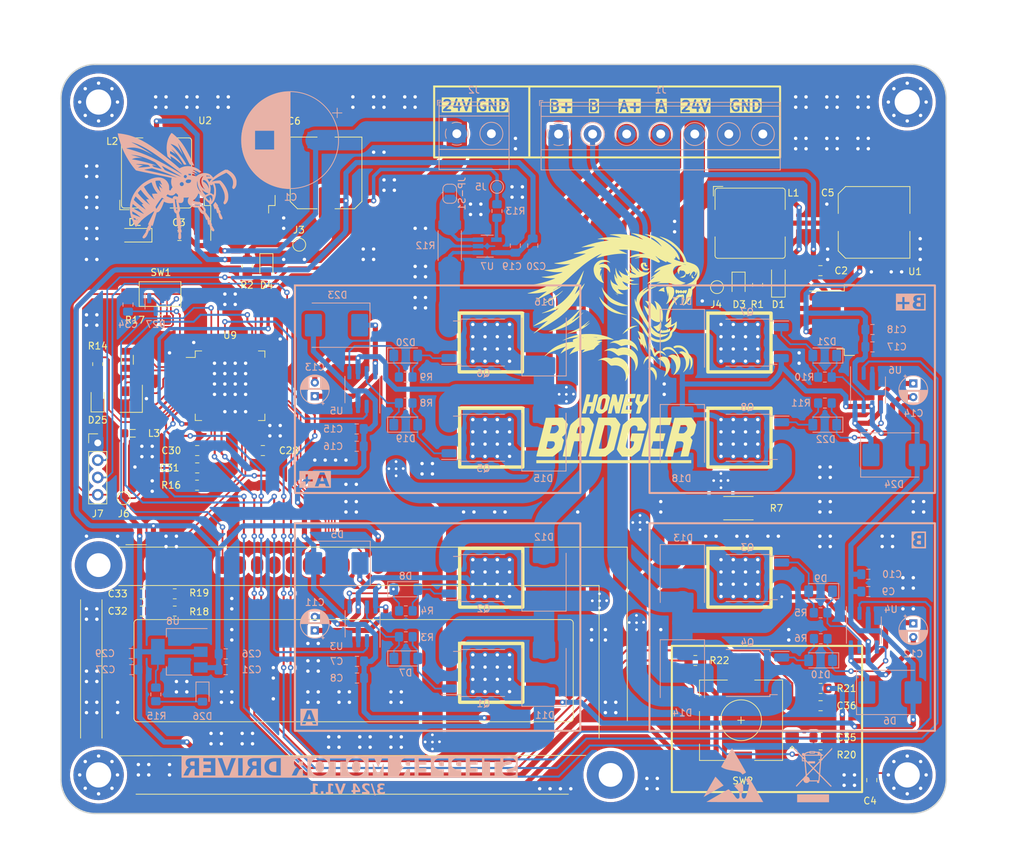
<source format=kicad_pcb>
(kicad_pcb (version 20221018) (generator pcbnew)
  (layers (0 "F.Cu" signal) (31 "B.Cu" signal) (34 "B.Paste" user) (35 "F.Paste" user) (36 "B.SilkS" user "B.Silkscreen") (37 "F.SilkS" user "F.Silkscreen") (38 "B.Mask" user) (39 "F.Mask" user) (44 "Edge.Cuts" user))
  (net 0 "")
  (net 1 "VIN")
  (net 2 "Net-(D1-K)")
  (net 3 "Motor_B+")
  (net 4 "Motor_B")
  (net 5 "Motor_A+")
  (net 6 "Motor_A")
  (net 7 "Sig_B+")
  (net 8 "Sig_B")
  (net 9 "Sig_A+")
  (net 10 "Sig_A")
  (net 11 "Net-(D4-A)")
  (net 12 "Net-(D5-K)")
  (net 13 "Net-(D6-K)")
  (net 14 "+12V")
  (net 15 "+5V")
  (net 16 "R_Shunt")
  (net 17 "Net-(D23-K)")
  (net 18 "+3.3V")
  (net 19 "Net-(D7-K)")
  (net 20 "Net-(D7-A)")
  (net 21 "Net-(D8-K)")
  (net 22 "Net-(D8-A)")
  (net 23 "Net-(D25-A)")
  (net 24 "Net-(DS1-VO)")
  (net 25 "LCD_RS")
  (net 26 "LCD_E")
  (net 31 "LCD_D4")
  (net 32 "LCD_D5")
  (net 33 "LCD_D6")
  (net 34 "LCD_D7")
  (net 35 "SWCLK")
  (net 36 "SWDIO")
  (net 37 "PB2")
  (net 38 "BOOT0")
  (net 39 "VBAT")
  (net 40 "ENC_CLK")
  (net 41 "ENC_SW")
  (net 42 "AN_CURR")
  (net 43 "ENC_DATA")
  (net 44 "Net-(U9-PH0)")
  (net 45 "Net-(U9-PH1)")
  (net 46 "Net-(U9-PC14)")
  (net 47 "Net-(U9-PC15)")
  (net 48 "Net-(U9-VCAP1)")
  (net 49 "Net-(U9-VREF+)")
  (net 50 "Net-(U9-PC3)")
  (net 80 "GND")
  (net 81 "Net-(D24-K)")
  (net 82 "Net-(D2-K)")
  (net 83 "Net-(D3-A)")
  (net 84 "Net-(D9-K)")
  (net 85 "Net-(D9-A)")
  (net 86 "Net-(D10-K)")
  (net 87 "Net-(D10-A)")
  (net 88 "Net-(D19-K)")
  (net 89 "Net-(D19-A)")
  (net 90 "Net-(D20-K)")
  (net 91 "Net-(D20-A)")
  (net 92 "Net-(D21-K)")
  (net 93 "Net-(D21-A)")
  (net 94 "Net-(D22-K)")
  (net 95 "Net-(D22-A)")
  (net 96 "Net-(D26-A)")
  (net 102 "Net-(C4-Pad1)")
  (net 103 "R_Shunt_B")
  (net 104 "Net-(R13-Pad2)")
  (net 105 "Net-(JP-S1-A)")
  (footprint "" (layer "F.Cu") (at 86.212764 59.398144)
    (fp_text reference "")
    (fp_text value "")
  )
  (footprint "" (layer "F.Cu") (at 96.52 94.996)
    (fp_text reference "")
    (fp_text value "")
  )
  (footprint "TestPoint:TestPoint_Pad_D1.5mm" (layer "F.Cu") (at 21.209 75.692)
    (fp_text reference "J6")
    (fp_text value "3.3V_Test_Point")
  )
  (footprint "" (layer "F.Cu") (at 98.074703 79.246604)
    (fp_text reference "")
    (fp_text value "")
  )
  (footprint "Resistor_SMD:R_0805_2012Metric_Pad1.20x1.40mm_HandSolder" (layer "F.Cu") (at 26.55 49.53)
    (fp_text reference "R17")
    (fp_text value "10K")
  )
  (footprint "Capacitor_SMD:C_0805_2012Metric_Pad1.18x1.45mm_HandSolder" (layer "F.Cu") (at 23.897972 92.275691)
    (fp_text reference "C32")
    (fp_text value "10uF")
  )
  (footprint "" (layer "F.Cu") (at 97.038467 80.314939)
    (fp_text reference "")
    (fp_text value "")
  )
  (footprint "Capacitor_SMD:C_0805_2012Metric_Pad1.18x1.45mm_HandSolder" (layer "F.Cu") (at 123.5456 106.172)
    (fp_text reference "C36")
    (fp_text value "10nF")
  )
  (footprint "Crystal:Crystal_SMD_3215-2Pin_3.2x1.5mm" (layer "F.Cu") (at 21.75 55.372 -90)
    (fp_text reference "Y2" hide)
    (fp_text value "Crystal")
  )
  (footprint "Capacitor_SMD:C_0805_2012Metric_Pad1.18x1.45mm_HandSolder" (layer "F.Cu") (at 41.65 68.707)
    (fp_text reference "C28")
    (fp_text value "2.2uF")
  )
  (footprint "LED_SMD:LED_0805_2012Metric_Pad1.15x1.40mm_HandSolder" (layer "F.Cu") (at 111.506 44.36 -90)
    (fp_text reference "D3")
    (fp_text value "12V_LED")
  )
  (footprint "Resistor_SMD:R_0805_2012Metric_Pad1.20x1.40mm_HandSolder" (layer "F.Cu") (at 28.707972 92.275691)
    (fp_text reference "R18")
    (fp_text value "10K")
  )
  (footprint "LED_SMD:LED_0805_2012Metric_Pad1.15x1.40mm_HandSolder" (layer "F.Cu") (at 17.388877 61.164333 90)
    (fp_text reference "D25")
    (fp_text value "USER_LED")
  )
  (footprint "Resistor_SMD:R_0805_2012Metric_Pad1.20x1.40mm_HandSolder" (layer "F.Cu") (at 28.707972 89.735691 180)
    (fp_text reference "R19")
    (fp_text value "1K")
  )
  (footprint "Capacitor_SMD:C_0805_2012Metric_Pad1.18x1.45mm_HandSolder" (layer "F.Cu") (at 23.897972 89.735691 180)
    (fp_text reference "C33")
    (fp_text value "100nF")
  )
  (footprint "" (layer "F.Cu") (at 95.970829 79.270155)
    (fp_text reference "")
    (fp_text value "")
  )
  (footprint "MountingHole:MountingHole_3.5mm_Pad" (layer "F.Cu") (at 17.526 85.5253)
    (fp_text reference "H5" hide)
    (fp_text value "Pad")
  )
  (footprint "" (layer "F.Cu") (at 90.022763 90.766097)
    (fp_text reference "V" hide)
    (fp_text value "" hide)
  )
  (footprint "MountingHole:MountingHole_3.7mm_Pad_Via" (layer "F.Cu") (at 17.526 17.526)
    (fp_text reference "H2" hide)
    (fp_text value "MountingHole_Pad" hide)
  )
  (footprint "MountingHole:MountingHole_3.5mm_Pad" (layer "F.Cu") (at 92.71 116.332)
    (fp_text reference "H6" hide)
    (fp_text value "Pad" hide)
  )
  (footprint "" (layer "F.Cu") (at 91.090401 91.810881)
    (fp_text reference "V" hide)
    (fp_text value "" hide)
  )
  (footprint "Capacitor_SMD:C_0805_2012Metric_Pad1.18x1.45mm_HandSolder" (layer "F.Cu") (at 32.01 71.247)
    (fp_text reference "C31")
    (fp_text value "100nF")
  )
  (footprint "Capacitor_SMD:C_0805_2012Metric_Pad1.18x1.45mm_HandSolder" (layer "F.Cu") (at 131.064 117.094 -90)
    (fp_text reference "C4")
    (fp_text value "100nF")
  )
  (footprint "MountingHole:MountingHole_3.7mm_Pad_Via" (layer "F.Cu") (at 136.271 116.332)
    (fp_text reference "H4" hide)
    (fp_text value "MountingHole_Pad" hide)
  )
  (footprint "TestPoint:TestPoint_Pad_D1.5mm" (layer "F.Cu") (at 46.99 38.475 -90)
    (fp_text reference "J3")
    (fp_text value "5V_Test_Point")
  )
  (footprint "Resistor_SMD:R_0805_2012Metric_Pad1.20x1.40mm_HandSolder" (layer "F.Cu") (at 31.98 73.787)
    (fp_text reference "R16")
    (fp_text value "10K")
  )
  (footprint "" (layer "F.Cu") (at 62.253027 71.341115)
    (fp_text reference "")
    (fp_text value "")
  )
  (footprint "" (layer "F.Cu") (at 91.079934 89.727942)
    (fp_text reference "V" hide)
    (fp_text value "" hide)
  )
  (footprint "Resistor_SMD:R_0805_2012Metric_Pad1.20x1.40mm_HandSolder" (layer "F.Cu") (at 17.399 56.007 90)
    (fp_text reference "R14")
    (fp_text value "1K")
  )
  (footprint "Resistor_SMD:R_0805_2012Metric_Pad1.20x1.40mm_HandSolder" (layer "F.Cu") (at 114.3 44.36 90)
    (fp_text reference "R1")
    (fp_text value "560R")
  )
  (footprint "Diode_SMD:D_SOD-123" (layer "F.Cu") (at 117.348 43.815 90)
    (fp_text reference "D1")
    (fp_text value "1N5819")
  )
  (footprint "Resistor_SMD:R_0805_2012Metric_Pad1.20x1.40mm_HandSolder" (layer "F.Cu") (at 123.5456 113.3856)
    (fp_text reference "R20")
    (fp_text value "10K")
  )
  (footprint "Capacitor_SMD:C_Elec_10x10.2" (layer "F.Cu") (at 50.927 27.934 90)
    (fp_text reference "C6")
    (fp_text value "470uF")
  )
  (footprint "Capacitor_SMD:C_0805_2012Metric_Pad1.18x1.45mm_HandSolder" (layer "F.Cu") (at 123.522367 42.286845)
    (fp_text reference "C2")
    (fp_text value "100nF")
  )
  (footprint "Diode_SMD:D_SOD-123" (layer "F.Cu") (at 22.995 37.084 180)
    (fp_text reference "D2")
    (fp_text value "1N5819")
  )
  (footprint "Resistor_SMD:R_0805_2012Metric_Pad1.20x1.40mm_HandSolder" (layer "F.Cu") (at 123.5456 103.632)
    (fp_text reference "R21")
    (fp_text value "10K")
  )
  (footprint "Crystal:Crystal_SMD_3225-4Pin_3.2x2.5mm" (layer "F.Cu") (at 22.3 61.087 90)
    (fp_text reference "Y1" hide)
    (fp_text value "Crystal")
  )
  (footprint "MountingHole:MountingHole_3.7mm_Pad_Via" (layer "F.Cu") (at 136.271 17.526)
    (fp_text reference "H3" hide)
    (fp_text value "MountingHole_Pad" hide)
  )
  (footprint "" (layer "F.Cu") (at 109.952047 73.087965)
    (fp_text reference "")
    (fp_text value "")
  )
  (footprint "Connector_PinHeader_2.54mm:PinHeader_1x04_P2.54mm_Vertical" (layer "F.Cu") (at 17.399 67.574)
    (fp_text reference "J7")
    (fp_text value "Debug_Port")
  )
  (footprint "Capacitor_SMD:C_Elec_10x10.2" (layer "F.Cu") (at 131.4 35.20094)
    (fp_text reference "C5")
    (fp_text value "470uF")
  )
  (footprint "Button_Switch_SMD:SW_SPST_FSMSM" (layer "F.Cu") (at 26.55 45.72)
    (fp_text reference "SW1")
    (fp_text value "SW_BOOT")
  )
  (footprint "" (layer "F.Cu") (at 97.028 78.232)
    (fp_text reference "")
    (fp_text value "")
  )
  (footprint "Resistor_SMD:R_0805_2012Metric_Pad1.20x1.40mm_HandSolder" (layer "F.Cu") (at 105.1506 99.5306 180)
    (fp_text reference "R22")
    (fp_text value "10K")
  )
  (footprint "" (layer "F.Cu") (at 66.540499 110.449266)
    (fp_text reference "")
    (fp_text value "")
  )
  (footprint "Package_TO_SOT_SMD:TO-263-5_TabPin3" (layer "F.Cu") (at 38.246 27.904 90)
    (fp_text reference "U2")
    (fp_text value "LM2575-5.0BU")
  )
  (footprint "Resistor_SMD:R_2512_6332Metric_Pad1.40x3.35mm_HandSolder" (layer "F.Cu") (at 111.47921 77.162421 180)
    (fp_text reference "R7")
    (fp_text value "0.1R")
  )
  (footprint "LOGO" (layer "F.Cu") (at 93.472 65.532)
    (fp_text reference "G***" hide)
    (fp_text value "LOGO" hide)
  )
  (footprint "" (layer "F.Cu") (at 65.483328 111.487421)
    (fp_text reference "")
    (fp_text value "")
  )
  (footprint "" (layer "F.Cu") (at 107.848173 73.111516)
    (fp_text reference "")
    (fp_text value "")
  )
  (footprint "" (layer "F.Cu") (at 92.126637 90.742546)
    (fp_text reference "V" hide)
    (fp_text value "" hide)
  )
  (footprint "Package_TO_SOT_SMD:TO-263-5_TabPin3" (layer "F.Cu") (at 131.85 49.53)
    (fp_text reference "U1")
    (fp_text value "LM2575-12BU")
  )
  (footprint "Resistor_SMD:R_0805_2012Metric_Pad1.20x1.40mm_HandSolder" (layer "F.Cu") (at 39.364 41.65 90)
    (fp_text reference "R2")
    (fp_text value "560R")
  )
  (footprint "" (layer "F.Cu") (at 61.206324 70.326511)
    (fp_text reference "")
    (fp_text value "")
  )
  (footprint "" (layer "F.Cu") (at 97.556236 93.927665)
    (fp_text reference "")
    (fp_text value "")
  )
  (footprint "" (layer "F.Cu") (at 87.259467 60.412748)
    (fp_text reference "")
    (fp_text value "")
  )
  (footprint "" (layer "F.Cu") (at 108.915811 74.1563)
    (fp_text reference "")
    (fp_text value "")
  )
  (footprint "" (layer "F.Cu") (at 61.216791 72.40945)
    (fp_text reference "")
    (fp_text value "")
  )
  (footprint "LED_SMD:LED_0805_2012Metric_Pad1.15x1.40mm_HandSolder" (layer "F.Cu") (at 42.164 41.65 -90)
    (fp_text reference "D4")
    (fp_text value "5V_LED")
  )
  (footprint "" (layer "F.Cu") (at 85.155593 60.436299)
    (fp_text reference "")
    (fp_text value "")
  )
  (footprint "Library:RotaryEncoder_Alps_EC11E-Switch_Vertical_H20mm_NoChasis" (layer "F.Cu") (at 119.3656 110.8056 180)
    (fp_text reference "SW2")
    (fp_text value "Encoder")
  )
  (footprint "Capacitor_SMD:C_0201_0603Metric_Pad0.64x0.40mm_HandSolder" (layer "F.Cu") (at 25.4 59.867 90)
    (fp_text reference "C22" hide)
    (fp_text value "12pF")
  )
  (footprint "Package_QFP:LQFP-64_10x10mm_P0.5mm" (layer "F.Cu") (at 36.83 59.182)
    (fp_text reference "U9")
    (fp_text value "STM32F401RCT6")
  )
  (footprint "Capacitor_SMD:C_0805_2012Metric_Pad1.18x1.45mm_HandSolder" (layer "F.Cu") (at 123.5456 110.8456)
    (fp_text reference "C35")
    (fp_text value "10nF")
  )
  (footprint "Inductor_SMD:L_0805_2012Metric_Pad1.05x1.20mm_HandSolder" (layer "F.Cu") (at 22.52 66.167)
    (fp_text reference "L3")
    (fp_text value "10uH")
  )
  (footprint "Display:WC1602A" (layer "F.Cu") (at 23.0251 85.5253)
    (fp_text reference "DS1" hide)
    (fp_text value "WC1602A")
  )
  (footprint "" (layer "F.Cu") (at 60.149153 71.364666)
    (fp_text reference "")
    (fp_text value "")
  )
  (footprint "" (layer "F.Cu") (at 67.587202 111.46387)
    (fp_text reference "")
    (fp_text value "")
  )
  (footprint "" (layer "F.Cu") (at 66.550966 112.532205)
    (fp_text reference "")
    (fp_text value "")
  )
  (footprint "LOGO" (layer "F.Cu") (at 93.472 46.736)
    (fp_text reference "G***" hide)
    (fp_text value "LOGO" hide)
  )
  (footprint "" (layer "F.Cu") (at 86.223231 61.481083)
    (fp_text reference "")
    (fp_text value "")
  )
  (footprint "" (layer "F.Cu") (at 95.452362 93.951216)
    (fp_text reference "")
    (fp_text value "")
  )
  (footprint "" (layer "F.Cu") (at 96.509533 92.913061)
    (fp_text reference "")
    (fp_text value "")
  )
  (footprint "Capacitor_SMD:C_0201_0603Metric_Pad0.64x0.40mm_HandSolder" (layer "F.Cu") (at 24 56.492 90)
    (fp_text reference "C25" hide)
    (fp_text value "4.3pF")
  )
  (footprint "Capacitor_SMD:C_0201_0603Metric_Pad0.64x0.40mm_HandSolder" (layer "F.Cu") (at 25.4 62.307 90)
    (fp_text reference "C23" hide)
    (fp_text value "12pF")
  )
  (footprint "MountingHole:MountingHole_3.7mm_Pad_Via" (layer "F.Cu") (at 17.526 116.332)
    (fp_text reference "H1" hide)
    (fp_text value "MountingHole_Pad" hide)
  )
  (footprint "" (layer "F.Cu") (at 108.905344 72.073361)
    (fp_text reference "")
    (fp_text value "")
  )
  (footprint "Capacitor_SMD:C_0805_2012Metric_Pad1.18x1.45mm_HandSolder" (layer "F.Cu") (at 32.01 68.707 180)
    (fp_text reference "C30")
    (fp_text value "10uF")
  )
  (footprint "Capacitor_SMD:C_0201_0603Metric_Pad0.64x0.40mm_HandSolder" (layer "F.Cu") (at 24 54.252 90)
    (fp_text reference "C24" hide)
    (fp_text value "4.3pF")
  )
  (footprint "Inductor_SMD:L_Bourns_SRP1038C_10.0x10.0mm" (layer "F.Cu") (at 26.035 27.934 90)
    (fp_text reference "L2")
    (fp_text value "330uH")
  )
  (footprint "Inductor_SMD:L_Bourns_SRP1038C_10.0x10.0mm" (layer "F.Cu") (at 113.200593 35.319845)
    (fp_text reference "L1")
    (fp_text value "330uH")
  )
  (footprint "Capacitor_SMD:C_0805_2012Metric_Pad1.18x1.45mm_HandSolder" (layer "F.Cu") (at 29.405 37.124 180)
    (fp_text reference "C3")
    (fp_text value "100nF")
  )
  (footprint "TestPoint:TestPoint_Pad_D1.5mm" (layer "F.Cu") (at 108.331 44.704 -90)
    (fp_text reference "J4")
    (fp_text value "12V_Test_Point")
  )
  (footprint "Diode_SMD:D_SMC" (layer "B.Cu") (at 82.931 87.376 90)
    (fp_text reference "D12")
    (fp_text value "SK56")
  )
  (footprint "Diode_SMD:D_SMC" (layer "B.Cu") (at 134.34 69.349)
    (fp_text reference "D24")
    (fp_text value "MURS360T3G")
  )
  (footprint "Diode_SMD:D_MiniMELF" (layer "B.Cu") (at 62.627 64.897)
    (fp_text reference "D19")
    (fp_text value "1N4148")
  )
  (footprint "Capacitor_SMD:C_0805_2012Metric_Pad1.18x1.45mm_HandSolder" (layer "B.Cu") (at 36.195 100.874)
    (fp_text reference "C21")
    (fp_text value "10uF")
  )
  (footprint "Package_TO_SOT_SMD:SOT-223-3_TabPin2" (layer "B.Cu") (at 29.38 98.254 180)
    (fp_text reference "U8")
    (fp_text value "AMS1117-3.3")
  )
  (footprint "Capacitor_SMD:C_0805_2012Metric_Pad1.18x1.45mm_HandSolder" (layer "B.Cu") (at 78.718867 38.608 90)
    (fp_text reference "C19")
    (fp_text value "10uF")
  )
  (footprint "Resistor_SMD:R_0805_2012Metric_Pad1.20x1.40mm_HandSolder" (layer "B.Cu") (at 62.641 92.241)
    (fp_text reference "R4")
    (fp_text value "10R")
  )
  (footprint "TerminalBlock_Phoenix:TerminalBlock_Phoenix_MKDS-1,5-7_1x07_P5.00mm_Horizontal" (layer "B.Cu") (at 85.07 22.225)
    (fp_text reference "J1")
    (fp_text value "EXT_CONN")
  )
  (footprint "TerminalBlock_Phoenix:TerminalBlock_Phoenix_MKDS-1,5-2-5.08_1x02_P5.08mm_Horizontal" (layer "B.Cu") (at 70.126 22.174)
    (fp_text reference "J2")
    (fp_text value "POW_CONN")
  )
  (footprint "Diode_SMD:D_MiniMELF" (layer "B.Cu") (at 62.641 99.226)
    (fp_text reference "D7")
    (fp_text value "1N4148")
  )
  (footprint "Jumper:SolderJumper-2_P1.3mm_Open_RoundedPad1.0x1.5mm" (layer "B.Cu") (at 69.088 30.988 90)
    (fp_text reference "JP-S1")
    (fp_text value "SolderJumper_2_Open")
  )
  (footprint "Package_TO_SOT_SMD:TO-252-2" (layer "B.Cu") (at 112.79 66.8245 180)
    (fp_text reference "Q8")
    (fp_text value "IRF540N")
  )
  (footprint "Package_SO:SOIC-8_3.9x4.9mm_P1.27mm" (layer "B.Cu") (at 129.897304 95.062759 -90)
    (fp_text reference "U4")
    (fp_text value "IR2104")
  )
  (footprint "Diode_SMD:D_SMC" (layer "B.Cu") (at 133.731 104.2215)
    (fp_text reference "D6")
    (fp_text value "MURS360T3G")
  )
  (footprint "Resistor_SMD:R_0805_2012Metric_Pad1.20x1.40mm_HandSolder" (layer "B.Cu") (at 25.93 104.509 90)
    (fp_text reference "R15")
    (fp_text value "560R")
  )
  (footprint "Capacitor_SMD:C_0805_2012Metric_Pad1.18x1.45mm_HandSolder" (layer "B.Cu") (at 21.844 47.2665 90)
    (fp_text reference "C34")
    (fp_text value "100nF")
  )
  (footprint "Resistor_SMD:R_0805_2012Metric_Pad1.20x1.40mm_HandSolder" (layer "B.Cu") (at 62.627 61.722)
    (fp_text reference "R8")
    (fp_text value "10R")
  )
  (footprint "Resistor_SMD:R_0805_2012Metric_Pad1.20x1.40mm_HandSolder" (layer "B.Cu") (at 123.547304 92.522759 180)
    (fp_text reference "R5")
    (fp_text value "10R")
  )
  (footprint "LOGO" (layer "B.Cu") (at 28.448 29.972 180)
    (fp_text reference "G***" hide)
    (fp_text value "LOGO" hide)
  )
  (footprint "Capacitor_THT:CP_Radial_D4.0mm_P2.00mm" (layer "B.Cu") (at 49.276 60.721529 90)
    (fp_text reference "C13")
    (fp_text value "0.47uF")
  )
  (footprint "Capacitor_SMD:C_0805_2012Metric_Pad1.18x1.45mm_HandSolder" (layer "B.Cu") (at 22.272867 98.495421 180)
    (fp_text reference "C29")
    (fp_text value "10uF")
  )
  (footprint "Capacitor_SMD:C_0805_2012Metric_Pad1.18x1.45mm_HandSolder" (layer "B.Cu") (at 55.471 99.655291 180)
    (fp_text reference "C7")
    (fp_text value "100nF")
  )
  (footprint "Resistor_SMD:R_0805_2012Metric_Pad1.20x1.40mm_HandSolder" (layer "B.Cu") (at 124.178804 61.729 180)
    (fp_text reference "R11")
    (fp_text value "10R")
  )
  (footprint "Package_TO_SOT_SMD:TO-252-2" (layer "B.Cu") (at 74.027 52.8545)
    (fp_text reference "Q6")
    (fp_text value "IRF540N")
  )
  (footprint "Capacitor_THT:CP_Radial_D14.0mm_P7.50mm" (layer "B.Cu") (at 49.394728 23.114 180)
    (fp_text reference "C1")
    (fp_text value "2200uF")
  )
  (footprint "Resistor_SMD:R_2512_6332Metric_Pad1.40x3.35mm_HandSolder" (layer "B.Cu") (at 69.088 38.608 -90)
    (fp_text reference "R12")
    (fp_text value "0.1R")
  )
  (footprint "Diode_SMD:D_SMC" (layer "B.Cu") (at 82.917 66.802 90)
    (fp_text reference "D15")
    (fp_text value "SK56")
  )
  (footprint "Resistor_SMD:R_0805_2012Metric_Pad1.20x1.40mm_HandSolder" (layer "B.Cu") (at 62.627 57.912)
    (fp_text reference "R9")
    (fp_text value "10R")
  )
  (footprint "Diode_SMD:D_MiniMELF" (layer "B.Cu") (at 123.547304 89.347759 180)
    (fp_text reference "D9")
    (fp_text value "1N4148")
  )
  (footprint "Capacitor_SMD:C_0805_2012Metric_Pad1.18x1.45mm_HandSolder" (layer "B.Cu") (at 130.556 86.868)
    (fp_text reference "C10")
    (fp_text value "10uF")
  )
  (footprint "Capacitor_SMD:C_0805_2012Metric_Pad1.18x1.45mm_HandSolder" (layer "B.Cu") (at 81.28 38.608 -90)
    (fp_text reference "C20")
    (fp_text value "100nF")
  )
  (footprint "Package_SO:SOIC-8_3.9x4.9mm_P1.27mm" (layer "B.Cu") (at 56.291 94.146 90)
    (fp_text reference "U3")
    (fp_text value "IR2104")
  )
  (footprint "Diode_SMD:D_MiniMELF" (layer "B.Cu") (at 124.156304 64.904 180)
    (fp_text reference "D22")
    (fp_text value "1N4148")
  )
  (footprint "Capacitor_SMD:C_0805_2012Metric_Pad1.18x1.45mm_HandSolder" (layer "B.Cu") (at 55.427 68.072 180)
    (fp_text reference "C16")
    (fp_text value "10uF")
  )
  (footprint "Capacitor_SMD:C_0805_2012Metric_Pad1.18x1.45mm_HandSolder" (layer "B.Cu") (at 36.195 98.552)
    (fp_text reference "C26")
    (fp_text value "100nF")
  )
  (footprint "Diode_SMD:D_MiniMELF" (layer "B.Cu") (at 123.547304 99.507759 180)
    (fp_text reference "D10")
    (fp_text value "1N4148")
  )
  (footprint "Diode_SMD:D_SMC" (layer "B.Cu") (at 103.251 101.391 -90)
    (fp_text reference "D14")
    (fp_text value "SK56")
  )
  (footprint "Diode_SMD:D_SMC" (layer "B.Cu") (at 52.511 85.256 180)
    (fp_text reference "D5")
    (fp_text value "MURS360T3G")
  )
  (footprint "Package_TO_SOT_SMD:TO-252-2" (layer "B.Cu") (at 112.74 52.8545 180)
    (fp_text reference "Q7")
    (fp_text value "IRF540N")
  )
  (footprint "Symbol:WEEE-Logo_5.6x8mm_SilkScreen" (layer "B.Cu") (at 122.428 116.332 180)
    (fp_text reference "REF**" hide)
    (fp_text value "WEEE-Logo_5.6x8mm_SilkScreen" hide)
  )
  (footprint "Diode_SMD:D_SMC" (layer "B.Cu") (at 82.931 101.346 90)
    (fp_text reference "D11")
    (fp_text value "SK56")
  )
  (footprint "TestPoint:TestPoint_Pad_D1.5mm" (layer "B.Cu") (at 76.03812 29.981662 180)
    (fp_text reference "J5")
    (fp_text value "Curr_Test_Point")
  )
  (footprint "Package_SO:SOIC-8_3.9x4.9mm_P1.27mm" (layer "B.Cu") (at 130.506304 59.824 -90)
    (fp_text reference "U6")
    (fp_text value "IR2104")
  )
  (footprint "Capacitor_SMD:C_0805_2012Metric_Pad1.18x1.45mm_HandSolder" (layer "B.Cu") (at 131.165 53.474)
    (fp_text reference "C17")
    (fp_text value "100nF")
  )
  (footprint "Capacitor_THT:CP_Radial_D4.0mm_P2.00mm" (layer "B.Cu") (at 137.16 94.09016 -90)
    (fp_text reference "C12")
    (fp_text value "0.47uF")
  )
  (footprint "Diode_SMD:D_SMC" (layer "B.Cu") (at 103.251 87.421 -90)
    (fp_text reference "D13")
    (fp_text value "SK56")
  )
  (footprint "Resistor_SMD:R_0805_2012Metric_Pad1.20x1.40mm_HandSolder" (layer "B.Cu") (at 124.178804 57.919 180)
    (fp_text reference "R10")
    (fp_text value "10R")
  )
  (footprint "Package_TO_SOT_SMD:SOT-23-5_HandSoldering" (layer "B.Cu") (at 74.596867 38.688)
    (fp_text reference "U7")
    (fp_text value "INA180B1")
  )
  (footprint "Package_SO:SOIC-8_3.9x4.9mm_P1.27mm" (layer "B.Cu") (at 56.254976 59.748929 90)
    (fp_text reference "U5")
    (fp_text value "IR2104")
  )
  (footprint "Package_TO_SOT_SMD:SOT-23" (layer "B.Cu") (at 25.909 47.2665 -90)
    (fp_text reference "D27")
    (fp_text value "BAT54C")
  )
  (footprint "Package_TO_SOT_SMD:TO-252-2" (layer "B.Cu") (at 74.041 87.421)
    (fp_text reference "Q2")
    (fp_text value "IRF540N")
  )
  (footprint "Package_TO_SOT_SMD:TO-252-2" (layer "B.Cu") (at 112.79 87.421 180)
    (fp_text reference "Q3")
    (fp_text value "IRF540N")
  )
  (footprint "Capacitor_SMD:C_0805_2012Metric_Pad1.18x1.45mm_HandSolder" (layer "B.Cu") (at 130.556 89.408)
    (fp_text reference "C9")
    (fp_text value "100nF")
  )
  (footprint "Package_TO_SOT_SMD:TO-252-2" (layer "B.Cu") (at 74.027 66.8245)
    (fp_text reference "Q5")
    (fp_text value "IRF540N")
  )
  (footprint "Diode_SMD:D_MiniMELF" (layer "B.Cu") (at 124.156304 54.744 180)
    (fp_text reference "D21")
    (fp_text value "1N4148")
  )
  (footprint "Package_TO_SOT_SMD:TO-252-2" (layer "B.Cu") (at 112.79 101.3685 180)
    (fp_text reference "Q4")
    (fp_text value "IRF540N")
  )
  (footprint "Package_TO_SOT_SMD:TO-252-2" (layer "B.Cu") (at 74.041 101.3685)
    (fp_text reference "Q1")
    (fp_text value "IRF540N")
  )
  (footprint "Capacitor_THT:CP_Radial_D4.0mm_P2.00mm" (layer "B.Cu") (at 49.276 95.1186 90)
    (fp_text reference "C11")
    (fp_text value "0.47uF")
  )
  (footprint "Symbol:ESD-Logo_8.9x8mm_SilkScreen" (layer "B.Cu") (at 110.744 116.332 180)
    (fp_text reference "REF**" hide)
    (fp_text value "ESD-Logo_8.9x8mm_SilkScreen" hide)
  )
  (footprint "Capacitor_SMD:C_0805_2012Metric_Pad1.18x1.45mm_HandSolder" (layer "B.Cu") (at 131.165 50.927)
    (fp_text reference "C18")
    (fp_text value "10uF")
  )
  (footprint "Resistor_SMD:R_0805_2012Metric_Pad1.20x1.40mm_HandSolder" (layer "B.Cu") (at 62.641 96.051)
    (fp_text reference "R3")
    (fp_text value "10R")
  )
  (footprint "Diode_SMD:D_SMC" (layer "B.Cu") (at 82.947 52.832 90)
    (fp_text reference "D16")
    (fp_text value "SK56")
  )
  (footprint "Diode_SMD:D_SMC" (layer "B.Cu") (at 103.251 66.847 -90)
    (fp_text reference "D18")
    (fp_text value "SK56")
  )
  (footprint "Resistor_SMD:R_0805_2012Metric_Pad1.20x1.40mm_HandSolder" (layer "B.Cu") (at 76.026867 33.528 -90)
    (fp_text reference "R13")
    (fp_text value "10K")
  )
  (footprint "Diode_SMD:D_MiniMELF" (layer "B.Cu") (at 62.627 54.737)
    (fp_text reference "D20")
    (fp_text value "1N4148")
  )
  (footprint "Capacitor_SMD:C_0805_2012Metric_Pad1.18x1.45mm_HandSolder" (layer "B.Cu") (at 55.471 102.108 180)
    (fp_text reference "C8")
    (fp_text value "10uF")
  )
  (footprint "Diode_SMD:D_SMC" (layer "B.Cu") (at 103.251 52.877 -90)
    (fp_text reference "D17")
    (fp_text value "SK56")
  )
  (footprint "Diode_SMD:D_MiniMELF" (layer "B.Cu") (at 62.641 89.066)
    (fp_text reference "D8")
    (fp_text value "1N4148")
  )
  (footprint "Capacitor_SMD:C_0805_2012Metric_Pad1.18x1.45mm_HandSolder" (layer "B.Cu") (at 55.427 65.532 180)
    (fp_text reference "C15")
    (fp_text value "100nF")
  )
  (footprint "Resistor_SMD:R_0805_2012Metric_Pad1.20x1.40mm_HandSolder" (layer "B.Cu") (at 123.569804 96.332759 180)
    (fp_text reference "R6")
    (fp_text value "10R")
  )
  (footprint "LED_SMD:LED_0805_2012Metric_Pad1.15x1.40mm_HandSolder" (layer "B.Cu") (at 32.785 104.554 -90)
    (fp_text reference "D26")
    (fp_text value "3.3V_LED")
  )
  (footprint "Capacitor_SMD:C_0805_2012Metric_Pad1.18x1.45mm_HandSolder" (layer "B.Cu") (at 22.344144 100.871325 180)
    (fp_text reference "C27")
    (fp_text value "100nF")
  )
  (footprint "Capacitor_THT:CP_Radial_D4.0mm_P2.00mm" (layer "B.Cu") (at 137.16 58.851401 -90)
    (fp_text reference "C14")
    (fp_text value "0.47uF")
  )
  (footprint "Diode_SMD:D_SMC" (layer "B.Cu") (at 52.467 50.292 180)
    (fp_text reference "D23")
    (fp_text value "MURS360T3G")
  )
  (gr_rect (start 98.425 79.375) (end 140.335 109.855) (stroke (width 0.3)) (fill none) (layer "B.SilkS"))
  (gr_rect (start 98.425 44.45) (end 140.335 74.93) (stroke (width 0.3)) (fill none) (layer "B.SilkS"))
  (gr_rect (start 46.355 79.375) (end 88.265 109.855) (stroke (width 0.3)) (fill none) (layer "B.SilkS"))
  (gr_rect (start 46.355 44.45) (end 88.265 74.93) (stroke (width 0.3)) (fill none) (layer "B.SilkS"))
  (gr_rect (start 106.9975 48.514) (end 116.2685 57.15) (stroke (width 0.5)) (fill none) (layer "F.SilkS"))
  (gr_rect (start 70.485 48.514) (end 79.756 57.15) (stroke (width 0.5)) (fill none) (layer "F.SilkS"))
  (gr_rect (start 66.802 15.24) (end 117.602 25.654) (stroke (width 0.3)) (fill none) (layer "F.SilkS"))
  (gr_rect locked (start 70.5485 97.028) (end 79.8195 105.664) (stroke (width 0.5)) (fill none) (layer "F.SilkS"))
  (gr_rect (start 101.7016 97.3836) (end 129.6416 118.8466) (stroke (width 0.3)) (fill none) (layer "F.SilkS"))
  (gr_line (start 80.772 15.24) (end 80.772 25.654) (stroke (width 0.3)) (layer "F.SilkS"))
  (gr_rect (start 70.5485 62.484) (end 79.8195 71.12) (stroke (width 0.5)) (fill none) (layer "F.SilkS"))
  (gr_rect (start 106.9975 83.058) (end 116.2685 91.694) (stroke (width 0.5)) (fill none) (layer "F.SilkS"))
  (gr_rect (start 106.9975 62.484) (end 116.2685 71.12) (stroke (width 0.5)) (fill none) (layer "F.SilkS"))
  (gr_rect locked (start 70.5485 83.058) (end 79.8195 91.694) (stroke (width 0.5)) (fill none) (layer "F.SilkS"))
  (gr_arc locked (start 136.997534 11.997534) (mid 140.533068 13.462) (end 141.997534 16.997534) (stroke (width 0.2)) (layer "Edge.Cuts"))
  (gr_line locked (start 136.997534 11.997534) (end 16.997534 11.997534) (stroke (width 0.2)) (layer "Edge.Cuts"))
  (gr_arc locked (start 141.997534 116.997534) (mid 140.533068 120.533068) (end 136.997534 121.997534) (stroke (width 0.2)) (layer "Edge.Cuts"))
  (gr_arc locked (start 16.997534 121.997534) (mid 13.462 120.533068) (end 11.997534 116.997534) (stroke (width 0.2)) (layer "Edge.Cuts"))
  (gr_line locked (start 16.997534 121.997534) (end 136.997534 121.997534) (stroke (width 0.2)) (layer "Edge.Cuts"))
  (gr_arc locked (start 11.997534 16.997534) (mid 13.462 13.462) (end 16.997534 11.997534) (stroke (width 0.2)) (layer "Edge.Cuts"))
  (gr_line locked (start 11.997534 16.997534) (end 11.997534 116.997534) (stroke (width 0.2)) (layer "Edge.Cuts"))
  (gr_line locked (start 141.997534 116.997534) (end 141.997534 16.997534) (stroke (width 0.2)) (layer "Edge.Cuts"))
  (gr_text "A" (at 49.53 109.22) (layer "B.SilkS" knockout) (effects (font (size 2 2) (thickness 0.2) bold) (justify left bottom mirror)))
  (gr_text "B" (at 139.065 83.185) (layer "B.SilkS" knockout) (effects (font (size 2 2) (thickness 0.2) bold) (justify left bottom mirror)))
  (gr_text "3/24 V1.1" (at 54.102 119.38) (layer "B.SilkS") (effects (font (size 1.5 1.5) (thickness 0.2) bold italic) (justify bottom mirror)))
  (gr_text "A+\n" (at 51.435 74.295) (layer "B.SilkS" knockout) (effects (font (size 2 2) (thickness 0.2) bold) (justify left bottom mirror)))
  (gr_text "STEPPER MOTOR DRIVER\n" (at 54.483 116.84) (layer "B.SilkS" knockout) (effects (font (size 2.5 2.5) (thickness 0.2) bold italic) (justify bottom mirror)))
  (gr_text "B+\n" (at 139.015 48.26) (layer "B.SilkS" knockout) (effects (font (size 2 2) (thickness 0.2) bold) (justify left bottom mirror)))
  (gr_text "24V" (at 67.818 18.923) (layer "F.SilkS" knockout) (effects (font (size 1.5 1.5) (thickness 0.3) bold) (justify left bottom)))
  (gr_text "A+" (at 93.853 19.05) (layer "F.SilkS" knockout) (effects (font (size 1.5 1.5) (thickness 0.3) bold) (justify left bottom)))
  (gr_text "24V" (at 102.87 19.05) (layer "F.SilkS" knockout) (effects (font (size 1.5 1.5) (thickness 0.3) bold) (justify left bottom)))
  (gr_text "GND" (at 72.898 18.923) (layer "F.SilkS" knockout) (effects (font (size 1.5 1.5) (thickness 0.3) bold) (justify left bottom)))
  (gr_text "B\n" (at 89.281 19.05) (layer "F.SilkS" knockout) (effects (font (size 1.5 1.5) (thickness 0.3) bold) (justify left bottom)))
  (gr_text "GND" (at 110.085104 18.996752) (layer "F.SilkS" knockout) (effects (font (size 1.5 1.5) (thickness 0.3) bold) (justify left bottom)))
  (gr_text "B+" (at 83.566 19.05) (layer "F.SilkS" knockout) (effects (font (size 1.5 1.5) (thickness 0.3) bold) (justify left bottom)))
  (gr_text "A" (at 99.314 19.05) (layer "F.SilkS" knockout) (effects (font (size 1.5 1.5) (thickness 0.3) bold) (justify left bottom)))
  (segment (start 122.484867 42.286845) (end 122.428 42.343712) (width 0.75) (layer "F.Cu") (net 1))
  (segment (start 122.484867 38.918867) (end 122.484867 42.286845) (width 0.75) (layer "F.Cu") (net 1))
  (segment (start 70.126 22.174) (end 70.126 24.643359) (width 3) (layer "F.Cu") (net 1))
  (segment (start 97.028 79.248) (end 97.028 36.068) (width 3) (layer "F.Cu") (net 1))
  (segment (start 31.9265 38.608) (end 34.798 38.608) (width 0.75) (layer "F.Cu") (net 1))
  (segment (start 104.76468 15.61068) (end 105.07 15.916) (width 3) (layer "F.Cu") (net 1))
  (segment (start 62.09268 74.28468) (end 65.669321 77.861321) (width 3) (layer "F.Cu") (net 1))
  (segment (start 66.548 79.982641) (end 66.548 111.506) (width 3) (layer "F.Cu") (net 1))
  (segment (start 124.2 45.206) (end 124.2 46.13) (width 0.75) (layer "F.Cu") (net 1))
  (segment (start 97.028 36.068) (end 105.07 28.026) (width 3) (layer "F.Cu") (net 1))
  (segment (start 61.214 71.374) (end 61.214 72.163359) (width 3) (layer "F.Cu") (net 1))
  (segment (start 122.428 38.862) (end 122.484867 38.918867) (width 0.25) (layer "F.Cu") (net 1))
  (segment (start 122.428 42.343712) (end 122.428 43.434) (width 0.75) (layer "F.Cu") (net 1))
  (segment (start 36.068 39.37) (end 35.56 39.37) (width 0.75) (layer "F.Cu") (net 1))
  (segment (start 69.24732 26.76468) (end 62.092679 33.919321) (width 3) (layer "F.Cu") (net 1))
  (segment (start 105.07 15.916) (end 105.07 22.225) (width 3) (layer "F.Cu") (net 1))
  (segment (start 34.798 38.608) (end 34.846 38.656) (width 0.75) (layer "F.Cu") (net 1))
  (segment (start 35.56 39.37) (end 34.846 38.656) (width 0.75) (layer "F.Cu") (net 1))
  (segment (start 30.4425 37.124) (end 31.9265 38.608) (width 0.75) (layer "F.Cu") (net 1))
  (segment (start 105.07 28.026) (end 105.07 22.225) (width 3) (layer "F.Cu") (net 1))
  (segment (start 71.501 14.732) (end 102.643359 14.732) (width 3) (layer "F.Cu") (net 1))
  (segment (start 70.126 22.174) (end 70.126 17.349641) (width 3) (layer "F.Cu") (net 1))
  (segment (start 34.846 38.656) (end 34.846 35.554) (width 0.75) (layer "F.Cu") (net 1))
  (segment (start 122.428 43.434) (end 124.2 45.206) (width 0.75) (layer "F.Cu") (net 1))
  (segment (start 61.214 36.040641) (end 61.214 71.374) (width 3) (layer "F.Cu") (net 1))
  (segment (start 71.00468 15.22832) (end 71.501 14.732) (width 3) (layer "F.Cu") (net 1))
  (via locked (at 77.872696 102.299427) (size 1) (drill 0.5) (layers "F.Cu" "B.Cu") (net 1))
  (via (at 72.472696 64.155427) (size 1) (drill 0.5) (layers "F.Cu" "B.Cu") (net 1))
  (via locked (at 72.472696 104.099427) (size 1) (drill 0.5) (layers "F.Cu" "B.Cu") (net 1))
  (via (at 108.921696 84.729427) (size 1) (drill 0.5) (layers "F.Cu" "B.Cu") (net 1))
  (via (at 114.321696 55.585427) (size 1) (drill 0.5) (layers "F.Cu" "B.Cu") (net 1))
  (via (at 112.521696 86.529427) (size 1) (drill 0.5) (layers "F.Cu" "B.Cu") (net 1))
  (via (at 108.921696 50.185427) (size 1) (drill 0.5) (layers "F.Cu" "B.Cu") (net 1))
  (via (at 74.272696 64.155427) (size 1) (drill 0.5) (layers "F.Cu" "B.Cu") (net 1))
  (via (at 112.521696 51.985427) (size 1) (drill 0.5) (layers "F.Cu" "B.Cu") (net 1))
  (via (at 108.921696 55.585427) (size 1) (drill 0.5) (layers "F.Cu" "B.Cu") (net 1))
  (via (at 114.321696 53.785427) (size 1) (drill 0.5) (layers "F.Cu" "B.Cu") (net 1))
  (via locked (at 77.872696 104.099427) (size 1) (drill 0.5) (layers "F.Cu" "B.Cu") (net 1))
  (via (at 76.072696 67.755427) (size 1) (drill 0.5) (layers "F.Cu" "B.Cu") (net 1))
  (via (at 77.872696 64.155427) (size 1) (drill 0.5) (layers "F.Cu" "B.Cu") (net 1))
  (via (at 108.921696 53.785427) (size 1) (drill 0.5) (layers "F.Cu" "B.Cu") (net 1))
  (via (at 114.321696 50.185427) (size 1) (drill 0.5) (layers "F.Cu" "B.Cu") (net 1))
  (via locked (at 74.272696 100.499427) (size 1) (drill 0.5) (layers "F.Cu" "B.Cu") (net 1))
  (via (at 76.072696 69.555427) (size 1) (drill 0.5) (layers "F.Cu" "B.Cu") (net 1))
  (via (at 108.921696 90.129427) (size 1) (drill 0.5) (layers "F.Cu" "B.Cu") (net 1))
  (via locked (at 72.472696 98.699427) (size 1) (drill 0.5) (layers "F.Cu" "B.Cu") (net 1))
  (via (at 77.872696 67.755427) (size 1) (drill 0.5) (layers "F.Cu" "B.Cu") (net 1))
  (via (at 110.721696 84.729427) (size 1) (drill 0.5) (layers "F.Cu" "B.Cu") (net 1))
  (via locked (at 72.472696 102.299427) (size 1) (drill 0.5) (layers "F.Cu" "B.Cu") (net 1))
  (via (at 110.721696 53.785427) (size 1) (drill 0.5) (layers "F.Cu" "B.Cu") (net 1))
  (via (at 112.521696 88.329427) (size 1) (drill 0.5) (layers "F.Cu" "B.Cu") (net 1))
  (via (at 66.548 111.506) (size 0.8) (drill 0.4) (layers "F.Cu" "B.Cu") (net 1))
  (via (at 114.321696 90.129427) (size 1) (drill 0.5) (layers "F.Cu" "B.Cu") (net 1))
  (via (at 110.721696 88.329427) (size 1) (drill 0.5) (layers "F.Cu" "B.Cu") (net 1))
  (via (at 110.721696 50.185427) (size 1) (drill 0.5) (layers "F.Cu" "B.Cu") (net 1))
  (via (at 97.028 79.248) (size 0.8) (drill 0.4) (layers "F.Cu" "B.Cu") (net 1))
  (via locked (at 74.272696 104.099427) (size 1) (drill 0.5) (layers "F.Cu" "B.Cu") (net 1))
  (via locked (at 74.272696 98.699427) (size 1) (drill 0.5) (layers "F.Cu" "B.Cu") (net 1))
  (via (at 112.521696 50.185427) (size 1) (drill 0.5) (layers "F.Cu" "B.Cu") (net 1))
  (via (at 112.521696 90.129427) (size 1) (drill 0.5) (layers "F.Cu" "B.Cu") (net 1))
  (via locked (at 76.072696 104.099427) (size 1) (drill 0.5) (layers "F.Cu" "B.Cu") (net 1))
  (via locked (at 76.072696 102.299427) (size 1) (drill 0.5) (layers "F.Cu" "B.Cu") (net 1))
  (via (at 74.272696 67.755427) (size 1) (drill 0.5) (layers "F.Cu" "B.Cu") (net 1))
  (via (at 112.521696 53.785427) (size 1) (drill 0.5) (layers "F.Cu" "B.Cu") (net 1))
  (via locked (at 77.872696 98.699427) (size 1) (drill 0.5) (layers "F.Cu" "B.Cu") (net 1))
  (via (at 114.321696 88.329427) (size 1) (drill 0.5) (layers "F.Cu" "B.Cu") (net 1))
  (via (at 112.521696 55.585427) (size 1) (drill 0.5) (layers "F.Cu" "B.Cu") (net 1))
  (via (at 72.472696 67.755427) (size 1) (drill 0.5) (layers "F.Cu" "B.Cu") (net 1))
  (via (at 76.072696 64.155427) (size 1) (drill 0.5) (layers "F.Cu" "B.Cu") (net 1))
  (via (at 122.505378 39.130745) (size 0.8) (drill 0.4) (layers "F.Cu" "B.Cu") (net 1))
  (via (at 108.921696 86.529427) (size 1) (drill 0.5) (layers "F.Cu" "B.Cu") (net 1))
  (via (at 110.721696 55.585427) (size 1) (drill 0.5) (layers "F.Cu" "B.Cu") (net 1))
  (via (at 72.472696 65.955427) (size 1) (drill 0.5) (layers "F.Cu" "B.Cu") (net 1))
  (via (at 36.068 39.37) (size 0.8) (drill 0.4) (layers "F.Cu" "B.Cu") (net 1))
  (via (at 114.321696 86.529427) (size 1) (drill 0.5) (layers "F.Cu" "B.Cu") (net 1))
  (via (at 74.272696 69.555427) (size 1) (drill 0.5) (layers "F.Cu" "B.Cu") (net 1))
  (via locked (at 76.072696 98.699427) (size 1) (drill 0.5) (layers "F.Cu" "B.Cu") (net 1))
  (via (at 112.521696 84.729427) (size 1) (drill 0.5) (layers "F.Cu" "B.Cu") (net 1))
  (via (at 108.921696 88.329427) (size 1) (drill 0.5) (layers "F.Cu" "B.Cu") (net 1))
  (via (at 114.321696 84.729427) (size 1) (drill 0.5) (layers "F.Cu" "B.Cu") (net 1))
  (via (at 77.872696 65.955427) (size 1) (drill 0.5) (layers "F.Cu" "B.Cu") (net 1))
  (via (at 77.872696 69.555427) (size 1) (drill 0.5) (layers "F.Cu" "B.Cu") (net 1))
  (via locked (at 72.472696 100.499427) (size 1) (drill 0.5) (layers "F.Cu" "B.Cu") (net 1))
  (via (at 114.321696 51.985427) (size 1) (drill 0.5) (layers "F.Cu" "B.Cu") (net 1))
  (via (at 61.214 71.374) (size 0.8) (drill 0.4) (layers "F.Cu" "B.Cu") (net 1))
  (via (at 108.921696 51.985427) (size 1) (drill 0.5) (layers "F.Cu" "B.Cu") (net 1))
  (via (at 110.721696 86.529427) (size 1) (drill 0.5) (layers "F.Cu" "B.Cu") (net 1))
  (via locked (at 76.072696 100.499427) (size 1) (drill 0.5) (layers "F.Cu" "B.Cu") (net 1))
  (via (at 76.072696 65.955427) (size 1) (drill 0.5) (layers "F.Cu" "B.Cu") (net 1))
  (via locked (at 74.272696 102.299427) (size 1) (drill 0.5) (layers "F.Cu" "B.Cu") (net 1))
  (via (at 110.721696 90.129427) (size 1) (drill 0.5) (layers "F.Cu" "B.Cu") (net 1))
  (via (at 110.721696 51.985427) (size 1) (drill 0.5) (layers "F.Cu" "B.Cu") (net 1))
  (via locked (at 77.872696 100.499427) (size 1) (drill 0.5) (layers "F.Cu" "B.Cu") (net 1))
  (via (at 74.272696 65.955427) (size 1) (drill 0.5) (layers "F.Cu" "B.Cu") (net 1))
  (via (at 72.472696 69.555427) (size 1) (drill 0.5) (layers "F.Cu" "B.Cu") (net 1))
  (arc (start 66.548 79.982641) (mid 66.319639 78.834591) (end 65.669321 77.861321) (width 3) (layer "F.Cu") (net 1))
  (arc (start 102.643359 14.732) (mid 103.791407 14.960375) (end 104.76468 15.61068) (width 3) (layer "F.Cu") (net 1))
  (arc (start 70.126 24.643359) (mid 69.897638 25.79141) (end 69.24732 26.76468) (width 3) (layer "F.Cu") (net 1))
  (arc (start 62.092679 33.919321) (mid 61.442361 34.892591) (end 61.214 36.040641) (width 3) (layer "F.Cu") (net 1))
  (arc (start 61.214 72.163359) (mid 61.442362 73.31141) (end 62.09268 74.28468) (width 3) (layer "F.Cu") (net 1))
  (arc (start 71.00468 15.22832) (mid 70.354361 16.20159) (end 70.126 17.349641) (width 3) (layer "F.Cu") (net 1))
  (segment (start 122.505378 29.494485) (end 122.505378 39.130745) (width 0.75) (layer "B.Cu") (net 1))
  (segment (start 104.02332 43.04268) (end 103.251 43.815) (width 3) (layer "B.Cu") (net 1))
  (segment (start 104.902 28.194) (end 121.204893 28.194) (width 0.75) (layer "B.Cu") (net 1))
  (segment (start 82.931 104.746) (end 78.6785 104.746) (width 3) (layer "B.Cu") (net 1))
  (segment (start 104.902 28.194) (end 104.902 40.921359) (width 3) (layer "B.Cu") (net 1))
  (segment (start 103.251 49.477) (end 108.1025 49.477) (width 3) (layer "B.Cu") (net 1))
  (segment (start 55.626 23.114) (end 49.394728 23.114) (width 3) (layer "B.Cu") (net 1))
  (segment (start 64.742641 74.93) (end 79.783359 74.93) (width 3) (layer "B.Cu") (net 1))
  (segment (start 82.917 71.796359) (end 82.917 70.202) (width 3) (layer "B.Cu") (net 1))
  (segment (start 62.09268 73.52268) (end 62.621321 74.051321) (width 3) (layer "B.Cu") (net 1))
  (segment (start 108.921696 50.185427) (end 108.921696 50.446196) (width 0.25) (layer "B.Cu") (net 1))
  (segment (start 49.394728 33.917272) (end 49.394728 23.114) (width 0.75) (layer "B.Cu") (net 1))
  (segment (start 56.896 21.844) (end 55.626 23.114) (width 3) (layer "B.Cu") (net 1))
  (segment (start 69.796 21.844) (end 56.896 21.844) (width 3) (layer "B.Cu") (net 1))
  (segment (start 78.6645 70.202) (end 75.287 66.8245) (width 3) (layer "B.Cu") (net 1))
  (segment (start 81.90468 74.05132) (end 82.038321 73.917679) (width 3) (layer "B.Cu") (net 1))
  (segment (start 104.902 22.393) (end 104.902 28.194) (width 3) (layer "B.Cu") (net 1))
  (segment (start 103.251 43.815) (end 103.251 49.477) (width 3) (layer "B.Cu") (net 1))
  (segment (start 97.028 80.772) (end 100.277 84.021) (width 3) (layer "B.Cu") (net 1))
  (segment (start 82.66668 110.62732) (end 82.931 110.363) (width 3) (layer "B.Cu") (net 1))
  (segment (start 121.558447 28.340447) (end 122.358932 29.140932) (width 0.75) (layer "B.Cu") (net 1))
  (segment (start 66.548 111.506) (end 80.545359 111.506) (width 3) (layer "B.Cu") (net 1))
  (segment (start 107.98 84.021) (end 109.855 85.896) (width 3) (layer "B.Cu") (net 1))
  (segment (start 82.931 110.363) (end 82.931 104.746) (width 3) (layer "B.Cu") (net 1))
  (segment (start 100.277 84.021) (end 103.251 84.021) (width 3) (layer "B.Cu") (net 1))
  (segment (start 43.942 39.37) (end 49.394728 33.917272) (width 0.75) (layer "B.Cu") (net 1))
  (segment (start 82.917 70.202) (end 78.6645 70.202) (width 3) (layer "B.Cu") (net 1))
  (segment (start 108.1025 49.477) (end 111.48 52.8545) (width 3) (layer "B.Cu") (net 1))
  (segment (start 97.028 79.248) (end 97.028 80.772) (width 3) (layer "B.Cu") (net 1))
  (segment (start 36.068 39.37) (end 43.942 39.37) (width 0.75) (layer "B.Cu") (net 1))
  (segment (start 105.07 22.225) (end 104.902 22.393) (width 3) (layer "B.Cu") (net 1))
  (segment (start 61.214 71.374) (end 61.214 71.401359) (width 3) (layer "B.Cu") (net 1))
  (segment (start 103.251 84.021) (end 107.98 84.021) (width 3) (layer "B.Cu") (net 1))
  (segment (start 78.6785 104.746) (end 75.301 101.3685) (width 3) (layer "B.Cu") (net 1))
  (segment (start 70.126 22.174) (end 69.796 21.844) (width 3) (layer "B.Cu") (net 1))
  (arc (start 80.545359 111.506) (mid 81.69341 111.277638) (end 82.66668 110.62732) (width 3) (layer "B.Cu") (net 1))
  (arc (start 104.02332 43.04268) (mid 104.673639 42.06941) (end 104.902 40.921359) (width 3) (layer "B.Cu") (net 1))
  (arc (start 82.917 71.796359) (mid 82.688639 72.944409) (end 82.038321 73.917679) (width 3) (layer "B.Cu") (net 1))
  (arc (start 64.742641 74.93) (mid 63.594591 74.701639) (end 62.621321 74.051321) (width 3) (layer "B.Cu") (net 1))
  (arc (start 61.214 71.401359) (mid 61.442362 72.54941) (end 62.09268 73.52268) (width 3) (layer "B.Cu") (net 1))
  (arc (start 121.558447 28.340447) (mid 121.396235 28.23206) (end 121.204893 28.194) (width 0.75) (layer "B.Cu") (net 1))
  (arc (start 122.505378 29.494485) (mid 122.467318 29.303144) (end 122.358932 29.140932) (width 0.75) (layer "B.Cu") (net 1))
  (arc (start 79.783359 74.93) (mid 80.93141 74.701638) (end 81.90468 74.05132) (width 3) (layer "B.Cu") (net 1))
  (segment (start 109.728 32.004) (end 108.725593 33.006407) (width 0.75) (layer "F.Cu") (net 2))
  (segment (start 117.348 44.196) (end 117.348 45.465) (width 0.75) (layer "F.Cu") (net 2))
  (segment (start 118.872 42.672) (end 117.348 44.196) (width 0.75) (layer "F.Cu") (net 2))
  (segment (start 119.38 32.004) (end 109.728 32.004) (width 0.75) (layer "F.Cu") (net 2))
  (segment (start 108.725593 33.006407) (end 108.725593 35.319845) (width 0.75) (layer "F.Cu") (net 2))
  (segment (start 117.348 45.465) (end 117.348 46.736) (width 0.75) (layer "F.Cu") (net 2))
  (segment (start 118.442 47.83) (end 124.2 47.83) (width 0.75) (layer "F.Cu") (net 2))
  (segment (start 120.396 33.02) (end 119.38 32.004) (width 0.75) (layer "F.Cu") (net 2))
  (segment (start 120.396 39.116) (end 118.872 40.64) (width 0.75) (layer "F.Cu") (net 2))
  (segment (start 117.348 46.736) (end 118.442 47.83) (width 0.75) (layer "F.Cu") (net 2))
  (segment (start 118.872 40.64) (end 118.872 42.672) (width 0.75) (layer "F.Cu") (net 2))
  (via (at 120.396 33.02) (size 0.8) (drill 0.4) (layers "F.Cu" "B.Cu") (net 2))
  (via (at 120.396 39.116) (size 0.8) (drill 0.4) (layers "F.Cu" "B.Cu") (net 2))
  (segment (start 120.396 33.02) (end 120.396 39.116) (width 0.75) (layer "B.Cu") (net 2))
  (segment (start 133.486489 66.157511) (end 134.112 65.532) (width 0.75) (layer "F.Cu") (net 3))
  (segment (start 134.112 65.532) (end 134.112 61.976) (width 0.75) (layer "F.Cu") (net 3))
  (segment (start 130.983426 62.23) (end 127.254 62.23) (width 0.75) (layer "F.Cu") (net 3))
  (segment (start 132.451511 66.157511) (end 133.486489 66.157511) (width 0.75) (layer "F.Cu") (net 3))
  (segment (start 135.236599 60.851401) (end 137.16 60.851401) (width 0.75) (layer "F.Cu") (net 3))
  (segment (start 131.027865 62.185561) (end 130.983426 62.23) (width 0.75) (layer "F.Cu") (net 3))
  (segment (start 134.112 61.976) (end 135.236599 60.851401) (width 0.75) (layer "F.Cu") (net 3))
  (via (at 108.921696 69.555427) (size 1) (drill 0.5) (layers "F.Cu" "B.Cu") (net 3))
  (via (at 110.721696 64.155427) (size 1) (drill 0.5) (layers "F.Cu" "B.Cu") (net 3))
  (via (at 114.321696 69.555427) (size 1) (drill 0.5) (layers "F.Cu" "B.Cu") (net 3))
  (via (at 112.521696 64.155427) (size 1) (drill 0.5) (layers "F.Cu" "B.Cu") (net 3))
  (via (at 112.521696 67.755427) (size 1) (drill 0.5) (layers "F.Cu" "B.Cu") (net 3))
  (via (at 112.521696 69.555427) (size 1) (drill 0.5) (layers "F.Cu" "B.Cu") (net 3))
  (via (at 110.721696 67.755427) (size 1) (drill 0.5) (layers "F.Cu" "B.Cu") (net 3))
  (via (at 114.321696 64.155427) (size 1) (drill 0.5) (layers "F.Cu" "B.Cu") (net 3))
  (via (at 127.254 62.23) (size 0.8) (drill 0.4) (layers "F.Cu" "B.Cu") (net 3))
  (via (at 110.721696 65.955427) (size 1) (drill 0.5) (layers "F.Cu" "B.Cu") (net 3))
  (via (at 110.721696 69.555427) (size 1) (drill 0.5) (layers "F.Cu" "B.Cu") (net 3))
  (via (at 112.521696 65.955427) (size 1) (drill 0.5) (layers "F.Cu" "B.Cu") (net 3))
  (via (at 114.321696 67.755427) (size 1) (drill 0.5) (layers "F.Cu" "B.Cu") (net 3))
  (via (at 114.321696 65.955427) (size 1) (drill 0.5) (layers "F.Cu" "B.Cu") (net 3))
  (via (at 132.451511 66.157511) (size 0.8) (drill 0.4) (layers "F.Cu" "B.Cu") (net 3))
  (via (at 131.027865 62.185561) (size 0.8) (drill 0.4) (layers "F.Cu" "B.Cu") (net 3))
  (via (at 108.921696 65.955427) (size 1) (drill 0.5) (layers "F.Cu" "B.Cu") (net 3))
  (via (at 108.921696 67.755427) (size 1) (drill 0.5) (layers "F.Cu" "B.Cu") (net 3))
  (via (at 108.921696 64.155427) (size 1) (drill 0.5) (layers "F.Cu" "B.Cu") (net 3))
  (segment (start 103.251 56.277) (end 101.715641 56.277) (width 0.75) (layer "B.Cu") (net 3))
  (segment (start 126.492 59.944) (end 127.254 60.706) (width 0.75) (layer "B.Cu") (net 3))
  (segment (start 116.90132 58.10468) (end 116.078 58.928) (width 0.75) (layer "B.Cu") (net 3))
  (segment (start 117.78 55.1345) (end 117.78 55.983359) (width 0.75) (layer "B.Cu") (net 3))
  (segment (start 116.078 58.928) (end 103.251 58.928) (width 0.75) (layer "B.Cu") (net 3))
  (segment (start 90.07 25.835359) (end 90.07 22.225) (width 0.75) (layer "B.Cu") (net 3))
  (segment (start 96.91132 33.91932) (end 90.948679 27.956679) (width 0.75) (layer "B.Cu") (net 3))
  (segment (start 99.59432 55.39832) (end 98.668679 54.472679) (width 0.75) (layer "B.Cu") (net 3))
  (segment (start 103.251 58.928) (end 103.251 56.277) (width 0.75) (layer "B.Cu") (net 3))
  (segment (start 131.027865 62.185561) (end 131.141304 62.299) (width 0.75) (layer "B.Cu") (net 3))
  (segment (start 131.141304 64.847304) (end 132.451511 66.157511) (width 0.75) (layer "B.Cu") (net 3))
  (segment (start 103.251 63.447) (end 106.909859 63.447) (width 0.75) (layer "B.Cu") (net 3))
  (segment (start 121.412 59.944) (end 126.492 59.944) (width 0.75) (layer "B.Cu") (net 3))
  (segment (start 127.254 60.706) (end 127.254 62.23) (width 0.75) (layer "B.Cu") (net 3))
  (segment (start 117.78 56.312) (end 121.412 59.944) (width 0.75) (layer "B.Cu") (net 3))
  (segment (start 97.79 52.351359) (end 97.79 36.040641) (width 0.75) (layer "B.Cu") (net 3))
  (segment (start 109.03118 64.32568) (end 111.53 66.8245) (width 0.75) (layer "B.Cu") (net 3))
  (segment (start 131.141304 62.299) (end 131.141304 64.847304) (width 0.75) (layer "B.Cu") (net 3))
  (segment (start 117.78 55.983359) (end 117.78 56.312) (width 0.75) (layer "B.Cu") (net 3))
  (segment (start 103.251 63.447) (end 103.251 58.928) (width 0.75) (layer "B.Cu") (net 3))
  (arc (start 117.78 55.983359) (mid 117.551638 57.13141) (end 116.90132 58.10468) (width 0.75) (layer "B.Cu") (net 3))
  (arc (start 98.668679 54.472679) (mid 98.018361 53.499409) (end 97.79 52.351359) (width 0.75) (layer "B.Cu") (net 3))
  (arc (start 99.59432 55.39832) (mid 100.56759 56.048639) (end 101.715641 56.277) (width 0.75) (layer "B.Cu") (net 3))
  (arc (start 90.07 25.835359) (mid 90.298361 26.983409) (end 90.948679 27.956679) (width 0.75) (layer "B.Cu") (net 3))
  (arc (start 97.79 36.040641) (mid 97.561638 34.89259) (end 96.91132 33.91932) (width 0.75) (layer "B.Cu") (net 3))
  (arc (start 106.909859 63.447) (mid 108.05791 63.675362) (end 109.03118 64.32568) (width 0.75) (layer "B.Cu") (net 3))
  (segment (start 133.096 101.6) (end 137.16 97.536) (width 0.75) (layer "F.Cu") (net 4))
  (segment (start 130.556 96.774) (end 123.952 90.17) (width 0.75) (layer "F.Cu") (net 4))
  (segment (start 137.16 97.536) (end 137.16 96.09016) (width 0.75) (layer "F.Cu") (net 4))
  (segment (start 123.952 90.17) (end 117.856 90.17) (width 0.75) (layer "F.Cu") (net 4))
  (via (at 133.096 101.6) (size 0.8) (drill 0.4) (layers "F.Cu" "B.Cu") (net 4))
  (via (at 117.856 90.17) (size 0.8) (drill 0.4) (layers "F.Cu" "B.Cu") (net 4))
  (via (at 130.556 96.774) (size 0.8) (drill 0.4) (layers "F.Cu" "B.Cu") (net 4))
  (segment (start 108.1525 97.991) (end 111.53 101.3685) (width 3) (layer "B.Cu") (net 4))
  (segment (start 130.532304 99.798304) (end 132.334 101.6) (width 0.75) (layer "B.Cu") (net 4))
  (segment (start 92.84732 35.69732) (end 85.948679 28.798679) (width 3) (layer "B.Cu") (net 4))
  (segment (start 98.43532 90.05332) (end 94.604679 86.222679) (width 3) (layer "B.Cu") (net 4))
  (segment (start 93.726 84.101359) (end 93.726 37.818641) (width 3) (layer "B.Cu") (net 4))
  (segment (start 115.316 93.98) (end 103.251 93.98) (width 3) (layer "B.Cu") (net 4))
  (segment (start 85.07 26.677359) (end 85.07 22.225) (width 3) (layer "B.Cu") (net 4))
  (segment (start 132.334 101.6) (end 133.096 101.6) (width 0.75) (layer "B.Cu") (net 4))
  (segment (start 103.251 90.821) (end 103.14 90.932) (width 3) (layer "B.Cu") (net 4))
  (segment (start 117.83 89.701) (end 117.83 91.466) (width 3) (layer "B.Cu") (net 4))
  (segment (start 103.251 93.98) (end 103.251 90.821) (width 3) (layer "B.Cu") (net 4))
  (segment (start 117.83 91.466) (end 115.316 93.98) (width 3) (layer "B.Cu") (net 4))
  (segment (start 103.14 90.932) (end 100.556641 90.932) (width 3) (layer "B.Cu") (net 4))
  (segment (start 130.532304 96.797696) (end 130.556 96.774) (width 0.75) (layer "B.Cu") (net 4))
  (segment (start 130.532304 97.537759) (end 130.532304 96.797696) (width 0.75) (layer "B.Cu") (net 4))
  (segment (start 103.251 97.991) (end 103.251 93.98) (width 3) (layer "B.Cu") (net 4))
  (segment (start 130.532304 97.537759) (end 130.532304 99.798304) (width 0.75) (layer "B.Cu") (net 4))
  (segment (start 103.251 97.991) (end 108.1525 97.991) (width 3) (layer "B.Cu") (net 4))
  (arc (start 93.726 84.101359) (mid 93.954361 85.249409) (end 94.604679 86.222679) (width 3) (layer "B.Cu") (net 4))
  (arc (start 85.948679 28.798679) (mid 85.298361 27.825409) (end 85.07 26.677359) (width 3) (layer "B.Cu") (net 4))
  (arc (start 92.84732 35.69732) (mid 93.497639 36.67059) (end 93.726 37.818641) (width 3) (layer "B.Cu") (net 4))
  (arc (start 100.556641 90.932) (mid 99.40859 90.703638) (end 98.43532 90.05332) (width 3) (layer "B.Cu") (net 4))
  (segment (start 49.276 57.404) (end 51.562 55.118) (width 0.75) (layer "F.Cu") (net 5))
  (segment (start 95.07 23.829359) (end 95.07 22.225) (width 3) (layer "F.Cu") (net 5))
  (segment (start 86.208 60.452) (end 86.208 35.176641) (width 3) (layer "F.Cu") (net 5))
  (segment (start 49.276 58.721529) (end 49.276 57.404) (width 0.75) (layer "F.Cu") (net 5))
  (segment (start 87.08668 33.05532) (end 94.191321 25.950679) (width 3) (layer "F.Cu") (net 5))
  (segment (start 51.562 55.118) (end 55.626 55.118) (width 0.75) (layer "F.Cu") (net 5))
  (via (at 77.872696 50.185427) (size 1) (drill 0.5) (layers "F.Cu" "B.Cu") (net 5))
  (via (at 86.208 60.452) (size 0.8) (drill 0.4) (layers "F.Cu" "B.Cu") (net 5))
  (via (at 76.072696 50.185427) (size 1) (drill 0.5) (layers "F.Cu" "B.Cu") (net 5))
  (via (at 76.072696 55.585427) (size 1) (drill 0.5) (layers "F.Cu" "B.Cu") (net 5))
  (via (at 77.872696 53.785427) (size 1) (drill 0.5) (layers "F.Cu" "B.Cu") (net 5))
  (via (at 72.472696 51.985427) (size 1) (drill 0.5) (layers "F.Cu" "B.Cu") (net 5))
  (via (at 74.272696 50.185427) (size 1) (drill 0.5) (layers "F.Cu" "B.Cu") (net 5))
  (via (at 72.472696 55.585427) (size 1) (drill 0.5) (layers "F.Cu" "B.Cu") (net 5))
  (via (at 77.872696 55.585427) (size 1) (drill 0.5) (layers "F.Cu" "B.Cu") (net 5))
  (via (at 55.626 55.118) (size 0.8) (drill 0.4) (layers "F.Cu" "B.Cu") (net 5))
  (via (at 72.472696 50.185427) (size 1) (drill 0.5) (layers "F.Cu" "B.Cu") (net 5))
  (via (at 72.472696 53.785427) (size 1) (drill 0.5) (layers "F.Cu" "B.Cu") (net 5))
  (via (at 76.072696 51.985427) (size 1) (drill 0.5) (layers "F.Cu" "B.Cu") (net 5))
  (via (at 74.272696 55.585427) (size 1) (drill 0.5) (layers "F.Cu" "B.Cu") (net 5))
  (via (at 77.872696 51.985427) (size 1) (drill 0.5) (layers "F.Cu" "B.Cu") (net 5))
  (via (at 74.272696 51.985427) (size 1) (drill 0.5) (layers "F.Cu" "B.Cu") (net 5))
  (via (at 76.072696 53.785427) (size 1) (drill 0.5) (layers "F.Cu" "B.Cu") (net 5))
  (via (at 74.272696 53.785427) (size 1) (drill 0.5) (layers "F.Cu" "B.Cu") (net 5))
  (arc (start 94.191321 25.950679) (mid 94.841639 24.977409) (end 95.07 23.829359) (width 3) (layer "F.Cu") (net 5))
  (arc (start 86.208 35.176641) (mid 86.436362 34.02859) (end 87.08668 33.05532) (width 3) (layer "F.Cu") (net 5))
  (segment (start 61.214 59.69) (end 59.69 58.166) (width 0.75) (layer "B.Cu") (net 5))
  (segment (start 68.987 61.569) (end 70.104 60.452) (width 3) (layer "B.Cu") (net 5))
  (segment (start 55.626 55.118) (end 55.626 57.267905) (width 0.75) (layer "B.Cu") (net 5))
  (segment (start 77.96582 55.38332) (end 75.437 52.8545) (width 3) (layer "B.Cu") (net 5))
  (segment (start 70.104 60.452) (end 82.917 60.452) (width 3) (layer "B.Cu") (net 5))
  (segment (start 59.69 58.166) (end 59.69 55.88) (width 0.75) (layer "B.Cu") (net 5))
  (segment (start 82.917 56.262) (end 82.947 56.232) (width 0.5) (layer "B.Cu") (net 5))
  (segment (start 68.987 64.5445) (end 68.987 61.569) (width 3) (layer "B.Cu") (net 5))
  (segment (start 82.917 61.214) (end 82.917 56.262) (width 3) (layer "B.Cu") (net 5))
  (segment (start 82.155 60.452) (end 82.917 61.214) (width 3) (layer "B.Cu") (net 5))
  (segment (start 70.104 60.452) (end 69.342 59.69) (width 0.75) (layer "B.Cu") (net 5))
  (segment (start 55.819 54.925) (end 55.626 55.118) (width 0.75) (layer "B.Cu") (net 5))
  (segment (start 69.342 59.69) (end 61.214 59.69) (width 0.75) (layer "B.Cu") (net 5))
  (segment (start 59.69 55.88) (end 58.735 54.925) (width 0.75) (layer "B.Cu") (net 5))
  (segment (start 82.917 60.452) (end 82.917 63.402) (width 3) (layer "B.Cu") (net 5))
  (segment (start 82.917 56.262) (end 80.087141 56.262) (width 3) (layer "B.Cu") (net 5))
  (segment (start 82.917 63.402) (end 82.917 61.214) (width 3) (layer "B.Cu") (net 5))
  (segment (start 82.155 60.452) (end 86.208 60.452) (width 3) (layer "B.Cu") (net 5))
  (segment (start 58.735 54.925) (end 55.819 54.925) (width 0.75) (layer "B.Cu") (net 5))
  (segment (start 75.437 52.8545) (end 75.287 52.8545) (width 3) (layer "B.Cu") (net 5))
  (segment (start 55.626 57.267905) (end 55.619976 57.273929) (width 0.75) (layer "B.Cu") (net 5))
  (arc (start 77.96582 55.38332) (mid 78.93909 56.033639) (end 80.087141 56.262) (width 3) (layer "B.Cu") (net 5))
  (segment (start 91.941458 34.550542) (end 91.983608 34.550542) (width 3) (layer "F.Cu") (net 6))
  (segment (start 91.062778 90.738146) (end 91.062778 36.671863) (width 3) (layer "F.Cu") (net 6))
  (segment (start 55.656 92.68) (end 54.1724 94.1636) (width 0.75) (layer "F.Cu") (net 6))
  (segment (start 54.1724 94.1636) (end 52.578 94.1636) (width 0.75) (layer "F.Cu") (net 6))
  (segment (start 99.191321 27.342829) (end 99.191321 27.300679) (width 3) (layer "F.Cu") (net 6))
  (segment (start 91.983608 34.550542) (end 99.191321 27.342829) (width 3) (layer "F.Cu") (net 6))
  (segment (start 100.07 25.179359) (end 100.07 22.225) (width 3) (layer "F.Cu") (net 6))
  (segment (start 91.094316 90.769684) (end 91.062778 90.738146) (width 3) (layer "F.Cu") (net 6))
  (segment (start 55.656 91.671) (end 55.656 92.68) (width 0.75) (layer "F.Cu") (net 6))
  (via locked (at 76.072696 90.129427) (size 1) (drill 0.5) (layers "F.Cu" "B.Cu") (net 6))
  (via locked (at 76.072696 84.729427) (size 1) (drill 0.5) (layers "F.Cu" "B.Cu") (net 6))
  (via locked (at 74.272696 90.129427) (size 1) (drill 0.5) (layers "F.Cu" "B.Cu") (net 6))
  (via locked (at 77.872696 88.329427) (size 1) (drill 0.5) (layers "F.Cu" "B.Cu") (net 6))
  (via locked (at 76.072696 86.529427) (size 1) (drill 0.5) (layers "F.Cu" "B.Cu") (net 6))
  (via locked (at 77.872696 90.129427) (size 1) (drill 0.5) (layers "F.Cu" "B.Cu") (net 6))
  (via locked (at 74.272696 88.329427) (size 1) (drill 0.5) (layers "F.Cu" "B.Cu") (net 6))
  (via locked (at 77.872696 84.729427) (size 1) (drill 0.5) (layers "F.Cu" "B.Cu") (net 6))
  (via locked (at 74.272696 86.529427) (size 1) (drill 0.5) (layers "F.Cu" "B.Cu") (net 6))
  (via locked (at 72.472696 86.529427) (size 1) (drill 0.5) (layers "F.Cu" "B.Cu") (net 6))
  (via locked (at 72.472696 90.129427) (size 1) (drill 0.5) (layers "F.Cu" "B.Cu") (net 6))
  (via locked (at 74.272696 84.729427) (size 1) (drill 0.5) (layers "F.Cu" "B.Cu") (net 6))
  (via locked (at 77.872696 86.529427) (size 1) (drill 0.5) (layers "F.Cu" "B.Cu") (net 6))
  (via (at 55.656 91.671) (size 0.8) (drill 0.4) (layers "F.Cu" "B.Cu") (net 6))
  (via locked (at 76.072696 88.329427) (size 1) (drill 0.5) (layers "F.Cu" "B.Cu") (net 6))
  (via locked (at 72.472696 84.729427) (size 1) (drill 0.5) (layers "F.Cu" "B.Cu") (net 6))
  (via (at 52.578 94.1636) (size 0.8) (drill 0.4) (layers "F.Cu" "B.Cu") (net 6))
  (via locked (at 72.472696 88.329427) (size 1) (drill 0.5) (layers "F.Cu" "B.Cu") (net 6))
  (via (at 91.094316 90.769684) (size 0.8) (drill 0.4) (layers "F.Cu" "B.Cu") (net 6))
  (arc (start 99.191321 27.300679) (mid 99.841639 26.327409) (end 100.07 25.179359) (width 3) (layer "F.Cu") (net 6))
  (arc (start 91.062778 36.671863) (mid 91.291139 35.523812) (end 91.941458 34.550542) (width 3) (layer "F.Cu") (net 6))
  (segment (start 70.866 94.488) (end 82.677 94.488) (width 3) (layer "B.Cu") (net 6))
  (segment (start 69.001 99.0885) (end 69.001 96.353) (width 3) (layer "B.Cu") (net 6))
  (segment (start 62.738 87.376) (end 71.519269 87.376) (width 0.75) (layer "B.Cu") (net 6))
  (segment (start 82.931 97.946) (end 82.931 95.25) (width 3) (layer "B.Cu") (net 6))
  (segment (start 51.533 93.1186) (end 52.578 94.1636) (width 0.75) (layer "B.Cu") (net 6))
  (segment (start 82.931 95.25) (end 82.931 90.776) (width 3) (layer "B.Cu") (net 6))
  (segment (start 82.931 90.776) (end 78.656 90.776) (width 3) (layer "B.Cu") (net 6))
  (segment (start 82.931 94.234) (end 82.931 97.946) (width 3) (layer "B.Cu") (net 6))
  (segment (start 69.85 95.504) (end 70.866 94.488) (width 3) (layer "B.Cu") (net 6))
  (segment (start 55.662516 89.662) (end 57.948516 87.376) (width 0.75) (layer "B.Cu") (net 6))
  (segment (start 55.662516 89.662) (end 55.656 89.668516) (width 0.75) (layer "B.Cu") (net 6))
  (segment (start 82.937316 90.769684) (end 82.931 90.776) (width 3) (layer "B.Cu") (net 6))
  (segment (start 91.094316 90.769684) (end 82.937316 90.769684) (width 3) (layer "B.Cu") (net 6))
  (segment (start 55.656 89.668516) (end 55.656 91.671) (width 0.75) (layer "B.Cu") (net 6))
  (segment (start 57.948516 87.376) (end 62.738 87.376) (width 0.75) (layer "B.Cu") (net 6))
  (segment (start 49.276 93.1186) (end 51.533 93.1186) (width 0.75) (layer "B.Cu") (net 6))
  (segment (start 82.677 94.488) (end 82.931 94.234) (width 3) (layer "B.Cu") (net 6))
  (segment (start 71.519269 87.376) (end 72.472696 88.329427) (width 0.75) (layer "B.Cu") (net 6))
  (segment (start 69.001 96.353) (end 69.85 95.504) (width 3) (layer "B.Cu") (net 6))
  (segment (start 78.656 90.776) (end 75.301 87.421) (width 3) (layer "B.Cu") (net 6))
  (segment (start 49.276 66.548) (end 49.276 63.5) (width 0.3) (layer "F.Cu") (net 7))
  (segment (start 44.7145 75.42681) (end 44.704 75.43731) (width 0.3) (layer "F.Cu") (net 7))
  (segment (start 49.276 63.5) (end 44.708 58.932) (width 0.3) (layer "F.Cu") (net 7))
  (segment (start 44.708 58.932) (end 42.505 58.932) (width 0.3) (layer "F.Cu") (net 7))
  (segment (start 44.704 75.43731) (end 44.704 81.28) (width 0.3) (layer "F.Cu") (net 7))
  (segment (start 44.704 100.584) (end 44.704 89.662) (width 0.3) (layer "F.Cu") (net 7))
  (via (at 44.704 81.28) (size 0.8) (drill 0.4) (layers "F.Cu" "B.Cu") (net 7))
  (via (at 49.276 66.548) (size 0.8) (drill 0.4) (layers "F.Cu" "B.Cu") (net 7))
  (via (at 44.704 89.662) (size 0.8) (drill 0.4) (layers "F.Cu" "B.Cu") (net 7))
  (via (at 44.7145 75.42681) (size 0.8) (drill 0.4) (layers "F.Cu" "B.Cu") (net 7))
  (via (at 44.704 100.584) (size 0.8) (drill 0.4) (layers "F.Cu" "B.Cu") (net 7))
  (segment (start 44.7145 75.42681) (end 44.704 75.41631) (width 0.3) (layer "B.Cu") (net 7))
  (segment (start 44.704 71.247) (end 49.276 66.675) (width 0.3) (layer "B.Cu") (net 7))
  (segment (start 89.154 110.998) (end 84.836 115.316) (width 0.3) (layer "B.Cu") (net 7))
  (segment (start 138.176 55.626) (end 140.716 58.166) (width 0.3) (layer "B.Cu") (net 7))
  (segment (start 49.276 115.316) (end 44.704 110.744) (width 0.3) (layer "B.Cu") (net 7))
  (segment (start 129.871304 56.374001) (end 130.619305 55.626) (width 0.3) (layer "B.Cu") (net 7))
  (segment (start 44.704 75.41631) (end 44.704 71.247) (width 0.3) (layer "B.Cu") (net 7))
  (segment (start 140.716 108.712) (end 138.43 110.998) (width 0.3) (layer "B.Cu") (net 7))
  (segment (start 44.704 110.744) (end 44.704 100.584) (width 0.3) (layer "B.Cu") (net 7))
  (segment (start 138.43 110.998) (end 89.154 110.998) (width 0.3) (layer "B.Cu") (net 7))
  (segment (start 129.871304 57.349) (end 129.871304 56.374001) (width 0.3) (layer "B.Cu") (net 7))
  (segment (start 49.276 66.675) (end 49.276 66.548) (width 0.3) (layer "B.Cu") (net 7))
  (segment (start 140.716 58.166) (end 140.716 108.712) (width 0.3) (layer "B.Cu") (net 7))
  (segment (start 44.704 89.662) (end 44.704 81.28) (width 0.3) (layer "B.Cu") (net 7))
  (segment (start 84.836 115.316) (end 49.276 115.316) (width 0.3) (layer "B.Cu") (net 7))
  (segment (start 130.619305 55.626) (end 138.176 55.626) (width 0.3) (layer "B.Cu") (net 7))
  (segment (start 45.780183 81.28) (end 45.780183 74.990183) (width 0.3) (layer "F.Cu") (net 8))
  (segment (start 43.18 72.39) (end 40.386 72.39) (width 0.3) (layer "F.Cu") (net 8))
  (segment (start 45.780183 74.990183) (end 43.18 72.39) (width 0.3) (layer "F.Cu") (net 8))
  (segment (start 35.58 69.108) (end 35.58 64.857) (width 0.3) (layer "F.Cu") (net 8))
  (segment (start 36.068 69.596) (end 35.58 69.108) (width 0.3) (layer "F.Cu") (net 8))
  (segment (start 45.72 100.584) (end 45.72 89.662) (width 0.3) (layer "F.Cu") (net 8))
  (via (at 40.386 72.39) (size 0.8) (drill 0.4) (layers "F.Cu" "B.Cu") (net 8))
  (via (at 45.72 89.662) (size 0.8) (drill 0.4) (layers "F.Cu" "B.Cu") (net 8))
  (via (at 45.72 100.584) (size 0.8) (drill 0.4) (layers "F.Cu" "B.Cu") (net 8))
  (via (at 45.780183 81.28) (size 0.8) (drill 0.4) (layers "F.Cu" "B.Cu") (net 8))
  (via (at 36.068 69.596) (size 0.8) (drill 0.4) (layers "F.Cu" "B.Cu") (net 8))
  (segment (start 84.328 114.046) (end 49.784 114.046) (width 0.3) (layer "B.Cu") (net 8))
  (segment (start 139.7 91.694) (end 139.7 107.95) (width 0.3) (layer "B.Cu") (net 8))
  (segment (start 38.862 72.39) (end 40.386 72.39) (width 0.3) (layer "B.Cu") (net 8))
  (segment (start 137.668 109.982) (end 88.392 109.982) (width 0.3) (layer "B.Cu") (net 8))
  (segment (start 49.784 114.046) (end 45.72 109.982) (width 0.3) (layer "B.Cu") (net 8))
  (segment (start 45.782 81.281817) (end 45.782 89.6) (width 0.3) (layer "B.Cu") (net 8))
  (segment (start 129.262304 92.587759) (end 129.262304 91.230937) (width 0.3) (layer "B.Cu") (net 8))
  (segment (start 139.7 107.95) (end 137.668 109.982) (width 0.3) (layer "B.Cu") (net 8))
  (segment (start 129.561241 90.932) (end 138.938 90.932) (width 0.3) (layer "B.Cu") (net 8))
  (segment (start 36.068 69.596) (end 38.862 72.39) (width 0.3) (layer "B.Cu") (net 8))
  (segment (start 88.392 109.982) (end 84.328 114.046) (width 0.3) (layer "B.Cu") (net 8))
  (segment (start 138.938 90.932) (end 139.7 91.694) (width 0.3) (layer "B.Cu") (net 8))
  (segment (start 45.72 109.982) (end 45.72 100.584) (width 0.3) (layer "B.Cu") (net 8))
  (segment (start 129.262304 91.230937) (end 129.561241 90.932) (width 0.3) (layer "B.Cu") (net 8))
  (segment (start 45.782 89.6) (end 45.72 89.662) (width 0.3) (layer "B.Cu") (net 8))
  (segment (start 45.780183 81.28) (end 45.782 81.281817) (width 0.3) (layer "B.Cu") (net 8))
  (segment (start 36.068 49.784) (end 36.08 49.796) (width 0.25) (layer "F.Cu") (net 9))
  (segment (start 36.08 49.796) (end 36.08 53.507) (width 0.25) (layer "F.Cu") (net 9))
  (via (at 36.068 49.784) (size 0.8) (drill 0.4) (layers "F.Cu" "B.Cu") (net 9))
  (segment (start 47.752 64.008) (end 56.388 64.008) (width 0.3) (layer "B.Cu") (net 9))
  (segment (start 43.434 49.784) (end 45.974 52.324) (width 0.3) (layer "B.Cu") (net 9))
  (segment (start 56.889976 63.506024) (end 56.889976 62.223929) (width 0.3) (layer "B.Cu") (net 9))
  (segment (start 45.974 52.324) (end 45.974 62.23) (width 0.3) (layer "B.Cu") (net 9))
  (segment (start 56.388 64.008) (end 56.889976 63.506024) (width 0.3) (layer "B.Cu") (net 9))
  (segment (start 45.974 62.23) (end 47.752 64.008) (width 0.3) (layer "B.Cu") (net 9))
  (segment (start 36.068 49.784) (end 43.434 49.784) (width 0.3) (layer "B.Cu") (net 9))
  (segment (start 43.307 75.453763) (end 43.307 81.28) (width 0.3) (layer "F.Cu") (net 10))
  (segment (start 39.37 48.768) (end 39.37 49.784) (width 0.3) (layer "F.Cu") (net 10))
  (segment (start 39.37 49.784) (end 40.08 50.494) (width 0.3) (layer "F.Cu") (net 10))
  (segment (start 40.08 50.494) (end 40.08 53.507) (width 0.3) (layer "F.Cu") (net 10))
  (segment (start 43.318354 75.442409) (end 43.307 75.453763) (width 0.3) (layer "F.Cu") (net 10))
  (via (at 43.307 81.28) (size 0.8) (drill 0.4) (layers "F.Cu" "B.Cu") (net 10))
  (via (at 39.37 48.768) (size 0.8) (drill 0.4) (layers "F.Cu" "B.Cu") (net 10))
  (via (at 43.318354 75.442409) (size 0.8) (drill 0.4) (layers "F.Cu" "B.Cu") (net 10))
  (segment (start 43.307 97.917) (end 43.688 98.298) (width 0.3) (layer "B.Cu") (net 10))
  (segment (start 43.307 81.28) (end 43.307 97.917) (width 0.3) (layer "B.Cu") (net 10))
  (segment (start 32.512 48.768) (end 31.496 49.784) (width 0.3) (layer "B.Cu") (net 10))
  (segment (start 56.926 97.76) (end 56.926 96.621) (width 0.3) (layer "B.Cu") (net 10))
  (segment (start 21.463 73.787) (end 24.003 76.327) (width 0.3) (layer "B.Cu") (net 10))
  (segment (start 43.688 98.298) (end 56.388 98.298) (width 0.3) (layer "B.Cu") (net 10))
  (segment (start 21.463 53.721) (end 21.463 73.787) (width 0.3) (layer "B.Cu") (net 10))
  (segment (start 42.433763 76.327) (end 43.318354 75.442409) (width 0.3) (layer "B.Cu") (net 10))
  (segment (start 24.003 76.327) (end 42.433763 76.327) (width 0.3) (layer "B.Cu") (net 10))
  (segment (start 25.4 49.784) (end 21.463 53.721) (width 0.3) (layer "B.Cu") (net 10))
  (segment (start 56.388 98.298) (end 56.926 97.76) (width 0.3) (layer "B.Cu") (net 10))
  (segment (start 31.496 49.784) (end 25.4 49.784) (width 0.3) (layer "B.Cu") (net 10))
  (segment (start 39.37 48.768) (end 32.512 48.768) (width 0.3) (layer "B.Cu") (net 10))
  (segment (start 39.389 42.675) (end 39.364 42.65) (width 0.25) (layer "F.Cu") (net 11))
  (segment (start 42.164 42.675) (end 39.389 42.675) (width 0.25) (layer "F.Cu") (net 11))
  (segment (start 49.276 95.1186) (end 57.2814 95.1186) (width 0.75) (layer "F.Cu") (net 12))
  (segment (start 56.896 88.646) (end 55.88 87.63) (width 0.75) (layer "F.Cu") (net 12))
  (segment (start 58.674 88.646) (end 56.896 88.646) (width 0.75) (layer "F.Cu") (net 12))
  (segment (start 57.2814 95.1186) (end 59.69 92.71) (width 0.75) (layer "F.Cu") (net 12))
  (segment (start 59.69 92.71) (end 59.69 91.694) (width 0.75) (layer "F.Cu") (net 12))
  (via (at 59.69 91.694) (size 0.8) (drill 0.4) (layers "F.Cu" "B.Cu") (net 12))
  (via (at 58.674 88.646) (size 0.8) (drill 0.4) (layers "F.Cu" "B.Cu") (net 12))
  (via (at 55.88 87.63) (size 0.8) (drill 0.4) (layers "F.Cu" "B.Cu") (net 12))
  (segment (start 55.88 87.63) (end 55.88 85.287) (width 0.75) (layer "B.Cu") (net 12))
  (segment (start 58.219 91.694) (end 58.196 91.671) (width 0.25) (layer "B.Cu") (net 12))
  (segment (start 58.196 89.124) (end 58.674 88.646) (width 0.75) (layer "B.Cu") (net 12))
  (segment (start 55.88 85.287) (end 55.911 85.256) (width 0.75) (layer "B.Cu") (net 12))
  (segment (start 59.69 91.694) (end 58.219 91.694) (width 0.25) (layer "B.Cu") (net 12))
  (segment (start 58.196 91.671) (end 58.196 89.124) (width 0.75) (layer "B.Cu") (net 12))
  (segment (start 133.096 97.536) (end 131.064 99.568) (width 0.75) (layer "F.Cu") (net 13))
  (segment (start 133.604 93.98) (end 133.096 94.488) (width 0.75) (layer "F.Cu") (net 13))
  (segment (start 137.16 94.09016) (end 137.04984 93.98) (width 0.75) (layer "F.Cu") (net 13))
  (segment (start 137.04984 93.98) (end 133.604 93.98) (width 0.75) (layer "F.Cu") (net 13))
  (segment (start 133.096 94.488) (end 133.096 97.536) (width 0.75) (layer "F.Cu") (net 13))
  (segment (start 131.064 99.568) (end 128.016 99.568) (width 0.75) (layer "F.Cu") (net 13))
  (via (at 128.016 99.568) (size 0.8) (drill 0.4) (layers "F.Cu" "B.Cu") (net 13))
  (segment (start 130.331 104.2215) (end 130.331 101.883) (width 0.75) (layer "B.Cu") (net 13))
  (segment (start 128.016 99.568) (end 128.016 97.561455) (width 0.75) (layer "B.Cu") (net 13))
  (segment (start 130.331 101.883) (end 128.016 99.568) (width 0.75) (layer "B.Cu") (net 13))
  (segment (start 128.016 97.561455) (end 127.992304 97.537759) (width 0.25) (layer "B.Cu") (net 13))
  (segment (start 81.026 107.95) (end 74.168 107.95) (width 0.75) (layer "F.Cu") (net 14))
  (segment (start 83.31107 105.66493) (end 81.026 107.95) (width 0.75) (layer "F.Cu") (net 14))
  (segment (start 115.048155 35.319845) (end 117.675593 35.319845) (width 0.75) (layer "F.Cu") (net 14))
  (segment (start 85.639547 105.66493) (end 83.31107 105.66493) (width 0.75) (layer "F.Cu") (net 14))
  (segment (start 47.752 77.308792) (end 46.764341 76.321133) (width 0.75) (layer "F.Cu") (net 14))
  (segment (start 126.89494 35.306) (end 117.689438 35.306) (width 0.75) (layer "F.Cu") (net 14))
  (segment (start 137.16 108.966) (end 137.16 108.204) (width 0.75) (layer "F.Cu") (net 14))
  (segment (start 108.331 42.037) (end 115.048155 35.319845) (width 0.75) (layer "F.Cu") (net 14))
  (segment (start 47.752 81.28) (end 47.752 77.308792) (width 0.75) (layer "F.Cu") (net 14))
  (segment (start 108.331 44.704) (end 108.331 42.037) (width 0.75) (layer "F.Cu") (net 14))
  (segment (start 136.906 109.22) (end 137.16 108.966) (width 0.75) (layer "F.Cu") (net 14))
  (segment (start 127 37.592) (end 127 35.20094) (width 0.75) (layer "F.Cu") (net 14))
  (segment (start 129.286 42.418) (end 129.286 39.878) (width 0.75) (layer "F.Cu") (net 14))
  (segment (start 129.286 39.878) (end 127 37.592) (width 0.75) (layer "F.Cu") (net 14))
  (segment (start 128.524 109.22) (end 136.906 109.22) (width 0.75) (layer "F.Cu") (net 14))
  (segment (start 117.689438 35.306) (end 117.675593 35.319845) (width 0.75) (layer "F.Cu") (net 14))
  (segment (start 114.3 41.91) (end 114.3 43.36) (width 0.75) (layer "F.Cu") (net 14))
  (segment (start 127 35.20094) (end 126.89494 35.306) (width 0.75) (layer "F.Cu") (net 14))
  (segment (start 121.412 51.23) (end 124.2 51.23) (width 0.75) (layer "F.Cu") (net 14))
  (segment (start 117.675593 38.534407) (end 114.3 41.91) (width 0.75) (layer "F.Cu") (net 14))
  (segment (start 117.675593 35.319845) (end 117.675593 38.534407) (width 0.75) (layer "F.Cu") (net 14))
  (via (at 129.286 42.418) (size 0.8) (drill 0.4) (layers "F.Cu" "B.Cu") (net 14))
  (via (at 85.639547 105.66493) (size 0.8) (drill 0.4) (layers "F.Cu" "B.Cu") (net 14))
  (via (at 121.412 51.23) (size 0.8) (drill 0.4) (layers "F.Cu" "B.Cu") (net 14))
  (via (at 128.524 109.22) (size 0.8) (drill 0.4) (layers "F.Cu" "B.Cu") (net 14))
  (via (at 137.16 108.204) (size 0.8) (drill 0.4) (layers "F.Cu" "B.Cu") (net 14))
  (via (at 46.764341 76.321133) (size 0.8) (drill 0.4) (layers "F.Cu" "B.Cu") (net 14))
  (via (at 47.752 81.28) (size 0.8) (drill 0.4) (layers "F.Cu" "B.Cu") (net 14))
  (via (at 74.168 107.95) (size 0.8) (drill 0.4) (layers "F.Cu" "B.Cu") (net 14))
  (segment (start 127.254 44.45) (end 122.682 44.45) (width 0.75) (layer "B.Cu") (net 14))
  (segment (start 137.16 108.204) (end 137.131 108.175) (width 0.75) (layer "B.Cu") (net 14))
  (segment (start 130.556 95.16516) (end 132.24916 95.16516) (width 0.75) (layer "B.Cu") (net 14))
  (segment (start 121.412 51.23) (end 121.412 48.514) (width 0.75) (layer "B.Cu") (net 14))
  (segment (start 56.4645 68.072) (end 56.4645 65.532) (width 0.75) (layer "B.Cu") (net 14))
  (segment (start 47.752 81.28) (end 49.111 82.639) (width 0.75) (layer "B.Cu") (net 14))
  (segment (start 55.619976 62.223929) (end 55.619976 59.950024) (width 0.75) (layer "B.Cu") (net 14))
  (segment (start 55.656 94.264) (end 55.626 94.234) (width 0.75) (layer "B.Cu") (net 14))
  (segment (start 137.131 100.047) (end 137.131 104.2215) (width 0.75) (layer "B.Cu") (net 14))
  (segment (start 127.992304 92.587759) (end 127.992304 93.956304) (width 0.75) (layer "B.Cu") (net 14))
  (segment (start 128.1215 86.868) (end 127.9945 86.741) (width 0.75) (layer "B.Cu") (net 14))
  (segment (start 46.736 74.422) (end 49.276 71.882) (width 0.75) (layer "B.Cu") (net 14))
  (segment (start 46.764341 76.321133) (end 46.736 76.292792) (width 0.75) (layer "B.Cu") (net 14))
  (segment (start 122.682 44.45) (end 121.412 45.72) (width 0.75) (layer "B.Cu") (net 14))
  (segment (start 58.159976 64.509976) (end 58.159976 62.223929) (width 0.75) (layer "B.Cu") (net 14))
  (segment (start 56.5085 102.108) (end 56.5085 99.655291) (width 0.75) (layer "B.Cu") (net 14))
  (segment (start 128.524 109.22) (end 128.016 108.712) (width 0.75) (layer "B.Cu") (net 14))
  (segment (start 56.4645 71.0435) (end 56.4645 68.072) (width 0.75) (layer "B.Cu") (net 14))
  (segment (start 58.196 96.621) (end 58.196 95.788) (width 0.75) (layer "B.Cu") (net 14))
  (segment (start 131.141304 60.021304) (end 131.318 60.198) (width 0.75) (layer "B.Cu") (net 14))
  (segment (start 127.992304 91.717696) (end 127.992304 92.587759) (width 0.75) (layer "B.Cu") (net 14))
  (segment (start 127.992304 93.956304) (end 129.20116 95.16516) (width 0.75) (layer "B.Cu") (net 14))
  (segment (start 129.699 55.372) (end 129.032 55.372) (width 0.75) (layer "B.Cu") (net 14))
  (segment (start 57.570709 99.655291) (end 58.196 99.03) (width 0.75) (layer "B.Cu") (net 14))
  (segment (start 49.111 88.989) (end 49.111 85.256) (width 0.75) (layer "B.Cu") (net 14))
  (segment (start 91.44 108.712) (end 88.39293 105.66493) (width 0.75) (layer "B.Cu") (net 14))
  (segment (start 121.412 45.72) (end 121.412 48.514) (width 0.75) (layer "B.Cu") (net 14))
  (segment (start 128.601304 58.497304) (end 130.302 60.198) (width 0.75) (layer "B.Cu") (net 14))
  (segment (start 55.626 59.944) (end 54.864 59.944) (width 0.75) (layer "B.Cu") (net 14))
  (segment (start 130.1275 49.1015) (end 130.1275 50.927) (width 0.75) (layer "B.Cu") (net 14))
  (segment (start 128.601304 57.349) (end 128.601304 58.497304) (width 0.75) (layer "B.Cu") (net 14))
  (segment (start 56.5085 99.655291) (end 57.570709 99.655291) (width 0.75) (layer "B.Cu") (net 14))
  (segment (start 129.54 48.514) (end 130.1275 49.1015) (width 0.75) (layer "B.Cu") (net 14))
  (segment (start 46.736 76.292792) (end 46.736 74.422) (width 0.75) (layer "B.Cu") (net 14))
  (segment (start 58.196 95.788) (end 56.642 94.234) (width 0.75) (layer "B.Cu") (net 14))
  (segment (start 129.458259 89.408) (end 128.054741 89.408) (width 0.75) (layer "B.Cu") (net 14))
  (segment (start 58.159976 61.336372) (end 56.767604 59.944) (width 0.75) (layer "B.Cu") (net 14))
  (segment (start 130.1275 53.474) (end 130.1275 54.9435) (width 0.75) (layer "B.Cu") (net 14))
  (segment (start 56.5085 102.108) (end 56.5085 107.0545) (width 0.75) (layer "B.Cu") (net 14))
  (segment (start 121.412 48.514) (end 129.54 48.514) (width 0.75) (layer "B.Cu") (net 14))
  (segment (start 56.4645 65.532) (end 57.404 65.532) (width 0.75) (layer "B.Cu") (net 14))
  (segment (start 132.24916 95.16516) (end 137.131 100.047) (width 0.75) (layer "B.Cu") (net 14))
  (segment (start 130.1275 50.927) (end 130.1275 53.474) (width 0.75) (layer "B.Cu") (net 14))
  (segment (start 130.532304 95.141464) (end 130.556 95.16516) (width 0.75) (layer "B.Cu") (net 14))
  (segment (start 55.656 96.621) (end 55.656 94.264) (width 0.75) (layer "B.Cu") (net 14))
  (segment (start 54.864 59.944) (end 49.067 54.147) (width 0.75) (layer "B.Cu") (net 14))
  (segment (start 129.709804 80.856196) (end 137.74 72.826) (width 0.75) (layer "B.Cu") (net 14))
  (segment (start 55.619976 59.950024) (end 55.626 59.944) (width 0.75) (layer "B.Cu") (net 14))
  (segment (start 129.3915 86.868) (end 128.1215 86.868) (width 0.75) (layer "B.Cu") (net 14))
  (segment (start 49.111 82.639) (end 49.111 85.256) (width 0.75) (layer "B.Cu") (net 14))
  (segment (start 88.39293 105.66493) (end 85.639547 105.66493) (width 0.75) (layer "B.Cu") (net 14))
  (segment (start 131.318 60.198) (end 133.096 60.198) (width 0.75) (layer "B.Cu") (net 14))
  (segment (start 57.404 65.532) (end 58.166 64.77) (width 0.75) (layer "B.Cu") (net 14))
  (segment (start 137.131 108.175) (end 137.131 104.2215) (width 0.75) (layer "B.Cu") (net 14))
  (segment (start 129.286 42.418) (end 127.254 44.45) (width 0.75) (layer "B.Cu") (net 14))
  (segment (start 58.159976 62.223929) (end 58.159976 61.336372) (width 0.75) (layer "B.Cu") (net 14))
  (segment (start 130.1275 54.9435) (end 129.699 55.372) (width 0.75) (layer "B.Cu") (net 14))
  (segment (start 127.992304 89.349955) (end 127.9945 89.347759) (width 0.75) (layer "B.Cu") (net 14))
  (segment (start 55.626 94.234) (end 54.356 94.234) (width 0.75) (layer "B.Cu") (net 14))
  (segment (start 49.276 71.882) (end 55.626 71.882) (width 0.75) (layer "B.Cu") (net 14))
  (segment (start 129.5185 89.347759) (end 129.458259 89.408) (width 0.75) (layer "B.Cu") (net 14))
  (segment (start 56.642 94.234) (end 55.626 94.234) (width 0.75) (layer "B.Cu") (net 14))
  (segment (start 58.196 99.03) (end 58.196 96.621) (width 0.75) (layer "B.Cu") (net 14))
  (segment (start 129.032 55.372) (end 128.601304 55.802696) (width 0.75) (layer "B.Cu") (net 14))
  (segment (start 58.166 64.77) (end 58.166 64.516) (width 0.75) (layer "B.Cu") (net 14))
  (segment (start 57.404 107.95) (end 74.168 107.95) (width 0.75) (layer "B.Cu") (net 14))
  (segment (start 127.9945 86.741) (end 127.9945 82.5715) (width 0.75) (layer "B.Cu") (net 14))
  (segment (start 128.016 108.712) (end 91.44 108.712) (width 0.75) (layer "B.Cu") (net 14))
  (segment (start 137.74 64.842) (end 137.74 69.349) (width 0.75) (layer "B.Cu") (net 14))
  (segment (start 49.067 54.147) (end 49.067 50.292) (width 0.75) (layer "B.Cu") (net 14))
  (segment (start 56.767604 59.944) (end 55.626 59.944) (width 0.75) (layer "B.Cu") (net 14))
  (segment (start 58.166 64.516) (end 58.159976 64.509976) (width 0.75) (layer "B.Cu") (net 14))
  (segment (start 133.096 60.198) (end 137.74 64.842) (width 0.75) (layer "B.Cu") (net 14))
  (segment (start 127.9945 82.5715) (end 129.709804 80.856196) (width 0.75) (layer "B.Cu") (net 14))
  (segment (start 137.74 72.826) (end 137.74 69.349) (width 0.75) (layer "B.Cu") (net 14))
  (segment (start 130.302 60.198) (end 131.318 60.198) (width 0.75) (layer "B.Cu") (net 14))
  (segment (start 129.20116 95.16516) (end 130.556 95.16516) (width 0.75) (layer "B.Cu") (net 14))
  (segment (start 131.141304 57.349) (end 131.141304 60.021304) (width 0.75) (layer "B.Cu") (net 14))
  (segment (start 128.601304 55.802696) (end 128.601304 57.349) (width 0.75) (layer "B.Cu") (net 14))
  (segment (start 127.9945 86.741) (end 127.9945 89.347759) (width 0.75) (layer "B.Cu") (net 14))
  (segment (start 56.5085 107.0545) (end 57.404 107.95) (width 0.75) (layer "B.Cu") (net 14))
  (segment (start 55.626 71.882) (end 56.4645 71.0435) (width 0.75) (layer "B.Cu") (net 14))
  (segment (start 130.532304 92.587759) (end 130.532304 95.141464) (width 0.75) (layer "B.Cu") (net 14))
  (segment (start 129.5185 86.741) (end 129.3915 86.868) (width 0.75) (layer "B.Cu") (net 14))
  (segment (start 127.992304 92.587759) (end 127.992304 89.349955) (width 0.75) (layer "B.Cu") (net 14))
  (segment (start 54.356 94.234) (end 49.111 88.989) (width 0.75) (layer "B.Cu") (net 14))
  (segment (start 46.99 38.475) (end 40.519 38.475) (width 0.75) (layer "F.Cu") (net 15))
  (segment (start 27.707972 92.275691) (end 24.935472 92.275691) (width 0.75) (layer "F.Cu") (net 15))
  (segment (start 50.927 37.332) (end 49.784 38.475) (width 0.75) (layer "F.Cu") (net 15))
  (segment (start 40.519 38.475) (end 39.946 37.902) (width 0.75) (layer "F.Cu") (net 15))
  (segment (start 26.035 23.459) (end 26.035 24.765) (width 0.75) (layer "F.Cu") (net 15))
  (segment (start 50.927 32.334) (end 50.927 37.332) (width 0.75) (layer "F.Cu") (net 15))
  (segment locked (start 25.575511 85.514889) (end 25.5651 85.5253) (width 0.75) (layer "F.Cu") (net 15))
  (segment (start 36.068 40.65) (end 39.364 40.65) (width 0.75) (layer "F.Cu") (net 15))
  (segment (start 53.848 32.004) (end 52.832 32.004) (width 0.75) (layer "F.Cu") (net 15))
  (segment (start 25.5651 87.7189) (end 25.5651 85.5253) (width 0.75) (layer "F.Cu") (net 15))
  (segment (start 39.364 39.63) (end 39.364 40.65) (width 0.75) (layer "F.Cu") (net 15))
  (segment (start 26.034236 20.326148) (end 26.035 20.326912) (width 0.75) (layer "F.Cu") (net 15))
  (segment (start 39.946 37.902) (end 39.946 35.554) (width 0.75) (layer "F.Cu") (net 15))
  (segment (start 52.832 32.004) (end 52.324 32.512) (width 0.75) (layer "F.Cu") (net 15))
  (segment (start 25.575511 79.756) (end 25.575511 85.514889) (width 0.75) (layer "F.Cu") (net 15))
  (segment (start 40.519 38.475) (end 39.364 39.63) (width 0.75) (layer "F.Cu") (net 15))
  (segment (start 24.935472 89.735691) (end 24.935472 88.348528) (width 0.75) (layer "F.Cu") (net 15))
  (segment (start 52.324 32.512) (end 51.105 32.512) (width 0.75) (layer "F.Cu") (net 15))
  (segment (start 24.935472 88.348528) (end 25.5651 87.7189) (width 0.75) (layer "F.Cu") (net 15))
  (segment (start 49.784 38.475) (end 46.99 38.475) (width 0.75) (layer "F.Cu") (net 15))
  (segment (start 24.935472 92.275691) (end 24.935472 89.735691) (width 0.75) (layer "F.Cu") (net 15))
  (segment (start 51.105 32.512) (end 50.927 32.334) (width 0.75) (layer "F.Cu") (net 15))
  (segment (start 58.5851 85.5253) (end 58.5851 81.274695) (width 0.75) (layer "F.Cu") (net 15))
  (segment (start 26.035 20.326912) (end 26.035 23.459) (width 0.75) (layer "F.Cu") (net 15))
  (via (at 58.5851 81.274695) (size 0.8) (drill 0.4) (layers "F.Cu" "B.Cu") (net 15))
  (via (at 36.068 40.65) (size 0.8) (drill 0.4) (layers "F.Cu" "B.Cu") (net 15))
  (via (at 26.034236 20.326148) (size 0.8) (drill 0.4) (layers "F.Cu" "B.Cu") (net 15))
  (via (at 25.575511 79.756) (size 0.8) (drill 0.4) (layers "F.Cu" "B.Cu") (net 15))
  (via (at 53.848 32.004) (size 0.8) (drill 0.4) (layers "F.Cu" "B.Cu") (net 15))
  (segment (start 55.372 26.416) (end 79.248 26.416) (width 0.75) (layer "B.Cu") (net 15))
  (segment (start 38.315107 80.048893) (end 35.052 83.312) (width 0.75) (layer "B.Cu") (net 15))
  (segment (start 53.555107 36.870905) (end 50.332905 40.093107) (width 0.75) (layer "B.Cu") (net 15))
  (segment (start 81.319 28.487) (end 81.319 37.452367) (width 0.75) (layer "B.Cu") (net 15))
  (segment (start 56.652191 79.756) (end 39.022214 79.756) (width 0.75) (layer "B.Cu") (net 15))
  (segment (start 19.519107 42.456893) (end 14.516893 47.459107) (width 0.75) (layer "B.Cu") (net 15))
  (segment (start 78.718867 39.6455) (end 79.2265 39.6455) (width 0.25) (layer "B.Cu") (net 15))
  (segment (start 32.56 100.584) (end 32.53 100.554) (width 0.75) (layer "B.Cu") (net 15))
  (segment (start 16.670214 79.756) (end 25.575511 79.756) (width 0.75) (layer "B.Cu") (net 15))
  (segment (start 53.848 32.004) (end 53.848 27.94) (width 0.75) (layer "B.Cu") (net 15))
  (segment (start 35.052 83.312) (end 35.052 98.4465) (width 0.75) (layer "B.Cu") (net 15))
  (segment (start 35.1575 98.552) (end 35.1575 100.874) (width 0.75) (layer "B.Cu") (net 15))
  (segment (start 33.538 40.65) (end 32.004 39.116) (width 0.75) (layer "B.Cu") (net 15))
  (segment (start 25.575511 79.756) (end 31.081786 79.756) (width 0.75) (layer "B.Cu") (net 15))
  (segment (start 34.8675 100.584) (end 32.56 100.584) (width 0.75) (layer "B.Cu") (net 15))
  (segment (start 14.224 48.166214) (end 14.224 77.309786) (width 0.75) (layer "B.Cu") (net 15))
  (segment (start 14.516893 78.016893) (end 15.963107 79.463107) (width 0.75) (layer "B.Cu") (net 15))
  (segment (start 36.068 40.65) (end 33.538 40.65) (width 0.75) (layer "B.Cu") (net 15))
  (segment (start 81.319 37.452367) (end 79.248 39.523367) (width 0.75) (layer "B.Cu") (net 15))
  (segment (start 53.555107 36.868893) (end 53.555107 36.870905) (width 0.75) (layer "B.Cu") (net 15))
  (segment (start 35.052 98.4465) (end 35.1575 98.552) (width 0.75) (layer "B.Cu") (net 15))
  (segment (start 76.026867 39.707253) (end 75.946867 39.787253) (width 0.25) (layer "B.Cu") (net 15))
  (segment (start 58.5851 81.274695) (end 57.359298 80.048893) (width 0.75) (layer "B.Cu") (net 15))
  (segment (start 53.848 32.004) (end 53.848 36.161786) (width 0.75) (layer "B.Cu") (net 15))
  (segment (start 53.848 27.94) (end 55.372 26.416) (width 0.75) (layer "B.Cu") (net 15))
  (segment (start 32.004 22.352) (end 29.972 20.32) (width 0.75) (layer "B.Cu") (net 15))
  (segment (start 48.26 42.164) (end 20.226214 42.164) (width 0.75) (layer "B.Cu") (net 15))
  (segment (start 75.954367 39.6455) (end 75.946867 39.638) (width 0.25) (layer "B.Cu") (net 15))
  (segment (start 35.1575 100.874) (end 34.8675 100.584) (width 0.75) (layer "B.Cu") (net 15))
  (segment (start 50.096397 40.327603) (end 48.26 42.164) (width 0.75) (layer "B.Cu") (net 15))
  (segment (start 32.004 39.116) (end 32.004 22.352) (width 0.75) (layer "B.Cu") (net 15))
  (segment (start 78.718867 39.6455) (end 75.954367 39.6455) (width 0.75) (layer "B.Cu") (net 15))
  (segment (start 79.248 39.624) (end 79.248 39.523367) (width 0.25) (layer "B.Cu") (net 15))
  (segment (start 79.248 26.416) (end 81.319 28.487) (width 0.75) (layer "B.Cu") (net 15))
  (segment (start 31.788893 80.048893) (end 35.052 83.312) (width 0.75) (layer "B.Cu") (net 15))
  (segment (start 29.972 20.32) (end 26.040384 20.32) (width 0.75) (layer "B.Cu") (net 15))
  (segment (start 79.2265 39.6455) (end 79.248 39.624) (width 0.25) (layer "B.Cu") (net 15))
  (segment (start 26.040384 20.32) (end 26.034236 20.326148) (width 0.75) (layer "B.Cu") (net 15))
  (arc (start 31.081786 79.756) (mid 31.46447 79.83212) (end 31.788893 80.048893) (width 0.75) (layer "B.Cu") (net 15))
  (arc (start 20.226214 42.164) (mid 19.843531 42.240125) (end 19.519107 42.456893) (width 0.75) (layer "B.Cu") (net 15))
  (arc (start 39.022214 79.756) (mid 38.639531 79.83212) (end 38.315107 80.048893) (width 0.75) (layer "B.Cu") (net 15))
  (arc (start 53.848 36.161786) (mid 53.771875 36.544469) (end 53.555107 36.868893) (width 0.75) (layer "B.Cu") (net 15))
  (arc (start 14.224 77.309786) (mid 14.30012 77.692469) (end 14.516893 78.016893) (width 0.75) (layer "B.Cu") (net 15))
  (arc (start 14.516893 47.459107) (mid 14.30012 47.783531) (end 14.224 48.166214) (width 0.75) (layer "B.Cu") (net 15))
  (arc (start 57.359298 80.048893) (mid 57.034875 79.83212) (end 56.652191 79.756) (width 0.75) (layer "B.Cu") (net 15))
  (arc (start 15.963107 79.463107) (mid 16.287531 79.67988) (end 16.670214 79.756) (width 0.75) (layer "B.Cu") (net 15))
  (segment (start 69.596 39.624) (end 69.61 39.638) (width 0.5) (layer "B.Cu") (net 16))
  (segment (start 69.088 40.132) (end 69.596 39.624) (width 0.5) (layer "B.Cu") (net 16))
  (segment (start 88.646 49.53) (end 83.045 49.53) (width 3) (layer "B.Cu") (net 16))
  (segment (start 89.916 70.639359) (end 89.916 52.042641) (width 3) (layer "B.Cu") (net 16))
  (segment (start 82.947 49.432) (end 82.947 47.016032) (width 3) (layer "B.Cu") (net 16))
  (segment (start 69.088 41.658) (end 69.088 40.132) (width 0.5) (layer "B.Cu") (net 16))
  (segment (start 69.088 47.244) (end 69.088 41.658) (width 3) (layer "B.Cu") (net 16))
  (segment (start 69.001 85.141) (end 69.001 84.133641) (width 3) (layer "B.Cu") (net 16))
  (segment (start 72.362641 80.772) (end 82.677 80.772) (width 3) (layer "B.Cu") (net 16))
  (segment (start 89.03732 49.92132) (end 88.646 49.53) (width 3) (layer "B.Cu") (net 16))
  (segment (start 69.87968 82.01232) (end 70.241321 81.650679) (width 3) (layer "B.Cu") (net 16))
  (segment (start 82.677 80.772) (end 82.931 81.026) (width 3) (layer "B.Cu") (net 16))
  (segment (start 83.80968 77.98832) (end 89.037321 72.760679) (width 3) (layer "B.Cu") (net 16))
  (segment (start 68.987 47.345) (end 68.987 50.5745) (width 3) (layer "B.Cu") (net 16))
  (segment (start 82.931 81.026) (end 82.931 83.976) (width 3) (layer "B.Cu") (net 16))
  (segment (start 82.931 83.976) (end 82.931 80.109641) (width 3) (layer "B.Cu") (net 16))
  (segment (start 69.61 39.638) (end 73.246867 39.638) (width 0.5) (layer "B.Cu") (net 16))
  (segment (start 82.947 47.016032) (end 82.412968 46.482) (width 3) (layer "B.Cu") (net 16))
  (segment (start 83.045 49.53) (end 82.947 49.432) (width 3) (layer "B.Cu") (net 16))
  (segment (start 82.412968 46.482) (end 69.85 46.482) (width 3) (layer "B.Cu") (net 16))
  (segment (start 68.987 47.345) (end 69.088 47.244) (width 3) (layer "B.Cu") (net 16))
  (segment (start 69.85 46.482) (end 68.987 47.345) (width 3) (layer "B.Cu") (net 16))
  (arc (start 82.931 80.109641) (mid 83.159362 78.96159) (end 83.80968 77.98832) (width 3) (layer "B.Cu") (net 16))
  (arc (start 89.03732 49.92132) (mid 89.687639 50.89459) (end 89.916 52.042641) (width 3) (layer "B.Cu") (net 16))
  (arc (start 69.001 84.133641) (mid 69.229362 82.98559) (end 69.87968 82.01232) (width 3) (layer "B.Cu") (net 16))
  (arc (start 72.362641 80.772) (mid 71.214591 81.000361) (end 70.241321 81.650679) (width 3) (layer "B.Cu") (net 16))
  (arc (start 89.037321 72.760679) (mid 89.687639 71.787409) (end 89.916 70.639359) (width 3) (layer "B.Cu") (net 16))
  (segment (start 54.848471 60.721529) (end 49.276 60.721529) (width 0.75) (layer "F.Cu") (net 17))
  (segment (start 58.166 57.404) (end 54.848471 60.721529) (width 0.75) (layer "F.Cu") (net 17))
  (segment (start 58.166 55.88) (end 58.166 57.404) (width 0.75) (layer "F.Cu") (net 17))
  (segment (start 58.166 50.292) (end 58.166 55.88) (width 0.75) (layer "F.Cu") (net 17))
  (via (at 58.166 50.292) (size 0.8) (drill 0.4) (layers "F.Cu" "B.Cu") (net 17))
  (via (at 58.166 55.88) (size 0.8) (drill 0.4) (layers "F.Cu" "B.Cu") (net 17))
  (segment (start 58.166 57.267905) (end 58.159976 57.273929) (width 0.75) (layer "B.Cu") (net 17))
  (segment (start 56.134 50.292) (end 58.166 50.292) (width 0.75) (layer "B.Cu") (net 17))
  (segment (start 58.166 55.88) (end 58.166 57.267905) (width 0.75) (layer "B.Cu") (net 17))
  (segment (start 55.867 50.292) (end 56.134 50.292) (width 0.75) (layer "B.Cu") (net 17))
  (segment (start 21.209 66.328) (end 21.37 66.167) (width 0.75) (layer "F.Cu") (net 18))
  (segment (start 32.665 60.605) (end 34.036 61.976) (width 0.25) (layer "F.Cu") (net 18))
  (segment (start 30.48 111.506) (end 36.576 117.602) (width 0.75) (layer "F.Cu") (net 18))
  (segment (start 40.58 64.857) (end 40.572402 64.849402) (width 0.25) (layer "F.Cu") (net 18))
  (segment (start 28.136816 47.244184) (end 28.136816 48.525) (width 0.25) (layer "F.Cu") (net 18))
  (segment (start 124.5456 113.3856) (end 125.6284 113.3856) (width 0.75) (layer "F.Cu") (net 18))
  (segment (start 22.86 75.692) (end 23.876 74.676) (width 0.25) (layer "F.Cu") (net 18))
  (segment (start 40.572402 64.849402) (end 40.572402 56.521834) (width 0.25) (layer "F.Cu") (net 18))
  (segment (start 23.876 72.136) (end 24.765 71.247) (width 0.25) (layer "F.Cu") (net 18))
  (segment (start 33.0475 69.5685) (end 33.0475 68.707) (width 0.25) (layer "F.Cu") (net 18))
  (segment (start 108.204 116.84) (end 108.458 117.094) (width 0.75) (layer "F.Cu") (net 18))
  (segment (start 21.209 75.692) (end 21.209 67.691) (width 0.25) (layer "F.Cu") (net 18))
  (segment (start 21.336 66.455) (end 21.209 66.328) (width 0.25) (layer "F.Cu") (net 18))
  (segment (start 15.758 75.194) (end 17.399 75.194) (width 0.25) (layer "F.Cu") (net 18))
  (segment (start 108.458 117.094) (end 123.19 117.094) (width 0.75) (layer "F.Cu") (net 18))
  (segment (start 106.1506 99.5306) (end 106.1506 102.3406) (width 0.75) (layer "F.Cu") (net 18))
  (segment (start 31.237197 69.910553) (end 32.705447 69.910553) (width 0.25) (layer "F.Cu") (net 18))
  (segment (start 28.455 48.843184) (end 28.455 50.216816) (width 0.25) (layer "F.Cu") (net 18))
  (segment (start 28.136816 48.525) (end 28.455 48.843184) (width 0.25) (layer "F.Cu") (net 18))
  (segment (start 88.392 109.474) (end 98.552 109.474) (width 0.75) (layer "F.Cu") (net 18))
  (segment (start 28.956 46.425) (end 28.136816 47.244184) (width 0.25) (layer "F.Cu") (net 18))
  (segment (start 40.52 61.976) (end 40.58 62.036) (width 0.25) (layer "F.Cu") (net 18))
  (segment (start 26.963184 50.535) (end 26.645 50.216816) (width 0.25) (layer "F.Cu") (net 18))
  (segment (start 25.704112 45.72) (end 21.96 45.72) (width 0.25) (layer "F.Cu") (net 18))
  (segment (start 17.409 75.184) (end 18.796 75.184) (width 0.25) (layer "F.Cu") (net 18))
  (segment (start 32.665 53.922) (end 32.665 60.605) (width 0.25) (layer "F.Cu") (net 18))
  (segment (start 21.209 75.692) (end 22.86 75.692) (width 0.25) (layer "F.Cu") (net 18))
  (segment (start 28.455 50.216816) (end 28.136816 50.535) (width 0.25) (layer "F.Cu") (net 18))
  (segment (start 98.552 109.474) (end 106.172 117.094) (width 0.75) (layer "F.Cu") (net 18))
  (segment (start 21.96 45.72) (end 16.256 45.72) (width 0.25) (layer "F.Cu") (net 18))
  (segment (start 17.399 75.194) (end 17.409 75.184) (width 0.25) (layer "F.Cu") (net 18))
  (segment (start 33.08 53.507) (end 32.665 53.922) (width 0.25) (layer "F.Cu") (net 18))
  (segment (start 28.136816 50.535) (end 26.963184 50.535) (width 0.25) (layer "F.Cu") (net 18))
  (segment (start 33.0475 68.707) (end 33.0475 67.5365) (width 0.25) (layer "F.Cu") (net 18))
  (segment (start 30.9725 70.17525) (end 31.237197 69.910553) (width 0.25) (layer "F.Cu") (net 18))
  (segment (start 80.264 117.602) (end 88.392 109.474) (width 0.75) (layer "F.Cu") (net 18))
  (segment (start 34.08 62.02) (end 34.036 61.976) (width 0.25) (layer "F.Cu") (net 18))
  (segment (start 125.6284 113.3856) (end 126.746 112.268) (width 0.75) (layer "F.Cu") (net 18))
  (segment (start 14.478 47.498) (end 14.478 73.914) (width 0.25) (layer "F.Cu") (net 18))
  (segment (start 23.876 74.676) (end 23.876 72.136) (width 0.25) (layer "F.Cu") (net 18))
  (segment (start 34.08 64.857) (end 34.08 62.02) (width 0.25) (layer "F.Cu") (net 18))
  (segment (start 18.796 75.184) (end 19.304 75.692) (width 0.25) (layer "F.Cu") (net 18))
  (segment (start 106.1506 102.3406) (end 108.204 104.394) (width 0.75) (layer "F.Cu") (net 18))
  (segment (start 21.209 77.597) (end 21.209 75.692) (width 0.75) (layer "F.Cu") (net 18))
  (segment (start 108.204 104.394) (end 108.204 116.84) (width 0.75) (layer "F.Cu") (net 18))
  (segment (start 126.746 112.268) (end 126.746 107.442) (width 0.75) (layer "F.Cu") (net 18))
  (segment (start 106.172 117.094) (end 108.458 117.094) (width 0.75) (layer "F.Cu") (net 18))
  (segment (start 23.552855 81.28) (end 23.552855 79.940855) (width 0.75) (layer "F.Cu") (net 18))
  (segment (start 33.0475 67.5365) (end 34.08 66.504) (width 0.25) (layer "F.Cu") (net 18))
  (segment (start 124.5456 115.7384) (end 124.5456 113.3856) (width 0.75) (layer "F.Cu") (net 18))
  (segment (start 36.576 117.602) (end 80.264 117.602) (width 0.75) (layer "F.Cu") (net 18))
  (segment (start 123.19 117.094) (end 124.5456 115.7384) (width 0.75) (layer "F.Cu") (net 18))
  (segment (start 23.552855 79.940855) (end 21.209 77.597) (width 0.75) (layer "F.Cu") (net 18))
  (segment (start 21.336 67.564) (end 21.336 66.455) (width 0.25) (layer "F.Cu") (net 18))
  (segment (start 34.036 61.976) (end 40.52 61.976) (width 0.25) (layer "F.Cu") (net 18))
  (segment (start 26.645 50.216816) (end 26.645 46.660888) (width 0.25) (layer "F.Cu") (net 18))
  (segment (start 41.662236 55.432) (end 42.505 55.432) (width 0.25) (layer "F.Cu") (net 18))
  (segment (start 30.9725 71.247) (end 30.9725 70.17525) (width 0.25) (layer "F.Cu") (net 18))
  (segment (start 24.765 71.247) (end 30.9725 71.247) (width 0.25) (layer "F.Cu") (net 18))
  (segment (start 32.705447 69.910553) (end 33.0475 69.5685) (width 0.25) (layer "F.Cu") (net 18))
  (segment (start 34.08 66.504) (end 34.08 64.857) (width 0.25) (layer "F.Cu") (net 18))
  (segment (start 19.304 75.692) (end 21.209 75.692) (width 0.25) (layer "F.Cu") (net 18))
  (segment (start 14.478 73.914) (end 15.758 75.194) (width 0.25) (layer "F.Cu") (net 18))
  (segment (start 21.209 67.691) (end 21.336 67.564) (width 0.25) (layer "F.Cu") (net 18))
  (segment (start 26.645 46.660888) (end 25.704112 45.72) (width 0.25) (layer "F.Cu") (net 18))
  (segment (start 16.256 45.72) (end 14.478 47.498) (width 0.25) (layer "F.Cu") (net 18))
  (segment (start 124.714 103.632) (end 124.5456 103.632) (width 0.75) (layer "F.Cu") (net 18))
  (segment (start 40.572402 56.521834) (end 41.662236 55.432) (width 0.25) (layer "F.Cu") (net 18))
  (via (at 23.552855 81.28) (size 0.8) (drill 0.4) (layers "F.Cu" "B.Cu") (net 18))
  (via (at 30.48 111.506) (size 0.8) (drill 0.4) (layers "F.Cu" "B.Cu") (net 18))
  (via (at 124.714 103.632) (size 0.8) (drill 0.4) (layers "F.Cu" "B.Cu") (net 18))
  (via (at 28.956 46.425) (size 0.8) (drill 0.4) (layers "F.Cu" "B.Cu") (net 18))
  (via (at 126.746 107.442) (size 0.8) (drill 0.4) (layers "F.Cu" "B.Cu") (net 18))
  (segment (start 28.956 46.425) (end 28.01 47.371) (width 0.25) (layer "B.Cu") (net 18))
  (segment (start 23.558078 95.66398) (end 23.552855 95.658757) (width 0.75) (layer "B.Cu") (net 18))
  (segment (start 27.178 111.506) (end 23.558078 107.886078) (width 0.75) (layer "B.Cu") (net 18))
  (segment (start 23.558078 107.886078) (end 23.558078 98.306619) (width 0.75) (layer "B.Cu") (net 18))
  (segment (start 30.48 111.506) (end 27.178 111.506) (width 0.75) (layer "B.Cu") (net 18))
  (segment (start 26.23 100.775038) (end 26.23 98.254) (width 0.25) (layer "B.Cu") (net 18))
  (segment (start 126.238 103.632) (end 124.714 103.632) (width 0.75) (layer "B.Cu") (net 18))
  (segment (start 126.746 104.14) (end 126.238 103.632) (width 0.75) (layer "B.Cu") (net 18))
  (segment (start 25.473876 46.329) (end 24.959 46.329) (width 0.25) (layer "B.Cu") (net 18))
  (segment (start 25.93 101.075038) (end 26.23 100.775038) (width 0.25) (layer "B.Cu") (net 18))
  (segment (start 23.552855 81.28) (end 23.552855 95.658757) (width 0.75) (layer "B.Cu") (net 18))
  (segment (start 23.558078 98.306619) (end 23.558078 95.66398) (width 0.75) (layer "B.Cu") (net 18))
  (segment (start 25.93 103.509) (end 25.93 101.075038) (width 0.25) (layer "B.Cu") (net 18))
  (segment (start 23.551788 98.300329) (end 23.558078 98.306619) (width 0.75) (layer "B.Cu") (net 18))
  (segment (start 32.53 98.254) (end 26.23 98.254) (width 0.75) (layer "B.Cu") (net 18))
  (segment (start 26.515876 47.371) (end 25.473876 46.329) (width 0.25) (layer "B.Cu") (net 18))
  (segment (start 26.23 98.254) (end 23.551788 98.254) (width 0.75) (layer "B.Cu") (net 18))
  (segment (start 23.551788 98.254) (end 23.551788 98.300329) (width 0.75) (layer "B.Cu") (net 18))
  (segment (start 126.746 107.442) (end 126.746 104.14) (width 0.75) (layer "B.Cu") (net 18))
  (segment (start 28.01 47.371) (end 26.515876 47.371) (width 0.25) (layer "B.Cu") (net 18))
  (segment (start 61.641 97.282) (end 61.641 96.051) (width 0.25) (layer "B.Cu") (net 19))
  (segment (start 60.891 98.032) (end 61.641 97.282) (width 0.25) (layer "B.Cu") (net 19))
  (segment (start 56.926 91.671) (end 56.926 93.248) (width 0.25) (layer "B.Cu") (net 19))
  (segment (start 60.891 99.226) (end 60.891 98.032) (width 0.25) (layer "B.Cu") (net 19))
  (segment (start 59.729 96.051) (end 61.641 96.051) (width 0.25) (layer "B.Cu") (net 19))
  (segment (start 56.926 93.248) (end 59.729 96.051) (width 0.25) (layer "B.Cu") (net 19))
  (segment (start 64.391 99.226) (end 64.391 98.032) (width 0.25) (layer "B.Cu") (net 20))
  (segment (start 64.391 99.226) (end 64.391 101.092) (width 0.25) (layer "B.Cu") (net 20))
  (segment (start 63.641 97.282) (end 63.641 96.051) (width 0.25) (layer "B.Cu") (net 20))
  (segment (start 64.391 98.032) (end 63.641 97.282) (width 0.25) (layer "B.Cu") (net 20))
  (segment (start 64.391 101.092) (end 66.9475 103.6485) (width 0.25) (layer "B.Cu") (net 20))
  (segment (start 66.9475 103.6485) (end 69.001 103.6485) (width 0.25) (layer "B.Cu") (net 20))
  (segment (start 54.356 89.662) (end 60.20358 89.662) (width 0.25) (layer "F.Cu") (net 21))
  (segment (start 60.20358 89.662) (end 60.821796 89.043784) (width 0.25) (layer "F.Cu") (net 21))
  (via (at 54.356 89.662) (size 0.8) (drill 0.4) (layers "F.Cu" "B.Cu") (net 21))
  (via (at 60.821796 89.043784) (size 0.8) (drill 0.4) (layers "F.Cu" "B.Cu") (net 21))
  (segment (start 60.891 90.355) (end 61.641 91.105) (width 0.25) (layer "B.Cu") (net 21))
  (segment (start 60.891 89.066) (end 60.471 88.646) (width 0.25) (layer "B.Cu") (net 21))
  (segment (start 54.356 89.662) (end 54.386 89.692) (width 0.25) (layer "B.Cu") (net 21))
  (segment (start 61.641 91.105) (end 61.641 92.241) (width 0.25) (layer "B.Cu") (net 21))
  (segment (start 60.821796 89.043784) (end 60.868784 89.043784) (width 0.25) (layer "B.Cu") (net 21))
  (segment (start 54.386 89.692) (end 54.386 91.671) (width 0.25) (layer "B.Cu") (net 21))
  (segment (start 60.868784 89.043784) (end 60.891 89.066) (width 0.25) (layer "B.Cu") (net 21))
  (segment (start 60.891 89.066) (end 60.891 90.355) (width 0.25) (layer "B.Cu") (net 21))
  (segment (start 69.001 89.701) (end 66.841 89.701) (width 0.25) (layer "B.Cu") (net 22))
  (segment (start 63.641 91.045) (end 63.641 92.241) (width 0.25) (layer "B.Cu") (net 22))
  (segment (start 66.841 89.701) (end 66.206 89.066) (width 0.25) (layer "B.Cu") (net 22))
  (segment (start 64.391 89.066) (end 64.391 90.295) (width 0.25) (layer "B.Cu") (net 22))
  (segment (start 66.206 89.066) (end 64.391 89.066) (width 0.25) (layer "B.Cu") (net 22))
  (segment (start 64.391 90.295) (end 63.641 91.045) (width 0.25) (layer "B.Cu") (net 22))
  (segment (start 17.388877 60.139333) (end 17.388877 57.017123) (width 0.25) (layer "F.Cu") (net 23))
  (segment (start 17.388877 57.017123) (end 17.399 57.007) (width 0.25) (layer "F.Cu") (net 23))
  (segment (start 27.707972 90.725832) (end 27.707972 89.735691) (width 0.75) (layer "F.Cu") (net 24))
  (segment (start 29.024691 91.000691) (end 27.982831 91.000691) (width 0.75) (layer "F.Cu") (net 24))
  (segment (start 27.68087 88.14313) (end 28.1051 87.7189) (width 0.75) (layer "F.Cu") (net 24))
  (segment (start 29.707972 92.275691) (end 29.707972 91.683972) (width 0.75) (layer "F.Cu") (net 24))
  (segment (start 27.982831 91.000691) (end 27.707972 90.725832) (width 0.75) (layer "F.Cu") (net 24))
  (segment (start 28.1051 87.7189) (end 28.1051 85.5253) (width 0.75) (layer "F.Cu") (net 24))
  (segment (start 29.707972 91.683972) (end 29.024691 91.000691) (width 0.75) (layer "F.Cu") (net 24))
  (segment (start 27.68087 89.708589) (end 27.68087 88.14313) (width 0.75) (layer "F.Cu") (net 24))
  (segment (start 27.707972 89.735691) (end 27.68087 89.708589) (width 0.75) (layer "F.Cu") (net 24))
  (segment (start 30.6451 80.8609) (end 39.08 72.426) (width 0.25) (layer "F.Cu") (net 25))
  (segment (start 30.6451 85.5253) (end 30.6451 80.8609) (width 0.25) (layer "F.Cu") (net 25))
  (segment (start 39.08 72.426) (end 39.08 64.857) (width 0.25) (layer "F.Cu") (net 25))
  (segment (start 34.036 47.752) (end 34.08 47.796) (width 0.25) (layer "F.Cu") (net 26))
  (segment (start 34.08 47.796) (end 34.08 53.507) (width 0.25) (layer "F.Cu") (net 26))
  (segment (start 35.7251 79.941588) (end 35.7251 85.5253) (width 0.25) (layer "F.Cu") (net 26))
  (via (at 34.036 47.752) (size 0.8) (drill 0.4) (layers "F.Cu" "B.Cu") (net 26))
  (via (at 35.7251 79.941588) (size 0.8) (drill 0.4) (layers "F.Cu" "B.Cu") (net 26))
  (segment (start 29.972 49.276) (end 31.496 47.752) (width 0.25) (layer "B.Cu") (net 26))
  (segment (start 35.7251 79.941588) (end 33.507512 77.724) (width 0.25) (layer "B.Cu") (net 26))
  (segment (start 31.496 47.752) (end 34.036 47.752) (width 0.25) (layer "B.Cu") (net 26))
  (segment (start 33.507512 77.724) (end 22.86 77.724) (width 0.25) (layer "B.Cu") (net 26))
  (segment (start 24.384 49.276) (end 29.972 49.276) (width 0.25) (layer "B.Cu") (net 26))
  (segment (start 20.828 52.832) (end 24.384 49.276) (width 0.25) (layer "B.Cu") (net 26))
  (segment (start 22.86 77.724) (end 20.828 75.692) (width 0.25) (layer "B.Cu") (net 26))
  (segment (start 20.828 75.692) (end 20.828 52.832) (width 0.25) (layer "B.Cu") (net 26))
  (segment (start 50.858 78.926396) (end 45.836 73.904396) (width 0.25) (layer "F.Cu") (net 31))
  (segment (start 50.858 82.109604) (end 50.858 78.926396) (width 0.25) (layer "F.Cu") (net 31))
  (segment (start 45.836 63.744396) (end 45.023604 62.932) (width 0.25) (layer "F.Cu") (net 31))
  (segment (start 45.023604 62.932) (end 42.505 62.932) (width 0.25) (layer "F.Cu") (net 31))
  (segment (start 49.53 82.55) (end 50.417604 82.55) (width 0.25) (layer "F.Cu") (net 31))
  (segment (start 48.4251 83.6549) (end 49.53 82.55) (width 0.25) (layer "F.Cu") (net 31))
  (segment (start 45.836 73.904396) (end 45.836 63.744396) (width 0.25) (layer "F.Cu") (net 31))
  (segment (start 48.4251 85.5253) (end 48.4251 83.6549) (width 0.25) (layer "F.Cu") (net 31))
  (segment (start 50.417604 82.55) (end 50.858 82.109604) (width 0.25) (layer "F.Cu") (net 31))
  (segment (start 50.9651 82.6389) (end 51.308 82.296) (width 0.25) (layer "F.Cu") (net 32))
  (segment (start 46.286 63.558) (end 45.16 62.432) (width 0.25) (layer "F.Cu") (net 32))
  (segment (start 50.9651 85.5253) (end 50.9651 82.6389) (width 0.25) (layer "F.Cu") (net 32))
  (segment (start 51.308 82.296) (end 51.308 78.74) (width 0.25) (layer "F.Cu") (net 32))
  (segment (start 46.286 73.718) (end 46.286 63.558) (width 0.25) (layer "F.Cu") (net 32))
  (segment (start 51.308 78.74) (end 46.286 73.718) (width 0.25) (layer "F.Cu") (net 32))
  (segment (start 45.16 62.432) (end 42.505 62.432) (width 0.25) (layer "F.Cu") (net 32))
  (segment (start 53.5051 83.9851) (end 51.758 82.238) (width 0.25) (layer "F.Cu") (net 33))
  (segment (start 46.736 73.531604) (end 46.736 63.371604) (width 0.25) (layer "F.Cu") (net 33))
  (segment (start 46.736 63.371604) (end 45.296396 61.932) (width 0.25) (layer "F.Cu") (net 33))
  (segment (start 51.758 78.553604) (end 46.736 73.531604) (width 0.25) (layer "F.Cu") (net 33))
  (segment (start 51.758 82.238) (end 51.758 78.553604) (width 0.25) (layer "F.Cu") (net 33))
  (segment (start 53.5051 85.5253) (end 53.5051 83.9851) (width 0.25) (layer "F.Cu") (net 33))
  (segment (start 45.296396 61.932) (end 42.505 61.932) (width 0.25) (layer "F.Cu") (net 33))
  (segment (start 45.432792 61.432) (end 42.505 61.432) (width 0.25) (layer "F.Cu") (net 34))
  (segment (start 55.350704 82.782704) (end 53.064704 82.782704) (width 0.25) (layer "F.Cu") (net 34))
  (segment (start 56.0451 85.5253) (end 56.0451 83.4771) (width 0.25) (layer "F.Cu") (net 34))
  (segment (start 47.186 73.345208) (end 47.186 63.185208) (width 0.25) (layer "F.Cu") (net 34))
  (segment (start 52.208 81.926) (end 52.208 78.367208) (width 0.25) (layer "F.Cu") (net 34))
  (segment (start 53.064704 82.782704) (end 52.208 81.926) (width 0.25) (layer "F.Cu") (net 34))
  (segment (start 52.208 78.367208) (end 47.186 73.345208) (width 0.25) (layer "F.Cu") (net 34))
  (segment (start 47.186 63.185208) (end 45.432792 61.432) (width 0.25) (layer "F.Cu") (net 34))
  (segment (start 56.0451 83.4771) (end 55.350704 82.782704) (width 0.25) (layer "F.Cu") (net 34))
  (segment (start 40.58 46.93) (end 40.58 53.507) (width 0.25) (layer "F.Cu") (net 35))
  (segment (start 36.912417 43.262417) (end 40.58 46.93) (width 0.25) (layer "F.Cu") (net 35))
  (segment (start 36.068 43.262417) (end 36.912417 43.262417) (width 0.25) (layer "F.Cu") (net 35))
  (via (at 36.068 43.262417) (size 0.8) (drill 0.4) (layers "F.Cu" "B.Cu") (net 35))
  (segment (start 36.068 43.262417) (end 20.617187 43.262417) (width 0.25) (layer "B.Cu") (net 35))
  (segment (start 20.617187 43.262417) (end 18.796 45.083604) (width 0.25) (layer "B.Cu") (net 35))
  (segment (start 18.532 70.114) (end 17.399 70.114) (width 0.25) (layer "B.Cu") (net 35))
  (segment (start 18.796 69.85) (end 18.532 70.114) (width 0.25) (layer "B.Cu") (net 35))
  (segment (start 18.796 45.083604) (end 18.796 69.85) (width 0.25) (layer "B.Cu") (net 35))
  (segment (start 45.212 55.626) (end 44.406 56.432) (width 0.25) (layer "F.Cu") (net 36))
  (segment (start 45.212 45.517585) (end 45.212 55.626) (width 0.25) (layer "F.Cu") (net 36))
  (segment (start 17.399 72.654) (end 17.77 72.654) (width 0.25) (layer "F.Cu") (net 36))
  (segment (start 44.406 56.432) (end 42.505 56.432) (width 0.25) (layer "F.Cu") (net 36))
  (segment (start 45.178349 45.483934) (end 45.212 45.517585) (width 0.25) (layer "F.Cu") (net 36))
  (segment (start 17.77 72.654) (end 17.78 72.644) (width 0.25) (layer "F.Cu") (net 36))
  (via (at 45.178349 45.483934) (size 0.8) (drill 0.4) (layers "F.Cu" "B.Cu") (net 36))
  (segment (start 18.786 72.654) (end 17.399 72.654) (width 0.25) (layer "B.Cu") (net 36))
  (segment (start 21.336 44.196) (end 19.558 45.974) (width 0.25) (layer "B.Cu") (net 36))
  (segment (start 19.558 45.974) (end 19.558 71.882) (width 0.25) (layer "B.Cu") (net 36))
  (segment (start 43.890415 44.196) (end 21.336 44.196) (width 0.25) (layer "B.Cu") (net 36))
  (segment (start 19.558 71.882) (end 18.786 72.654) (width 0.25) (layer "B.Cu") (net 36))
  (segment (start 45.178349 45.483934) (end 43.890415 44.196) (width 0.25) (layer "B.Cu") (net 36))
  (segment (start 38.58 72.164) (end 38.58 64.857) (width 0.25) (layer "F.Cu") (net 37))
  (segment (start 32.98 73.787) (end 36.957 73.787) (width 0.25) (layer "F.Cu") (net 37))
  (segment (start 36.957 73.787) (end 38.58 72.164) (width 0.25) (layer "F.Cu") (net 37))
  (segment (start 28.194 45.72) (end 31.14 45.72) (width 0.25) (layer "F.Cu") (net 38))
  (segment (start 35.08 53.507) (end 35.08 47.272) (width 0.25) (layer "F.Cu") (net 38))
  (segment (start 27.55 46.364) (end 28.194 45.72) (width 0.25) (layer "F.Cu") (net 38))
  (segment (start 35.08 47.272) (end 33.528 45.72) (width 0.25) (layer "F.Cu") (net 38))
  (segment (start 33.528 45.72) (end 31.14 45.72) (width 0.25) (layer "F.Cu") (net 38))
  (segment (start 27.55 49.53) (end 27.55 46.364) (width 0.25) (layer "F.Cu") (net 38))
  (segment (start 29.778 55.432) (end 29.464 55.118) (width 0.25) (layer "F.Cu") (net 39))
  (segment (start 31.155 55.432) (end 29.778 55.432) (width 0.25) (layer "F.Cu") (net 39))
  (segment (start 29.464 48.768) (end 28.956 48.26) (width 0.25) (layer "F.Cu") (net 39))
  (segment (start 29.464 55.118) (end 29.464 48.768) (width 0.25) (layer "F.Cu") (net 39))
  (via (at 28.956 48.26) (size 0.8) (drill 0.4) (layers "F.Cu" "B.Cu") (net 39))
  (segment (start 21.844 48.304) (end 21.888 48.26) (width 0.25) (layer "B.Cu") (net 39))
  (segment (start 28.956 48.26) (end 25.965 48.26) (width 0.25) (layer "B.Cu") (net 39))
  (segment (start 25.965 48.26) (end 25.909 48.204) (width 0.25) (layer "B.Cu") (net 39))
  (segment (start 25.853 48.26) (end 25.909 48.204) (width 0.25) (layer "B.Cu") (net 39))
  (segment (start 21.888 48.26) (end 25.853 48.26) (width 0.25) (layer "B.Cu") (net 39))
  (segment (start 122.5081 113.3481) (end 122.5456 113.3856) (width 0.25) (layer "F.Cu") (net 40))
  (segment (start 119.4816 113.3856) (end 119.38 113.284) (width 0.3) (layer "F.Cu") (net 40))
  (segment (start 122.5081 110.8456) (end 122.5081 113.3481) (width 0.25) (layer "F.Cu") (net 40))
  (segment (start 28.448 64.77) (end 28.448 63.754) (width 0.3) (layer "F.Cu") (net 40))
  (segment (start 119.4056 110.8456) (end 119.3656 110.8056) (width 0.25) (layer "F.Cu") (net 40))
  (segment (start 29.77 62.432) (end 31.155 62.432) (width 0.3) (layer "F.Cu") (net 40))
  (segment (start 28.448 63.754) (end 29.77 62.432) (width 0.3) (layer "F.Cu") (net 40))
  (segment (start 122.5081 110.8456) (end 119.4056 110.8456) (width 0.25) (layer "F.Cu") (net 40))
  (segment (start 122.5456 113.3856) (end 119.4816 113.3856) (width 0.3) (layer "F.Cu") (net 40))
  (segment (start 38.862 81.28) (end 38.862 75.438) (width 0.3) (layer "F.Cu") (net 40))
  (via (at 38.862 81.28) (size 0.8) (drill 0.4) (layers "F.Cu" "B.Cu") (net 40))
  (via (at 38.862 75.438) (size 0.8) (drill 0.4) (layers "F.Cu" "B.Cu") (net 40))
  (via (at 119.38 113.284) (size 0.8) (drill 0.4) (layers "F.Cu" "B.Cu") (net 40))
  (via (at 28.448 64.77) (size 0.8) (drill 0.4) (layers "F.Cu" "B.Cu") (net 40))
  (segment (start 49.022 116.586) (end 85.09 116.586) (width 0.3) (layer "B.Cu") (net 40))
  (segment (start 89.662 112.014) (end 108.458 112.014) (width 0.3) (layer "B.Cu") (net 40))
  (segment (start 27.178 73.914) (end 27.178 66.04) (width 0.3) (layer "B.Cu") (net 40))
  (segment (start 27.178 66.04) (end 28.448 64.77) (width 0.3) (layer "B.Cu") (net 40))
  (segment (start 38.862 75.438) (end 28.702 75.438) (width 0.3) (layer "B.Cu") (net 40))
  (segment (start 38.862 81.28) (end 38.862 106.426) (width 0.3) (layer "B.Cu") (net 40))
  (segment (start 38.862 106.426) (end 49.022 116.586) (width 0.3) (layer "B.Cu") (net 40))
  (segment (start 28.702 75.438) (end 27.178 73.914) (width 0.3) (layer "B.Cu") (net 40))
  (segment (start 85.09 116.586) (end 89.662 112.014) (width 0.3) (layer "B.Cu") (net 40))
  (segment (start 109.728 113.284) (end 119.38 113.284) (width 0.3) (layer "B.Cu") (net 40))
  (segment (start 108.458 112.014) (end 109.728 113.284) (width 0.3) (layer "B.Cu") (net 40))
  (segment (start 40.386 81.28) (end 40.386 75.42579) (width 0.3) (layer "F.Cu") (net 41))
  (segment (start 40.386 107.442) (end 40.386 89.662) (width 0.3) (layer "F.Cu") (net 41))
  (segment (start 34.58 69.56) (end 34.58 64.857) (width 0.3) (layer "F.Cu") (net 41))
  (segment (start 104.1506 99.5306) (end 94.9064 99.5306) (width 0.3) (layer "F.Cu") (net 41))
  (segment (start 104.1506 99.5306) (end 104.1506 102.6266) (width 0.25) (layer "F.Cu") (net 41))
  (segment (start 34.544 69.596) (end 34.58 69.56) (width 0.3) (layer "F.Cu") (net 41))
  (segment (start 104.8656 103.3416) (end 104.8656 105.8056) (width 0.25) (layer "F.Cu") (net 41))
  (segment (start 79.121 115.316) (end 48.26 115.316) (width 0.3) (layer "F.Cu") (net 41))
  (segment (start 48.26 115.316) (end 40.386 107.442) (width 0.3) (layer "F.Cu") (net 41))
  (segment (start 104.1506 102.6266) (end 104.8656 103.3416) (width 0.25) (layer "F.Cu") (net 41))
  (segment (start 94.9064 99.5306) (end 79.121 115.316) (width 0.3) (layer "F.Cu") (net 41))
  (via (at 34.544 69.596) (size 0.8) (drill 0.4) (layers "F.Cu" "B.Cu") (net 41))
  (via (at 40.386 89.662) (size 0.8) (drill 0.4) (layers "F.Cu" "B.Cu") (net 41))
  (via (at 40.386 75.42579) (size 0.8) (drill 0.4) (layers "F.Cu" "B.Cu") (net 41))
  (via (at 40.386 81.28) (size 0.8) (drill 0.4) (layers "F.Cu" "B.Cu") (net 41))
  (segment (start 40.386 89.662) (end 40.386 81.28) (width 0.3) (layer "B.Cu") (net 41))
  (segment (start 40.37379 75.42579) (end 40.386 75.42579) (width 0.3) (layer "B.Cu") (net 41))
  (segment (start 34.544 69.596) (end 40.37379 75.42579) (width 0.3) (layer "B.Cu") (net 41))
  (segment (start 45.466 41.91) (end 42.418 44.958) (width 0.5) (layer "F.Cu") (net 42))
  (segment (start 57.216666 32.004) (end 55.626 33.594666) (width 0.5) (layer "F.Cu") (net 42))
  (segment (start 42.418 44.958) (end 42.418 50.8) (width 0.5) (layer "F.Cu") (net 42))
  (segment (start 30.717652 64.786348) (end 30.988 64.516) (width 0.5) (layer "F.Cu") (net 42))
  (segment (start 57.912 32.004) (end 57.216666 32.004) (width 0.5) (layer "F.Cu") (net 42))
  (segment (start 55.626 33.594666) (end 55.626 36.83) (width 0.5) (layer "F.Cu") (net 42))
  (segment (start 29.746709 64.786348) (end 30.717652 64.786348) (width 0.5) (layer "F.Cu") (net 42))
  (segment (start 50.546 41.91) (end 45.466 41.91) (width 0.5) (layer "F.Cu") (net 42))
  (segment (start 30.988 64.516) (end 30.988 63.099) (width 0.5) (layer "F.Cu") (net 42))
  (segment (start 55.626 36.83) (end 50.546 41.91) (width 0.5) (layer "F.Cu") (net 42))
  (via (at 29.746709 64.786348) (size 0.8) (drill 0.4) (layers "F.Cu" "B.Cu") (net 42))
  (via (at 42.418 50.8) (size 0.8) (drill 0.4) (layers "F.Cu" "B.Cu") (net 42))
  (via (at 57.912 32.004) (size 0.8) (drill 0.4) (layers "F.Cu" "B.Cu") (net 42))
  (segment (start 76.03812 28.28612) (end 75.184 27.432) (width 0.5) (layer "B.Cu") (net 42))
  (segment (start 26.416 52.324) (end 26.416 61.468) (width 0.5) (layer "B.Cu") (net 42))
  (segment (start 29.734348 64.786348) (end 29.746709 64.786348) (width 0.5) (layer "B.Cu") (net 42))
  (segment (start 76.026867 32.528) (end 76.026867 29.992915) (width 0.5) (layer "B.Cu") (net 42))
  (segment (start 75.184 27.432) (end 58.928 27.432) (width 0.5) (layer "B.Cu") (net 42))
  (segment (start 58.928 27.432) (end 57.912 28.448) (width 0.5) (layer "B.Cu") (net 42))
  (segment (start 57.912 28.448) (end 57.912 32.004) (width 0.5) (layer "B.Cu") (net 42))
  (segment (start 42.418 50.8) (end 27.94 50.8) (width 0.5) (layer "B.Cu") (net 42))
  (segment (start 76.026867 29.992915) (end 76.03812 29.981662) (width 0.25) (layer "B.Cu") (net 42))
  (segment (start 26.416 61.468) (end 29.734348 64.786348) (width 0.5) (layer "B.Cu") (net 42))
  (segment (start 76.03812 29.981662) (end 76.03812 28.28612) (width 0.5) (layer "B.Cu") (net 42))
  (segment (start 27.94 50.8) (end 26.416 52.324) (width 0.5) (layer "B.Cu") (net 42))
  (segment (start 41.402 106.934) (end 41.402 89.662) (width 0.3) (layer "F.Cu") (net 43))
  (segment (start 27.432 65.786) (end 27.432 64.008) (width 0.3) (layer "F.Cu") (net 43))
  (segment (start 48.768 114.3) (end 41.402 106.934) (width 0.3) (layer "F.Cu") (net 43))
  (segment (start 29.508 61.932) (end 31.155 61.932) (width 0.3) (layer "F.Cu") (net 43))
  (segment (start 28.194 66.548) (end 27.432 65.786) (width 0.3) (layer "F.Cu") (net 43))
  (segment (start 119.732 106.172) (end 119.3656 105.8056) (width 0.25) (layer "F.Cu") (net 43))
  (segment (start 41.402 81.28) (end 41.402 75.41799) (width 0.3) (layer "F.Cu") (net 43))
  (segment (start 78.74 114.3) (end 48.768 114.3) (width 0.3) (layer "F.Cu") (net 43))
  (segment (start 27.432 64.008) (end 29.508 61.932) (width 0.3) (layer "F.Cu") (net 43))
  (segment (start 119.38 105.7912) (end 119.38 102.87) (width 0.3) (layer "F.Cu") (net 43))
  (segment (start 122.5081 106.172) (end 122.5081 103.6695) (width 0.25) (layer "F.Cu") (net 43))
  (segment (start 94.996 98.044) (end 78.74 114.3) (width 0.3) (layer "F.Cu") (net 43))
  (segment (start 122.5081 103.6695) (end 122.5456 103.632) (width 0.25) (layer "F.Cu") (net 43))
  (segment (start 119.38 102.87) (end 114.554 98.044) (width 0.3) (layer "F.Cu") (net 43))
  (segment (start 122.5081 106.172) (end 119.732 106.172) (width 0.25) (layer "F.Cu") (net 43))
  (segment (start 30.988 66.548) (end 28.194 66.548) (width 0.3) (layer "F.Cu") (net 43))
  (segment (start 114.554 98.044) (end 94.996 98.044) (width 0.3) (layer "F.Cu") (net 43))
  (segment (start 119.3656 105.8056) (end 119.38 105.7912) (width 0.3) (layer "F.Cu") (net 43))
  (via (at 41.402 75.41799) (size 0.8) (drill 0.4) (layers "F.Cu" "B.Cu") (net 43))
  (via (at 30.988 66.548) (size 0.8) (drill 0.4) (layers "F.Cu" "B.Cu") (net 43))
  (via (at 41.402 81.28) (size 0.8) (drill 0.4) (layers "F.Cu" "B.Cu") (net 43))
  (via (at 41.402 89.662) (size 0.8) (drill 0.4) (layers "F.Cu" "B.Cu") (net 43))
  (segment (start 41.402 89.662) (end 41.402 81.28) (width 0.3) (layer "B.Cu") (net 43))
  (segment (start 41.402 75.41799) (end 41.402 71.628) (width 0.3) (layer "B.Cu") (net 43))
  (segment (start 41.402 71.628) (end 36.322 66.548) (width 0.3) (layer "B.Cu") (net 43))
  (segment (start 36.322 66.548) (end 30.988 66.548) (width 0.3) (layer "B.Cu") (net 43))
  (segment (start 21.45 58.928) (end 21.45 59.987) (width 0.25) (layer "F.Cu") (net 44))
  (segment (start 21.704 58.674) (end 21.45 58.928) (width 0.25) (layer "F.Cu") (net 44))
  (segment (start 24.582485 59.043985) (end 24.2125 58.674) (width 0.25) (layer "F.Cu") (net 44))
  (segment (start 25.4 60.2745) (end 24.911506 60.2745) (width 0.25) (layer "F.Cu") (net 44))
  (segment (start 24.2125 58.674) (end 21.704 58.674) (width 0.25) (layer "F.Cu") (net 44))
  (segment (start 27.002 59.358) (end 27.002 58.233604) (width 0.25) (layer "F.Cu") (net 44))
  (segment (start 26.0855 60.2745) (end 27.002 59.358) (width 0.25) (layer "F.Cu") (net 44))
  (segment (start 24.911506 60.2745) (end 24.582485 59.945479) (width 0.25) (layer "F.Cu") (net 44))
  (segment (start 27.002 58.233604) (end 27.803604 57.432) (width 0.25) (layer "F.Cu") (net 44))
  (segment (start 24.582485 59.945479) (end 24.582485 59.043985) (width 0.25) (layer "F.Cu") (net 44))
  (segment (start 27.803604 57.432) (end 31.155 57.432) (width 0.25) (layer "F.Cu") (net 44))
  (segment (start 25.4 60.2745) (end 26.0855 60.2745) (width 0.25) (layer "F.Cu") (net 44))
  (segment (start 27.92 57.932) (end 27.432 58.42) (width 0.25) (layer "F.Cu") (net 45))
  (segment (start 31.155 57.932) (end 27.92 57.932) (width 0.25) (layer "F.Cu") (net 45))
  (segment (start 23.15 62.187) (end 24.384 62.187) (width 0.25) (layer "F.Cu") (net 45))
  (segment (start 25.997026 61.8995) (end 25.4 61.8995) (width 0.25) (layer "F.Cu") (net 45))
  (segment (start 27.432 60.464526) (end 25.997026 61.8995) (width 0.25) (layer "F.Cu") (net 45))
  (segment (start 24.6715 61.8995) (end 25.4 61.8995) (width 0.25) (layer "F.Cu") (net 45))
  (segment (start 27.432 58.42) (end 27.432 60.464526) (width 0.25) (layer "F.Cu") (net 45))
  (segment (start 24.384 62.187) (end 24.6715 61.8995) (width 0.25) (layer "F.Cu") (net 45))
  (segment (start 26.079 56.432) (end 31.155 56.432) (width 0.25) (layer "F.Cu") (net 46))
  (segment (start 23.5445 54.6595) (end 23.007 54.122) (width 0.25) (layer "F.Cu") (net 46))
  (segment (start 24.3065 54.6595) (end 26.079 56.432) (width 0.25) (layer "F.Cu") (net 46))
  (segment (start 24 54.6595) (end 24.3065 54.6595) (width 0.25) (layer "F.Cu") (net 46))
  (segment (start 23.007 54.122) (end 21.75 54.122) (width 0.25) (layer "F.Cu") (net 46))
  (segment (start 24 54.6595) (end 23.5445 54.6595) (width 0.25) (layer "F.Cu") (net 46))
  (segment (start 23.5445 56.0845) (end 23.007 56.622) (width 0.25) (layer "F.Cu") (net 47))
  (segment (start 25.436 56.932) (end 24.5885 56.0845) (width 0.25) (layer "F.Cu") (net 47))
  (segment (start 24.5885 56.0845) (end 24 56.0845) (width 0.25) (layer "F.Cu") (net 47))
  (segment (start 31.155 56.932) (end 25.436 56.932) (width 0.25) (layer "F.Cu") (net 47))
  (segment (start 23.007 56.622) (end 21.75 56.622) (width 0.25) (layer "F.Cu") (net 47))
  (segment (start 24 56.0845) (end 23.5445 56.0845) (width 0.25) (layer "F.Cu") (net 47))
  (segment (start 39.707 68.707) (end 39.58 68.58) (width 0.25) (layer "F.Cu") (net 48))
  (segment (start 40.6125 68.707) (end 39.707 68.707) (width 0.25) (layer "F.Cu") (net 48))
  (segment (start 39.58 68.58) (end 39.58 64.857) (width 0.25) (layer "F.Cu") (net 48))
  (segment (start 26.977 63.819532) (end 29.364532 61.432) (width 0.25) (layer "F.Cu") (net 49))
  (segment (start 23.67 66.167) (end 25.781 66.167) (width 0.25) (layer "F.Cu") (net 49))
  (segment (start 26.977 64.971) (end 26.977 63.819532) (width 0.25) (layer "F.Cu") (net 49))
  (segment (start 29.364532 61.432) (end 31.155 61.432) (width 0.25) (layer "F.Cu") (net 49))
  (segment (start 25.781 66.167) (end 26.977 64.971) (width 0.25) (layer "F.Cu") (net 49))
  (segment (start 29.738 60.432) (end 31.155 60.432) (width 0.25) (layer "F.Cu") (net 50))
  (segment (start 18.685 55.007) (end 19.05 55.372) (width 0.25) (layer "F.Cu") (net 50))
  (segment (start 19.05 62.738) (end 20.828 64.516) (width 0.25) (layer "F.Cu") (net 50))
  (segment (start 20.828 64.516) (end 25.654 64.516) (width 0.25) (layer "F.Cu") (net 50))
  (segment (start 25.654 64.516) (end 29.738 60.432) (width 0.25) (layer "F.Cu") (net 50))
  (segment (start 19.05 55.372) (end 19.05 62.738) (width 0.25) (layer "F.Cu") (net 50))
  (segment (start 17.399 55.007) (end 18.685 55.007) (width 0.25) (layer "F.Cu") (net 50))
  (segment (start 33.02 51.816) (end 33.58 52.376) (width 0.25) (layer "F.Cu") (net 80))
  (segment (start 21.45 62.187) (end 21.45 61.862) (width 0.25) (layer "F.Cu") (net 80))
  (segment (start 33.58 64.857) (end 33.58 62.992) (width 0.25) (layer "F.Cu") (net 80))
  (segment (start 75.206 21.866) (end 75.184 21.844) (width 0.5) (layer "F.Cu") (net 80))
  (segment (start 33.58 54.916) (end 33.58 53.507) (width 0.25) (layer "F.Cu") (net 80))
  (segment (start 40.08 64.857) (end 40.08 66.08374) (width 0.25) (layer "F.Cu") (net 80))
  (segment (start 21.45 61.862) (end 23.15 60.162) (width 0.25) (layer "F.Cu") (net 80))
  (segment (start 31.496 52.324) (end 32.004 51.816) (width 0.25) (layer "F.Cu") (net 80))
  (segment (start 40.54426 66.548) (end 42.672 66.548) (width 0.25) (layer "F.Cu") (net 80))
  (segment (start 33.58 52.376) (end 33.58 53.507) (width 0.25) (layer "F.Cu") (net 80))
  (segment (start 44.196 52.324) (end 44.196 55.46774) (width 0.25) (layer "F.Cu") (net 80))
  (segment (start 32.004 51.816) (end 33.02 51.816) (width 0.25) (layer "F.Cu") (net 80))
  (segment (start 31.96948 60.932) (end 31.155 60.932) (width 0.25) (layer "F.Cu") (net 80))
  (segment (start 34.544 55.88) (end 33.58 54.916) (width 0.25) (layer "F.Cu") (net 80))
  (segment (start 43.73174 55.932) (end 42.505 55.932) (width 0.25) (layer "F.Cu") (net 80))
  (segment (start 33.58 62.992) (end 33.58 62.54252) (width 0.25) (layer "F.Cu") (net 80))
  (segment (start 33.58 62.54252) (end 31.96948 60.932) (width 0.25) (layer "F.Cu") (net 80))
  (segment (start 44.196 55.46774) (end 43.73174 55.932) (width 0.25) (layer "F.Cu") (net 80))
  (segment (start 31.496 52.832) (end 31.496 52.324) (width 0.25) (layer "F.Cu") (net 80))
  (segment (start 75.206 22.174) (end 75.206 21.866) (width 0.5) (layer "F.Cu") (net 80))
  (segment (start 23.15 60.162) (end 23.15 59.987) (width 0.25) (layer "F.Cu") (net 80))
  (segment (start 40.08 66.08374) (end 40.54426 66.548) (width 0.25) (layer "F.Cu") (net 80))
  (via (at 78.74 24.384) (size 1) (drill 0.5) (layers "F.Cu" "B.Cu") (net 80))
  (via (at 65.532 43.18) (size 1) (drill 0.5) (layers "F.Cu" "B.Cu") (net 80))
  (via (at 28.956 102.616) (size 1) (drill 0.5) (layers "F.Cu" "B.Cu") (net 80))
  (via (at 124.968 81.28) (size 1) (drill 0.5) (layers "F.Cu" "B.Cu") (net 80))
  (via (at 17.272 107.188) (size 1) (drill 0.5) (layers "F.Cu" "B.Cu") (net 80))
  (via (at 66.548 72.136) (size 1) (drill 0.5) (layers "F.Cu" "B.Cu") (net 80))
  (via (at 128.524 116.332) (size 1) (drill 0.5) (layers "F.Cu" "B.Cu") (net 80))
  (via (at 49.784 101.092) (size 1) (drill 0.5) (layers "F.Cu" "B.Cu") (net 80))
  (via (at 60.452 104.14) (size 1) (drill 0.5) (layers "F.Cu" "B.Cu") (net 80))
  (via (at 25.908 16.764) (size 1) (drill 0.5) (layers "F.Cu" "B.Cu") (net 80))
  (via (at 77.216 77.724) (size 1) (drill 0.5) (layers "F.Cu" "B.Cu") (net 80))
  (via (at 87.884 77.724) (size 1) (drill 0.5) (layers "F.Cu" "B.Cu") (net 80))
  (via (at 53.848 76.2) (size 1) (drill 0.5) (layers "F.Cu" "B.Cu") (net 80))
  (via (at 34.544 60.452) (size 1) (drill 0.5) (layers "F.Cu" "B.Cu") (net 80))
  (via (at 15.748 105.664) (size 1) (drill 0.5) (layers "F.Cu" "B.Cu") (net 80))
  (via (at 25.908 18.288) (size 1) (drill 0.5) (layers "F.Cu" "B.Cu") (net 80))
  (via (at 37.592 45.72) (size 1) (drill 0.5) (layers "F.Cu" "B.Cu") (net 80))
  (via (at 72.136 32.512) (size 1) (drill 0.5) (layers "F.Cu" "B.Cu") (net 80))
  (via (at 123.444 77.724) (size 1) (drill 0.5) (layers "F.Cu" "B.Cu") (net 80))
  (via (at 17.272 93.472) (size 1) (drill 0.5) (layers "F.Cu" "B.Cu") (net 80))
  (via (at 17.272 101.092) (size 1) (drill 0.5) (layers "F.Cu" "B.Cu") (net 80))
  (via (at 59.436 28.956) (size 1) (drill 0.5) (layers "F.Cu" "B.Cu") (net 80))
  (via (at 72.644 77.724) (size 1) (drill 0.5) (layers "F.Cu" "B.Cu") (net 80))
  (via (at 130.997399 42.462988) (size 1) (drill 0.5) (layers "F.Cu" "B.Cu") (net 80))
  (via (at 52.324 70.104) (size 1) (drill 0.5) (layers "F.Cu" "B.Cu") (net 80))
  (via (at 36.576 18.288) (size 1) (drill 0.5) (layers "F.Cu" "B.Cu") (net 80))
  (via (at 100.076 94.996) (size 1) (drill 0.5) (layers "F.Cu" "B.Cu") (net 80))
  (via (at 128.524 117.856) (size 1) (drill 0.5) (layers "F.Cu" "B.Cu") (net 80))
  (via (at 37.592 62.992) (size 1) (drill 0.5) (layers "F.Cu" "B.Cu") (net 80))
  (via (at 138.684 77.724) (size 1) (drill 0.5) (layers "F.Cu" "B.Cu") (net 80))
  (via (at 133.91936 42.462988) (size 1) (drill 0.5) (layers "F.Cu" "B.Cu") (net 80))
  (via (at 43.18 100.584) (size 1) (drill 0.5) (layers "F.Cu" "B.Cu") (net 80))
  (via (at 44.704 40.64) (size 1) (drill 0.5) (layers "F.Cu" "B.Cu") (net 80))
  (via (at 123.444 72.644) (size 1) (drill 0.5) (layers "F.Cu" "B.Cu") (net 80))
  (via (at 34.544 55.88) (size 1) (drill 0.5) (layers "F.Cu" "B.Cu") (net 80))
  (via (at 20.32 105.664) (size 1) (drill 0.5) (layers "F.Cu" "B.Cu") (net 80))
  (via (at 40.132 110.236) (size 1) (drill 0.5) (layers "F.Cu" "B.Cu") (net 80))
  (via (at 54.864 18.288) (size 1) (drill 0.5) (layers "F.Cu" "B.Cu") (net 80))
  (via (at 60.452 112.268) (size 1) (drill 0.5) (layers "F.Cu" "B.Cu") (net 80))
  (via (at 118.872 94.996) (size 1) (drill 0.5) (layers "F.Cu" "B.Cu") (net 80))
  (via (at 36.576 16.764) (size 1) (drill 0.5) (layers "F.Cu" "B.Cu") (net 80))
  (via (at 130.556 24.384) (size 1) (drill 0.5) (layers "F.Cu" "B.Cu") (net 80))
  (via (at 28.956 82.804) (size 1) (drill 0.5) (layers "F.Cu" "B.Cu") (net 80))
  (via (at 15.748 48.768) (size 1) (drill 0.5) (layers "F.Cu" "B.Cu") (net 80))
  (via (at 119.888 16.764) (size 1) (drill 0.5) (layers "F.Cu" "B.Cu") (net 80))
  (via (at 124.968 71.12) (size 1) (drill 0.5) (layers "F.Cu" "B.Cu") (net 80))
  (via (at 57.912 18.288) (size 1) (drill 0.5) (layers "F.Cu" "B.Cu") (net 80))
  (via (at 64.008 43.18) (size 1) (drill 0.5) (layers "F.Cu" "B.Cu") (net 80))
  (via (at 54.864 16.764) (size 1) (drill 0.5) (layers "F.Cu" "B.Cu") (net 80))
  (via (at 138.684 76.2) (size 1) (drill 0.5) (layers "F.Cu" "B.Cu") (net 80))
  (via (at 100.584 58.928) (size 1) (drill 0.5) (layers "F.Cu" "B.Cu") (net 80))
  (via (at 57.912 39.116) (size 1) (drill 0.5) (layers "F.Cu" "B.Cu") (net 80))
  (via (at 72.136 34.036) (size 1) (drill 0.5) (layers "F.Cu" "B.Cu") (net 80))
  (via (at 86.868 118.364) (size 1) (drill 0.5) (layers "F.Cu" "B.Cu") (net 80))
  (via (at 112.776 81.28) (size 1) (drill 0.5) (layers "F.Cu" "B.Cu") (net 80))
  (via (at 82.296 118.364) (size 1) (drill 0.5) (layers "F.Cu" "B.Cu") (net 80))
  (via (at 37.084 94.996) (size 1) (drill 0.5) (layers "F.Cu" "B.Cu") (net 80))
  (via (at 135.636 88.9) (size 1) (drill 0.5) (layers "F.Cu" "B.Cu") (net 80))
  (via (at 52.832 110.744) (size 1) (drill 0.5) (layers "F.Cu" "B.Cu") (net 80))
  (via (at 17.272 48.768) (size 1) (drill 0.5) (layers "F.Cu" "B.Cu") (net 80))
  (via (at 130.556 22.86) (size 1) (drill 0.5) (layers "F.Cu" "B.Cu") (net 80))
  (via (at 52.832 105.664) (size 1) (drill 0.5) (layers "F.Cu" "B.Cu") (net 80))
  (via (at 44.196 52.324) (size 1) (drill 0.5) (layers "F.Cu" "B.Cu") (net 80))
  (via (at 64.008 47.752) (size 1) (drill 0.5) (layers "F.Cu" "B.Cu") (net 80))
  (via (at 24.549877 61.076433) (size 1) (drill 0.5) (layers "F.Cu" "B.Cu") (net 80))
  (via (at 36.068 55.88) (size 1) (drill 0.5) (layers "F.Cu" "B.Cu") (net 80))
  (via (at 130.556 16.764) (size 1) (drill 0.5) (layers "F.Cu" "B.Cu") (net 80))
  (via (at 36.068 47.244) (size 1) (drill 0.5) (layers "F.Cu" "B.Cu") (net 80))
  (via (at 15.748 107.188) (size 1) (drill 0.5) (layers "F.Cu" "B.Cu") (net 80))
  (via (at 125.984 22.86) (size 1) (drill 0.5) (layers "F.Cu" "B.Cu") (net 80))
  (via (at 55.88 112.268) (size 1) (drill 0.5) (layers "F.Cu" "B.Cu") (net 80))
  (via (at 35.56 104.14) (size 1) (drill 0.5) (layers "F.Cu" "B.Cu") (net 80))
  (via (at 93.472 107.188) (size 1) (drill 0.5) (layers "F.Cu" "B.Cu") (net 80))
  (via (at 119.888 24.384) (size 1) (drill 0.5) (layers "F.Cu" "B.Cu") (net 80))
  (via (at 124.580984 39.116) (size 1) (drill 0.5) (layers "F.Cu" "B.Cu") (net 80))
  (via (at 120.396 54.356) (size 1) (drill 0.5) (layers "F.Cu" "B.Cu") (net 80))
  (via (at 65.532 47.752) (size 1) (drill 0.5) (layers "F.Cu" "B.Cu") (net 80))
  (via (at 44.704 34.544) (size 1) (drill 0.5) (layers "F.Cu" "B.Cu") (net 80))
  (via (at 124.968 72.644) (size 1) (drill 0.5) (layers "F.Cu" "B.Cu") (net 80))
  (via (at 15.748 37.592) (size 1) (drill 0.5) (layers "F.Cu" "B.Cu") (net 80))
  (via (at 43.18 102.108) (size 1) (drill 0.5) (layers "F.Cu" "B.Cu") (net 80))
  (via (at 60.452 105.664) (size 1) (drill 0.5) (layers "F.Cu" "B.Cu") (net 80))
  (via (at 54.356 104.14) (size 1) (drill 0.5) (layers "F.Cu" "B.Cu") (net 80))
  (via (at 129.032 18.288) (size 1) (drill 0.5) (layers "F.Cu" "B.Cu") (net 80))
  (via (at 44.196 65.024) (size 1) (drill 0.5) (layers "F.Cu" "B.Cu") (net 80))
  (via (at 73.66 34.036) (size 1) (drill 0.5) (layers "F.Cu" "B.Cu") (net 80))
  (via (at 60.96 30.48) (size 1) (drill 0.5) (layers "F.Cu" "B.Cu") (net 80))
  (via (at 17.272 102.616) (size 1) (drill 0.5) (layers "F.Cu" "B.Cu") (net 80))
  (via (at 48.26 97.028) (size 1) (drill 0.5) (layers "F.Cu" "B.Cu") (net 80))
  (via (at 56.388 39.116) (size 1) (drill 0.5) (layers "F.Cu" "B.Cu") (net 80))
  (via (at 30.48 102.616) (size 1) (drill 0.5) (layers "F.Cu" "B.Cu") (net 80))
  (via (at 23.876 69.596) (size 1) (drill 0.5) (layers "F.Cu" "B.Cu") (net 80))
  (via (at 44.196 66.548) (size 1) (drill 0.5) (layers "F.Cu" "B.Cu") (net 80))
  (via (at 15.748 28.448) (size 1) (drill 0.5) (layers "F.Cu" "B.Cu") (net 80))
  (via (at 78.74 22.86) (size 1) (drill 0.5) (layers "F.Cu" "B.Cu") (net 80))
  (via (at 57.404 112.268) (size 1) (drill 0.5) (layers "F.Cu" "B.Cu") (net 80))
  (via (at 51.308 110.744) (size 1) (drill 0.5) (layers "F.Cu" "B.Cu") (net 80))
  (via (at 37.084 104.14) (size 1) (drill 0.5) (layers "F.Cu" "B.Cu") (net 80))
  (via (at 121.412 22.86) (size 1) (drill 0.5) (layers "F.Cu" "B.Cu") (net 80))
  (via (at 39.116 58.928) (size 1) (drill 0.5) (layers "F.Cu" "B.Cu") (net 80))
  (via (at 57.404 110.744) (size 1) (drill 0.5) (layers "F.Cu" "B.Cu") (net 80))
  (via (at 65.532 46.228) (size 1) (drill 0.5) (layers "F.Cu" "B.Cu") (net 80))
  (via (at 124.968 82.804) (size 1) (drill 0.5) (layers "F.Cu" "B.Cu") (net 80))
  (via (at 78.232 29.972) (size 1) (drill 0.5) (layers "F.Cu" "B.Cu") (net 80))
  (via (at 138.176 39.116) (size 1) (drill 0.5) (layers "F.Cu" "B.Cu") (net 80))
  (via (at 17.272 28.448) (size 1) (drill 0.5) (layers "F.Cu" "B.Cu") (net 80))
  (via (at 17.272 33.02) (size 1) (drill 0.5) (layers "F.Cu" "B.Cu") (net 80))
  (via (at 118.872 96.52) (size 1) (drill 0.5) (layers "F.Cu" "B.Cu") (net 80))
  (via (at 91.948 105.664) (size 1) (drill 0.5) (layers "F.Cu" "B.Cu") (net 80))
  (via (at 39.116 57.404) (size 1) (drill 0.5) (layers "F.Cu" "B.Cu") (net 80))
  (via (at 137.16 76.2) (size 1) (drill 0.5) (layers "F.Cu" "B.Cu") (net 80))
  (via (at 108.204 81.28) (size 1) (drill 0.5) (layers "F.Cu" "B.Cu") (net 80))
  (via (at 120.396 55.88) (size 1) (drill 0.5) (layers "F.Cu" "B.Cu") (net 80))
  (via (at 117.348 81.28) (size 1) (drill 0.5) (layers "F.Cu" "B.Cu") (net 80))
  (via (at 34.036 110.236) (size 1) (drill 0.5) (layers "F.Cu" "B.Cu") (net 80))
  (via (at 37.592 47.244) (size 1) (drill 0.5) (layers "F.Cu" "B.Cu") (net 80))
  (via (at 17.272 105.664) (size 1) (drill 0.5) (layers "F.Cu" "B.Cu") (net 80))
  (via (at 62.484 18.288) (size 1) (drill 0.5) (layers "F.Cu" "B.Cu") (net 80))
  (via (at 100.584 60.452) (size 1) (drill 0.5) (layers "F.Cu" "B.Cu") (net 80))
  (via (at 89.916 96.52) (size 1) (drill 0.5) (layers "F.Cu" "B.Cu") (net 80))
  (via (at 44.704 36.068) (size 1) (drill 0.5) (layers "F.Cu" "B.Cu") (net 80))
  (via (at 56.388 40.64) (size 1) (drill 0.5) (layers "F.Cu" "B.Cu") (net 80))
  (via (at 55.372 73.66) (size 1) (drill 0.5) (layers "F.Cu" "B.Cu") (net 80))
  (via (at 48.26 105.664) (size 1) (drill 0.5) (layers "F.Cu" "B.Cu") (net 80))
  (via (at 57.912 16.764) (size 1) (drill 0.5) (layers "F.Cu" "B.Cu") (net 80))
  (via (at 37.592 60.452) (size 1) (drill 0.5) (layers "F.Cu" "B.Cu") (net 80))
  (via (at 137.16 91.948) (size 1) (drill 0.5) (layers "F.Cu" "B.Cu") (net 80))
  (via (at 48.26 101.092) (size 1) (drill 0.5) (layers "F.Cu" "B.Cu") (net 80))
  (via (at 15.748 91.948) (size 1) (drill 0.5) (layers "F.Cu" "B.Cu") (net 80))
  (via (at 106.68 81.28) (size 1) (drill 0.5) (layers "F.Cu" "B.Cu") (net 80))
  (via (at 27.432 81.28) (size 1) (drill 0.5) (layers "F.Cu" "B.Cu") (net 80))
  (via (at 137.16 87.376) (size 1) (drill 0.5) (layers "F.Cu" "B.Cu") (net 80))
  (via (at 138.176 40.64) (size 1) (drill 0.5) (layers "F.Cu" "B.Cu") (net 80))
  (via (at 27.432 18.288) (size 1) (drill 0.5) (layers "F.Cu" "B.Cu") (net 80))
  (via (at 123.444 71.12) (size 1) (drill 0.5) (layers "F.Cu" "B.Cu") (net 80))
  (via (at 119.888 22.86) (size 1) (drill 0.5) (layers "F.Cu" "B.Cu") (net 80))
  (via (at 20.32 107.188) (size 1) (drill 0.5) (layers "F.Cu" "B.Cu") (net 80))
  (via (at 66.548 70.612) (size 1) (drill 0.5) (layers "F.Cu" "B.Cu") (net 80))
  (via (at 64.008 46.228) (size 1) (drill 0.5) (layers "F.Cu" "B.Cu") (net 80))
  (via (at 64.008 41.656) (size 1) (drill 0.5) (layers "F.Cu" "B.Cu") (net 80))
  (via (at 15.748 81.28) (size 1) (drill 0.5) (layers "F.Cu" "B.Cu") (net 80))
  (via (at 61.976 110.744) (size 1) (drill 0.5) (layers "F.Cu" "B.Cu") (net 80))
  (via (at 93.472 105.664) (size 1) (drill 0.5) (layers "F.Cu" "B.Cu") (net 80))
  (via (at 37.084 91.948) (size 1) (drill 0.5) (layers "F.Cu" "B.Cu") (net 80))
  (via (at 20.32 81.28) (size 1) (drill 0.5) (layers "F.Cu" "B.Cu") (net 80))
  (via (at 25.4 68.072) (size 1) (drill 0.5) (layers "F.Cu" "B.Cu") (net 80))
  (via (at 100.076 77.724) (size 1) (drill 0.5) (layers "F.Cu" "B.Cu") (net 80))
  (via (at 50.8 70.104) (size 1) (drill 0.5) (layers "F.Cu" "B.Cu") (net 80))
  (via (at 47.752 40.64) (size 1) (drill 0.5) (layers "F.Cu" "B.Cu") (net 80))
  (via (at 37.592 55.88) (size 1) (drill 0.5) (layers "F.Cu" "B.Cu") (net 80))
  (via (at 135.636 91.948) (size 1) (drill 0.5) (layers "F.Cu" "B.Cu") (net 80))
  (via (at 137.16 88.9) (size 1) (drill 0.5) (layers "F.Cu" "B.Cu") (net 80))
  (via (at 121.412 24.384) (size 1) (drill 0.5) (layers "F.Cu" "B.Cu") (net 80))
  (via (at 38.608 110.236) (size 1) (drill 0.5) (layers "F.Cu" "B.Cu") (net 80))
  (via (at 40.132 111.76) (size 1) (drill 0.5) (layers "F.Cu" "B.Cu") (net 80))
  (via (at 61.976 104.14) (size 1) (drill 0.5) (layers "F.Cu" "B.Cu") (net 80))
  (via (at 15.748 31.496) (size 1) (drill 0.5) (layers "F.Cu" "B.Cu") (net 80))
  (via (at 53.848 70.104) (size 1) (drill 0.5) (layers "F.Cu" "B.Cu") (net 80))
  (via (at 124.968 77.724) (size 1) (drill 0.5) (layers "F.Cu" "B.Cu") (net 80))
  (via (at 61.976 112.268) (size 1) (drill 0.5) (layers "F.Cu" "B.Cu") (net 80))
  (via (at 39.116 55.88) (size 1) (drill 0.5) (layers "F.Cu" "B.Cu") (net 80))
  (via (at 135.636 87.376) (size 1) (drill 0.5) (layers "F.Cu" "B.Cu") (net 80))
  (via (at 36.068 60.452) (size 1) (drill 0.5) (layers "F.Cu" "B.Cu") (net 80))
  (via (at 30.48 18.288) (size 1) (drill 0.5) (layers "F.Cu" "B.Cu") (net 80))
  (via (at 138.176 37.592) (size 1) (drill 0.5) (layers "F.Cu" "B.Cu") (net 80))
  (via (at 32.004 16.764) (size 1) (drill 0.5) (layers "F.Cu" "B.Cu") (net 80))
  (via (at 127 117.856) (size 1) (drill 0.5) (layers "F.Cu" "B.Cu") (net 80))
  (via (at 62.484 16.764) (size 1) (drill 0.5) (layers "F.Cu" "B.Cu") (net 80))
  (via (at 59.436 30.48) (size 1) (drill 0.5) (layers "F.Cu" "B.Cu") (net 80))
  (via (at 65.024 70.612) (size 1) (drill 0.5) (layers "F.Cu" "B.Cu") (net 80))
  (via (at 17.272 26.924) (size 1) (drill 0.5) (layers "F.Cu" "B.Cu") (net 80))
  (via (at 124.46 32.512) (size 1) (drill 0.5) (layers "F.Cu" "B.Cu") (net 80))
  (via (at 25.4 74.676) (size 1) (drill 0.5) (layers "F.Cu" "B.Cu") (net 80))
  (via (at 135.44336 42.462988) (size 1) (drill 0.5) (layers "F.Cu" "B.Cu") (net 80))
  (via (at 35.56 105.664) (size 1) (drill 0.5) (layers "F.Cu" "B.Cu") (net 80))
  (via (at 27.94 116.332) (size 1) (drill 0.5) (layers "F.Cu" "B.Cu") (net 80))
  (via (at 35.56 110.236) (size 1) (drill 0.5) (layers "F.Cu" "B.Cu") (net 80))
  (via (at 129.032 24.384) (size 1) (drill 0.5) (layers "F.Cu" "B.Cu") (net 80))
  (via (at 51.308 112.268) (size 1) (drill 0.5) (layers "F.Cu" "B.Cu") (net 80))
  (via (at 121.412 16.764) (size 1) (drill 0.5) (layers "F.Cu" "B.Cu") (net 80))
  (via (at 23.876 68.072) (size 1) (drill 0.5) (layers "F.Cu" "B.Cu") (net 80))
  (via (at 37.592 58.928) (size 1) (drill 0.5) (layers "F.Cu" "B.Cu") (net 80))
  (via (at 34.544 57.404) (size 1) (drill 0.5) (layers "F.Cu" "B.Cu") (net 80))
  (via (at 99.568 118.364) (size 1) (drill 0.5) (layers "F.Cu" "B.Cu") (net 80))
  (via (at 64.008 36.068) (size 1) (drill 0.5) (layers "F.Cu" "B.Cu") (net 80))
  (via (at 65.532 36.068) (size 1) (drill 0.5) (layers "F.Cu" "B.Cu") (net 80))
  (via (at 73.66 32.512) (size 1) (drill 0.5) (layers "F.Cu" "B.Cu") (net 80))
  (via (at 53.848 77.724) (size 1) (drill 0.5) (layers "F.Cu" "B.Cu") (net 80))
  (via (at 35.56 111.76) (size 1) (drill 0.5) (layers "F.Cu" "B.Cu") (net 80))
  (via (at 36.068 62.992) (size 1) (drill 0.5) (layers "F.Cu" "B.Cu") (net 80))
  (via (at 17.272 37.592) (size 1) (drill 0.5) (layers "F.Cu" "B.Cu") (net 80))
  (via (at 91.948 107.188) (size 1) (drill 0.5) (layers "F.Cu" "B.Cu") (net 80))
  (via (at 124.580984 40.64) (size 1) (drill 0.5) (layers "F.Cu" "B.Cu") (net 80))
  (via (at 124.46 22.86) (size 1) (drill 0.5) (layers "F.Cu" "B.Cu") (net 80))
  (via (at 25.4 73.152) (size 1) (drill 0.5) (layers "F.Cu" "B.Cu") (net 80))
  (via (at 55.372 76.2) (size 1) (drill 0.5) (layers "F.Cu" "B.Cu") (net 80))
  (via (at 15.748 40.64) (size 1) (drill 0.5) (layers "F.Cu" "B.Cu") (net 80))
  (via (at 49.784 97.028) (size 1) (drill 0.5) (layers "F.Cu" "B.Cu") (net 80))
  (via (at 106.172 46.736) (size 1) (drill 0.5) (layers "F.Cu" "B.Cu") (net 80))
  (via (at 15.748 36.068) (size 1) (drill 0.5) (layers "F.Cu" "B.Cu") (net 80))
  (via (at 115.824 81.28) (size 1) (drill 0.5) (layers "F.Cu" "B.Cu") (net 80))
  (via (at 57.912 40.64) (size 1) (drill 0.5) (layers "F.Cu" "B.Cu") (net 80))
  (via (at 30.48 16.764) (size 1) (drill 0.5) (layers "F.Cu" "B.Cu") (net 80))
  (via (at 132.588 81.28) (size 1) (drill 0.5) (layers "F.Cu" "B.Cu") (net 80))
  (via (at 15.748 93.472) (size 1) (drill 0.5) (layers "F.Cu" "B.Cu") (net 80))
  (via (at 64.008 18.288) (size 1) (drill 0.5) (layers "F.Cu" "B.Cu") (net 80))
  (via (at 32.004 18.288) (size 1) (drill 0.5) (layers "F.Cu" "B.Cu") (net 80))
  (via (at 59.436 16.764) (size 1) (drill 0.5) (layers "F.Cu" "B.Cu") (net 80))
  (via (at 71.12 77.724) (size 1) (drill 0.5) (layers "F.Cu" "B.Cu") (net 80))
  (via (at 125.984 18.288) (size 1) (drill 0.5) (layers "F.Cu" "B.Cu") (net 80))
  (via (at 49.784 104.14) (size 1) (drill 0.5) (layers "F.Cu" "B.Cu") (net 80))
  (via (at 25.4 69.596) (size 1) (drill 0.5) (layers "F.Cu" "B.Cu") (net 80))
  (via (at 23.368 116.332) (size 1) (drill 0.5) (layers "F.Cu" "B.Cu") (net 80))
  (via (at 89.916 94.996) (size 1) (drill 0.5) (layers "F.Cu" "B.Cu") (net 80))
  (via (at 64.008 16.764) (size 1) (drill 0.5) (layers "F.Cu" "B.Cu") (net 80))
  (via (at 30.48 104.14) (size 1) (drill 0.5) (layers "F.Cu" "B.Cu") (net 80))
  (via (at 17.272 36.068) (size 1) (drill 0.5) (layers "F.Cu" "B.Cu") (net 80))
  (via (at 39.116 60.452) (size 1) (drill 0.5) (layers "F.Cu" "B.Cu") (net 80))
  (via (at 17.272 50.292) (size 1) (drill 0.5) (layers "F.Cu" "B.Cu") (net 80))
  (via (at 15.748 50.292) (size 1) (drill 0.5) (layers "F.Cu" "B.Cu") (net 80))
  (via (at 65.024 72.136) (size 1) (drill 0.5) (layers "F.Cu" "B.Cu") (net 80))
  (via (at 130.556 18.288) (size 1) (drill 0.5) (layers "F.Cu" "B.Cu") (net 80))
  (via (at 48.26 104.14) (size 1) (drill 0.5) (layers "F.Cu" "B.Cu") (net 80))
  (via (at 129.032 16.764) (size 1) (drill 0.5) (layers "F.Cu" "B.Cu") (net 80))
  (via (at 102.108 35.052) (size 1) (drill 0.5) (layers "F.Cu" "B.Cu") (net 80))
  (via (at 27.432 82.804) (size 1) (drill 0.5) (layers "F.Cu" "B.Cu") (net 80))
  (via (at 124.46 24.384) (size 1) (drill 0.5) (layers "F.Cu" "B.Cu") (net 80))
  (via (at 52.832 104.14) (size 1) (drill 0.5) (layers "F.Cu" "B.Cu") (net 80))
  (via (at 134.112 82.804) (size 1) (drill 0.5) (layers "F.Cu" "B.Cu") (net 80))
  (via (at 27.432 16.764) (size 1) (drill 0.5) (layers "F.Cu" "B.Cu") (net 80))
  (via (at 49.784 99.568) (size 1) (drill 0.5) (layers "F.Cu" "B.Cu") (net 80))
  (via (at 99.568 116.84) (size 1) (drill 0.5) (layers "F.Cu" "B.Cu") (net 80))
  (via (at 125.984 16.764) (size 1) (drill 0.5) (layers "F.Cu" "B.Cu") (net 80))
  (via (at 27.94 54.356) (size 1) (drill 0.5) (layers "F.Cu" "B.Cu") (net 80))
  (via (at 124.46 18.288) (size 1) (drill 0.5) (layers "F.Cu" "B.Cu") (net 80))
  (via (at 124.46 16.764) (size 1) (drill 0.5) (layers "F.Cu" "B.Cu") (net 80))
  (via (at 65.532 41.656) (size 1) (drill 0.5) (layers "F.Cu" "B.Cu") (net 80))
  (via (at 98.044 118.364) (size 1) (drill 0.5) (layers "F.Cu" "B.Cu") (net 80))
  (via (at 78.232 31.496) (size 1) (drill 0.5) (layers "F.Cu" "B.Cu") (net 80))
  (via (at 28.956 81.28) (size 1) (drill 0.5) (layers "F.Cu" "B.Cu") (net 80))
  (via (at 53.848 73.66) (size 1) (drill 0.5) (layers "F.Cu" "B.Cu") (net 80))
  (via (at 134.112 81.28) (size 1) (drill 0.5) (layers "F.Cu" "B.Cu") (net 80))
  (via (at 49.276 70.104) (size 1) (drill 0.5) (layers "F.Cu" "B.Cu") (net 80))
  (via (at 35.052 16.764) (size 1) (drill 0.5) (layers "F.Cu" "B.Cu") (net 80))
  (via (at 100.076 76.2) (size 1) (drill 0.5) (layers "F.Cu" "B.Cu") (net 80))
  (via (at 49.784 105.664) (size 1) (drill 0.5) (layers "F.Cu" "B.Cu") (net 80))
  (via (at 42.672 65.024) (size 1) (drill 0.5) (layers "F.Cu" "B.Cu") (net 80))
  (via (at 55.372 77.724) (size 1) (drill 0.5) (layers "F.Cu" "B.Cu") (net 80))
  (via (at 124.968 76.2) (size 1) (drill 0.5) (layers "F.Cu" "B.Cu") (net 80))
  (via (at 42.672 66.548) (size 1) (drill 0.5) (layers "F.Cu" "B.Cu") (net 80))
  (via (at 15.748 33.02) (size 1) (drill 0.5) (layers "F.Cu" "B.Cu") (net 80))
  (via (at 35.052 18.288) (size 1) (drill 0.5) (layers "F.Cu" "B.Cu") (net 80))
  (via (at 123.444 76.2) (size 1) (drill 0.5) (layers "F.Cu" "B.Cu") (net 80))
  (via (at 27.94 114.808) (size 1) (drill 0.5) (layers "F.Cu" "B.Cu") (net 80))
  (via (at 83.82 118.364) (size 1) (drill 0.5) (layers "F.Cu" "B.Cu") (net 80))
  (via (at 57.912 24.892) (size 1) (drill 0.5) (layers "F.Cu" "B.Cu") (net 80))
  (via (at 38.608 111.76) (size 1) (drill 0.5) (layers "F.Cu" "B.Cu") (net 80))
  (via (at 59.436 18.288) (size 1) (drill 0.5) (layers "F.Cu" "B.Cu") (net 80))
  (via (at 17.272 40.64) (size 1) (drill 0.5) (layers "F.Cu" "B.Cu") (net 80))
  (via (at 111.252 81.28) (size 1) (drill 0.5) (layers "F.Cu" "B.Cu") (net 80))
  (via (at 37.084 90.424) (size 1) (drill 0.5) (layers "F.Cu" "B.Cu") (net 80))
  (via (at 102.108 36.576) (size 1) (drill 0.5) (layers "F.Cu" "B.Cu") (net 80))
  (via (at 22.86 71.12) (size 1) (drill 0.5) (layers "F.Cu" "B.Cu") (net 80))
  (via (at 37.084 105.664) (size 1) (drill 0.5) (layers "F.Cu" "B.Cu") (net 80))
  (via (at 98.044 116.84) (size 1) (drill 0.5) (layers "F.Cu" "B.Cu") (net 80))
  (via (at 121.412 18.288) (size 1) (drill 0.5) (layers "F.Cu" "B.Cu") (net 80))
  (via (at 91.948 96.52) (size 1) (drill 0.5) (layers "F.Cu" "B.Cu") (net 80))
  (via (at 36.068 45.72) (size 1) (drill 0.5) (layers "F.Cu" "B.Cu") (net 80))
  (via (at 129.032 22.86) (size 1) (drill 0.5) (layers "F.Cu" "B.Cu") (net 80))
  (via (at 24.892 116.332) (size 1) (drill 0.5) (layers "F.Cu" "B.Cu") (net 80))
  (via (at 36.068 57.404) (size 1) (drill 0.5) (layers "F.Cu" "B.Cu") (net 80))
  (via (at 37.084 96.52) (size 1) (drill 0.5) (layers "F.Cu" "B.Cu") (net 80))
  (via (at 34.036 111.76) (size 1) (drill 0.5) (layers "F.Cu" "B.Cu") (net 80))
  (via (at 119.888 18.288) (size 1) (drill 0.5) (layers "F.Cu" "B.Cu") (net 80))
  (via (at 59.436 24.892) (size 1) (drill 0.5) (layers "F.Cu" "B.Cu") (net 80))
  (via (at 24.892 114.808) (size 1) (drill 0.5) (layers "F.Cu" "B.Cu") (net 80))
  (via (at 137.16 77.724) (size 1) (drill 0.5) (layers "F.Cu" "B.Cu") (net 80))
  (via (at 52.832 112.268) (size 1) (drill 0.5) (layers "F.Cu" "B.Cu") (net 80))
  (via (at 23.368 114.808) (size 1) (drill 0.5) (layers "F.Cu" "B.Cu") (net 80))
  (via (at 15.748 102.616) (size 1) (drill 0.5) (layers "F.Cu" "B.Cu") (net 80))
  (via (at 125.984 24.384) (size 1) (drill 0.5) (layers "F.Cu" "B.Cu") (net 80))
  (via (at 123.444 82.804) (size 1) (drill 0.5) (layers "F.Cu" "B.Cu") (net 80))
  (via (at 127 116.332) (size 1) (drill 0.5) (layers "F.Cu" "B.Cu") (net 80))
  (via (at 54.356 105.664) (size 1) (drill 0.5) (layers "F.Cu" "B.Cu") (net 80))
  (via (at 48.26 99.568) (size 1) (drill 0.5) (layers "F.Cu" "B.Cu") (net 80))
  (via (at 79.756 31.496) (size 1) (drill 0.5) (layers "F.Cu" "B.Cu") (net 80))
  (via (at 15.748 101.092) (size 1) (drill 0.5) (layers "F.Cu" "B.Cu") (net 80))
  (via (at 55.88 110.744) (size 1) (drill 0.5) (layers "F.Cu" "B.Cu") (net 80))
  (via (at 34.544 58.928) (size 1) (drill 0.5) (layers "F.Cu" "B.Cu") (net 80))
  (via (at 37.592 57.404) (size 1) (drill 0.5) (layers "F.Cu" "B.Cu") (net 80))
  (via (at 60.452 110.744) (size 1) (drill 0.5) (layers "F.Cu" "B.Cu") (net 80))
  (via (at 60.96 28.956) (size 1) (drill 0.5) (layers "F.Cu" "B.Cu") (net 80))
  (via (at 15.748 26.924) (size 1) (drill 0.5) (layers "F.Cu" "B.Cu") (net 80))
  (via (at 75.692 77.724) (size 1) (drill 0.5) (layers "F.Cu" "B.Cu") (net 80))
  (via (at 79.756 29.972) (size 1) (drill 0.5) (layers "F.Cu" "B.Cu") (net 80))
  (via (at 17.272 91.948) (size 1) (drill 0.5) (layers "F.Cu" "B.Cu") (net 80))
  (via (at 36.068 58.928) (size 1) (drill 0.5) (layers "F.Cu" "B.Cu") (net 80))
  (via (at 31.496 52.832) (size 1) (drill 0.5) (layers "F.Cu" "B.Cu") (net 80))
  (via (at 61.976 105.664) (size 1) (drill 0.5) (layers "F.Cu" "B.Cu") (net 80))
  (via (at 132.588 82.804) (size 1) (drill 0.5) (layers "F.Cu" "B.Cu") (net 80))
  (via (at 39.116 62.992) (size 1) (drill 0.5) (layers "F.Cu" "B.Cu") (net 80))
  (via (at 28.956 104.14) (size 1) (drill 0.5) (layers "F.Cu" "B.Cu") (net 80))
  (via (at 91.948 94.996) (size 1) (drill 0.5) (layers "F.Cu" "B.Cu") (net 80))
  (via (at 43.18 105.156) (size 1) (drill 0.5) (layers "F.Cu" "B.Cu") (net 80))
  (via (at 123.444 81.28) (size 1) (drill 0.5) (layers "F.Cu" "B.Cu") (net 80))
  (via (at 85.344 118.364) (size 1) (drill 0.5) (layers "F.Cu" "B.Cu") (net 80))
  (via (at 17.272 31.496) (size 1) (drill 0.5) (layers "F.Cu" "B.Cu") (net 80))
  (segment (start 132.334 60.706) (end 134.188599 58.851401) (width 0.75) (layer "F.Cu") (net 81))
  (segment (start 132.334 62.992) (end 132.334 60.706) (width 0.75) (layer "F.Cu") (net 81))
  (segment (start 134.188599 58.851401) (end 137.16 58.851401) (width 0.75) (layer "F.Cu") (net 81))
  (segment (start 128.601304 64.692696) (end 130.633304 64.692696) (width 0.75) (layer "F.Cu") (net 81))
  (segment (start 130.633304 64.692696) (end 132.334 62.992) (width 0.75) (layer "F.Cu") (net 81))
  (via (at 128.601304 64.692696) (size 0.8) (drill 0.4) (layers "F.Cu" "B.Cu") (net 81))
  (segment (start 130.94 67.031392) (end 128.601304 64.692696) (width 0.75) (layer "B.Cu") (net 81))
  (segment (start 130.94 69.349) (end 130.94 67.031392) (width 0.75) (layer "B.Cu") (net 81))
  (segment (start 128.601304 64.692696) (end 128.601304 62.299) (width 0.75) (layer "B.Cu") (net 81))
  (segment (start 24.645 37.084) (end 24.892 37.084) (width 0.75) (layer "F.Cu") (net 82))
  (segment (start 35.56 32.004) (end 26.44 32.004) (width 0.75) (layer "F.Cu") (net 82))
  (segment (start 26.44 32.004) (end 26.035 32.409) (width 0.75) (layer "F.Cu") (net 82))
  (segment (start 24.892 37.084) (end 26.035 35.941) (width 0.75) (layer "F.Cu") (net 82))
  (segment (start 36.546 32.99) (end 35.56 32.004) (width 0.75) (layer "F.Cu") (net 82))
  (segment (start 26.035 35.941) (end 26.035 32.409) (width 0.75) (layer "F.Cu") (net 82))
  (segment (start 36.546 35.554) (end 36.546 32.99) (width 0.75) (layer "F.Cu") (net 82))
  (segment (start 114.275 45.385) (end 114.3 45.36) (width 0.25) (layer "F.Cu") (net 83))
  (segment (start 111.506 45.385) (end 114.275 45.385) (width 0.25) (layer "F.Cu") (net 83))
  (segment (start 124.547304 91.318403) (end 125.297304 90.568403) (width 0.25) (layer "B.Cu") (net 84))
  (segment (start 127.254 94.488) (end 124.968 94.488) (width 0.25) (layer "B.Cu") (net 84))
  (segment (start 125.297304 90.568403) (end 125.297304 89.347759) (width 0.25) (layer "B.Cu") (net 84))
  (segment (start 129.262304 96.496304) (end 127.254 94.488) (width 0.25) (layer "B.Cu") (net 84))
  (segment (start 124.968 94.488) (end 124.547304 94.067304) (width 0.25) (layer "B.Cu") (net 84))
  (segment (start 124.547304 92.522759) (end 124.547304 91.318403) (width 0.25) (layer "B.Cu") (net 84))
  (segment (start 129.262304 97.537759) (end 129.262304 96.496304) (width 0.25) (layer "B.Cu") (net 84))
  (segment (start 124.547304 94.067304) (end 124.547304 92.522759) (width 0.25) (layer "B.Cu") (net 84))
  (segment (start 117.83 85.141) (end 120.193 85.141) (width 0.25) (layer "B.Cu") (net 85))
  (segment (start 121.797304 86.745304) (end 121.797304 89.347759) (width 0.25) (layer "B.Cu") (net 85))
  (segment (start 120.193 85.141) (end 121.797304 86.745304) (width 0.25) (layer "B.Cu") (net 85))
  (segment (start 122.547304 92.522759) (end 122.547304 91.305304) (width 0.25) (layer "B.Cu") (net 85))
  (segment (start 122.547304 91.305304) (end 121.797304 90.555304) (width 0.25) (layer "B.Cu") (net 85))
  (segment (start 121.797304 90.555304) (end 121.797304 89.347759) (width 0.25) (layer "B.Cu") (net 85))
  (segment (start 133.096 99.568) (end 131.572 101.092) (width 0.25) (layer "F.Cu") (net 86))
  (segment (start 131.572 101.092) (end 128.016 101.092) (width 0.25) (layer "F.Cu") (net 86))
  (via (at 133.096 99.568) (size 0.8) (drill 0.4) (layers "F.Cu" "B.Cu") (net 86))
  (via (at 128.016 101.092) (size 0.8) (drill 0.4) (layers "F.Cu" "B.Cu") (net 86))
  (segment (start 132.842 97.536) (end 133.096 97.79) (width 0.25) (layer "B.Cu") (net 86))
  (segment (start 125.73 101.092) (end 125.297304 100.659304) (width 0.25) (layer "B.Cu") (net 86))
  (segment (start 133.096 97.79) (end 133.096 98.044) (width 0.25) (layer "B.Cu") (net 86))
  (segment (start 125.297304 98.2635) (end 125.297304 99.507759) (width 0.25) (layer "B.Cu") (net 86))
  (segment (start 131.802304 97.537759) (end 132.840241 97.537759) (width 0.25) (layer "B.Cu") (net 86))
  (segment (start 125.297304 100.659304) (end 125.297304 99.507759) (width 0.25) (layer "B.Cu") (net 86))
  (segment (start 132.840241 97.537759) (end 132.842 97.536) (width 0.25) (layer "B.Cu") (net 86))
  (segment (start 133.096 98.044) (end 133.096 99.568) (width 0.25) (layer "B.Cu") (net 86))
  (segment (start 124.569804 97.536) (end 125.297304 98.2635) (width 0.25) (layer "B.Cu") (net 86))
  (segment (start 128.016 101.092) (end 125.73 101.092) (width 0.25) (layer "B.Cu") (net 86))
  (segment (start 124.569804 96.332759) (end 124.569804 97.536) (width 0.25) (layer "B.Cu") (net 86))
  (segment (start 122.569804 96.332759) (end 122.569804 97.536) (width 0.25) (layer "B.Cu") (net 87))
  (segment (start 122.569804 97.536) (end 121.797304 98.3085) (width 0.25) (layer "B.Cu") (net 87))
  (segment (start 121.797304 98.3085) (end 121.797304 99.507759) (width 0.25) (layer "B.Cu") (net 87))
  (segment (start 117.83 99.0885) (end 119.6625 99.0885) (width 0.25) (layer "B.Cu") (net 87))
  (segment (start 119.6625 99.0885) (end 120.081759 99.507759) (width 0.25) (layer "B.Cu") (net 87))
  (segment (start 120.081759 99.507759) (end 121.797304 99.507759) (width 0.25) (layer "B.Cu") (net 87))
  (segment (start 61.627 61.722) (end 61.627 62.992) (width 0.25) (layer "B.Cu") (net 88))
  (segment (start 61.627 61.722) (end 59.944 61.722) (width 0.25) (layer "B.Cu") (net 88))
  (segment (start 59.944 61.722) (end 56.889976 58.667976) (width 0.25) (layer "B.Cu") (net 88))
  (segment (start 60.877 63.742) (end 60.877 64.897) (width 0.25) (layer "B.Cu") (net 88))
  (segment (start 61.627 62.992) (end 60.877 63.742) (width 0.25) (layer "B.Cu") (net 88))
  (segment (start 56.889976 58.667976) (end 56.889976 57.273929) (width 0.25) (layer "B.Cu") (net 88))
  (segment (start 66.8185 69.1045) (end 64.377 66.663) (width 0.25) (layer "B.Cu") (net 89))
  (segment (start 64.370903 64.890903) (end 64.370903 63.735903) (width 0.25) (layer "B.Cu") (net 89))
  (segment (start 64.377 66.663) (end 64.377 64.897) (width 0.25) (layer "B.Cu") (net 89))
  (segment (start 64.377 64.897) (end 64.370903 64.890903) (width 0.25) (layer "B.Cu") (net 89))
  (segment (start 63.627 62.992) (end 63.627 61.722) (width 0.25) (layer "B.Cu") (net 89))
  (segment (start 68.987 69.1045) (end 66.8185 69.1045) (width 0.25) (layer "B.Cu") (net 89))
  (segment (start 64.370903 63.735903) (end 63.627 62.992) (width 0.25) (layer "B.Cu") (net 89))
  (segment (start 60.877 53.848) (end 60.369 53.34) (width 0.25) (layer "B.Cu") (net 90))
  (segment (start 60.369 53.34) (end 55.118 53.34) (width 0.25) (layer "B.Cu") (net 90))
  (segment (start 60.877 55.892) (end 60.877 54.737) (width 0.25) (layer "B.Cu") (net 90))
  (segment (start 61.627 56.642) (end 60.877 55.892) (width 0.25) (layer "B.Cu") (net 90))
  (segment (start 54.349976 54.108024) (end 54.349976 57.273929) (width 0.25) (layer "B.Cu") (net 90))
  (segment (start 60.877 54.737) (end 60.877 53.848) (width 0.25) (layer "B.Cu") (net 90))
  (segment (start 61.627 57.912) (end 61.627 56.642) (width 0.25) (layer "B.Cu") (net 90))
  (segment (start 55.118 53.34) (end 54.349976 54.108024) (width 0.25) (layer "B.Cu") (net 90))
  (segment (start 63.627 57.912) (end 63.627 56.642) (width 0.25) (layer "B.Cu") (net 91))
  (segment (start 66.5645 55.1345) (end 66.167 54.737) (width 0.25) (layer "B.Cu") (net 91))
  (segment (start 63.627 56.642) (end 64.377 55.892) (width 0.25) (layer "B.Cu") (net 91))
  (segment (start 66.167 54.737) (end 64.377 54.737) (width 0.25) (layer "B.Cu") (net 91))
  (segment (start 68.987 55.1345) (end 66.5645 55.1345) (width 0.25) (layer "B.Cu") (net 91))
  (segment (start 63.627 57.912) (end 63.627 58.039) (width 0.25) (layer "B.Cu") (net 91))
  (segment (start 68.992177 55.139677) (end 68.987 55.1345) (width 0.25) (layer "B.Cu") (net 91))
  (segment (start 64.377 55.892) (end 64.377 54.737) (width 0.25) (layer "B.Cu") (net 91))
  (segment (start 129.871304 62.299) (end 129.871304 61.037304) (width 0.25) (layer "B.Cu") (net 92))
  (segment (start 125.178804 57.919) (end 125.178804 56.939196) (width 0.25) (layer "B.Cu") (net 92))
  (segment (start 126.753 57.919) (end 125.178804 57.919) (width 0.25) (layer "B.Cu") (net 92))
  (segment (start 125.178804 56.939196) (end 125.906304 56.211696) (width 0.25) (layer "B.Cu") (net 92))
  (segment (start 129.871304 61.037304) (end 126.753 57.919) (width 0.25) (layer "B.Cu") (net 92))
  (segment (start 125.906304 56.211696) (end 125.906304 54.744) (width 0.25) (layer "B.Cu") (net 92))
  (segment (start 122.406304 54.744) (end 122.428 54.765696) (width 0.25) (layer "B.Cu") (net 93))
  (segment (start 121.412 53.086) (end 119.126 53.086) (width 0.25) (layer "B.Cu") (net 93))
  (segment (start 122.428 54.765696) (end 122.428 56.134) (width 0.25) (layer "B.Cu") (net 93))
  (segment (start 122.428 56.134) (end 123.178804 56.884804) (width 0.25) (layer "B.Cu") (net 93))
  (segment (start 122.406304 54.080304) (end 121.412 53.086) (width 0.25) (layer "B.Cu") (net 93))
  (segment (start 119.126 53.086) (end 117.78 51.74) (width 0.25) (layer "B.Cu") (net 93))
  (segment (start 117.78 51.74) (end 117.78 50.5745) (width 0.25) (layer "B.Cu") (net 93))
  (segment (start 123.178804 56.884804) (end 123.178804 57.919) (width 0.25) (layer "B.Cu") (net 93))
  (segment (start 122.406304 54.744) (end 122.406304 54.080304) (width 0.25) (layer "B.Cu") (net 93))
  (segment (start 132.424645 64.679355) (end 132.428573 64.679355) (width 0.25) (layer "F.Cu") (net 94))
  (segment (start 130.302 66.802) (end 132.424645 64.679355) (width 0.25) (layer "F.Cu") (net 94))
  (segment (start 128.524 66.802) (end 130.302 66.802) (width 0.25) (layer "F.Cu") (net 94))
  (via (at 128.524 66.802) (size 0.8) (drill 0.4) (layers "F.Cu" "B.Cu") (net 94))
  (via (at 132.428573 64.679355) (size 0.8) (drill 0.4) (layers "F.Cu" "B.Cu") (net 94))
  (segment (start 125.178804 62.948804) (end 125.178804 61.729) (width 0.25) (layer "B.Cu") (net 94))
  (segment (start 126.492 66.802) (end 125.906304 66.216304) (width 0.25) (layer "B.Cu") (net 94))
  (segment (start 132.411304 62.299) (end 132.411304 64.662086) (width 0.25) (layer "B.Cu") (net 94))
  (segment (start 125.906304 64.904) (end 125.906304 63.676304) (width 0.25) (layer "B.Cu") (net 94))
  (segment (start 128.524 66.802) (end 126.492 66.802) (width 0.25) (layer "B.Cu") (net 94))
  (segment (start 125.906304 63.676304) (end 125.178804 62.948804) (width 0.25) (layer "B.Cu") (net 94))
  (segment (start 132.411304 64.662086) (end 132.428573 64.679355) (width 0.25) (layer "B.Cu") (net 94))
  (segment (start 125.906304 66.216304) (end 125.906304 64.904) (width 0.25) (layer "B.Cu") (net 94))
  (segment (start 122.406304 64.904) (end 122.406304 63.775696) (width 0.25) (layer "B.Cu") (net 95))
  (segment (start 119.9165 64.5445) (end 117.83 64.5445) (width 0.25) (layer "B.Cu") (net 95))
  (segment (start 120.276 64.904) (end 119.9165 64.5445) (width 0.25) (layer "B.Cu") (net 95))
  (segment (start 123.19 61.740196) (end 123.178804 61.729) (width 0.25) (layer "B.Cu") (net 95))
  (segment (start 123.19 62.992) (end 123.19 61.740196) (width 0.25) (layer "B.Cu") (net 95))
  (segment (start 122.406304 63.775696) (end 123.19 62.992) (width 0.25) (layer "B.Cu") (net 95))
  (segment (start 122.406304 64.904) (end 120.276 64.904) (width 0.25) (layer "B.Cu") (net 95))
  (segment (start 32.785 105.579) (end 26 105.579) (width 0.25) (layer "B.Cu") (net 96))
  (segment (start 26 105.579) (end 25.93 105.509) (width 0.25) (layer "B.Cu") (net 96))
  (segment (start 135.9955 116.0565) (end 136.271 116.332) (width 0.25) (layer "F.Cu") (net 102))
  (segment (start 136.268971 116.329971) (end 136.271 116.332) (width 0.75) (layer "F.Cu") (net 102))
  (segment (start 131.064 116.0565) (end 135.9955 116.0565) (width 0.25) (layer "F.Cu") (net 102))
  (segment (start 108.204 76.937211) (end 108.42921 77.162421) (width 3) (layer "F.Cu") (net 103))
  (segment (start 96.52 91.158641) (end 96.52 93.98) (width 3) (layer "F.Cu") (net 103))
  (segment (start 108.915811 73.1403) (end 108.915811 76.67582) (width 3) (layer "F.Cu") (net 103))
  (segment (start 108.915811 76.67582) (end 108.42921 77.162421) (width 3) (layer "F.Cu") (net 103))
  (segment (start 108.42921 77.162421) (end 108.383476 77.208155) (width 3) (layer "F.Cu") (net 103))
  (segment (start 103.777165 78.086835) (end 103.494679 78.369321) (width 3) (layer "F.Cu") (net 103))
  (segment (start 101.73732 84.69868) (end 97.398679 89.037321) (width 3) (layer "F.Cu") (net 103))
  (segment (start 102.616 80.490641) (end 102.616 82.577359) (width 3) (layer "F.Cu") (net 103))
  (segment (start 108.383476 77.208155) (end 105.898486 77.208155) (width 3) (layer "F.Cu") (net 103))
  (via (at 96.52 93.98) (size 0.8) (drill 0.4) (layers "F.Cu" "B.Cu") (net 103))
  (via (at 108.915811 73.1403) (size 0.8) (drill 0.4) (layers "F.Cu" "B.Cu") (net 103))
  (arc (start 105.898486 77.208155) (mid 104.750435 77.436517) (end 103.777165 78.086835) (width 3) (layer "F.Cu") (net 103))
  (arc (start 96.52 91.158641) (mid 96.748361 90.010591) (end 97.398679 89.037321) (width 3) (layer "F.Cu") (net 103))
  (arc (start 103.494679 78.369321) (mid 102.844361 79.342591) (end 102.616 80.490641) (width 3) (layer "F.Cu") (net 103))
  (arc (start 102.616 82.577359) (mid 102.387638 83.72541) (end 101.73732 84.69868) (width 3) (layer "F.Cu") (net 103))
  (segment (start 105.875484 106.171157) (end 115.596516 106.171157) (width 3) (layer "B.Cu") (net 103))
  (segment (start 105.874641 106.172) (end 105.875484 106.171157) (width 3) (layer "B.Cu") (net 103))
  (segment (start 117.83 71.654) (end 117.83 69.1045) (width 3) (layer "B.Cu") (net 103))
  (segment (start 116.332 73.152) (end 117.83 71.654) (width 3) (layer "B.Cu") (net 103))
  (segment (start 98.32432 103.91232) (end 97.398679 102.986679) (width 3) (layer "B.Cu") (net 103))
  (segment (start 117.71868 105.29332) (end 117.83 105.182) (width 3) (layer "B.Cu") (net 103))
  (segment (start 104.132 73.152) (end 116.332 73.152) (width 3) (layer "B.Cu") (net 103))
  (segment (start 117.83 105.182) (end 117.83 103.6485) (width 3) (layer "B.Cu") (net 103))
  (segment (start 103.251 104.791) (end 100.445641 104.791) (width 3) (layer "B.Cu") (net 103))
  (segment (start 103.251 104.791) (end 103.753321 105.293321) (width 3) (layer "B.Cu") (net 103))
  (segment (start 96.52 100.865359) (end 96.52 93.98) (width 3) (layer "B.Cu") (net 103))
  (segment (start 103.251 70.247) (end 103.251 72.271) (width 3) (layer "B.Cu") (net 103))
  (segment (start 103.251 72.271) (end 104.132 73.152) (width 3) (layer "B.Cu") (net 103))
  (segment (start 115.596516 106.171157) (end 115.597359 106.172) (width 3) (layer "B.Cu") (net 103))
  (arc (start 96.52 100.865359) (mid 96.748361 102.013409) (end 97.398679 102.986679) (width 3) (layer "B.Cu") (net 103))
  (arc (start 115.597359 106.172) (mid 116.74541 105.943638) (end 117.71868 105.29332) (width 3) (layer "B.Cu") (net 103))
  (arc (start 103.753321 105.293321) (mid 104.726591 105.943639) (end 105.874641 106.172) (width 3) (layer "B.Cu") (net 103))
  (arc (start 98.32432 103.91232) (mid 99.29759 104.562639) (end 100.445641 104.791) (width 3) (layer "B.Cu") (net 103))
  (segment (start 75.946867 37.738) (end 75.946867 34.608) (width 0.5) (layer "B.Cu") (net 104))
  (segment (start 75.946867 34.608) (end 76.026867 34.528) (width 0.25) (layer "B.Cu") (net 104))
  (segment (start 69.088 35.558) (end 69.088 32.654) (width 3) (layer "B.Cu") (net 105))
  (segment (start 69.088 36.576) (end 70.25 37.738) (width 0.5) (layer "B.Cu") (net 105))
  (segment (start 69.088 35.558) (end 69.088 36.576) (width 0.5) (layer "B.Cu") (net 105))
  (segment (start 70.25 37.738) (end 73.246867 37.738) (width 0.5) (layer "B.Cu") (net 105))
  (zone (net 1) (net_name "VIN") (layer "F.Cu") (priority 1) (connect_pads (clearance 0.5)) (min_thickness 0.25) (fill yes (thermal_gap 0.5) (thermal_bridge_width 0.5))
    (polygon (pts (xy 79.774479 105.365661) (xy 79.774479 97.237661) (xy 70.630479 97.237661) (xy 70.630479 105.365661)))
  )
  (zone (net 6) (net_name "Motor_A") (layer "F.Cu") (priority 1) (connect_pads (clearance 0.5)) (min_thickness 0.25) (fill yes (thermal_gap 0.5) (thermal_bridge_width 0.5))
    (polygon (pts (xy 79.756 91.44) (xy 79.756 83.312) (xy 70.612 83.312) (xy 70.612 91.44)))
  )
  (zone (net 3) (net_name "Motor_B+") (layer "F.Cu") (priority 1) (connect_pads (clearance 0.5)) (min_thickness 0.25) (fill yes (thermal_gap 0.5) (thermal_bridge_width 0.5))
    (polygon (pts (xy 116.248904 70.854899) (xy 116.248904 62.726899) (xy 107.104904 62.726899) (xy 107.104904 70.854899)))
  )
  (zone (net 1) (net_name "VIN") (layer "F.Cu") (priority 1) (connect_pads (clearance 0.5)) (min_thickness 0.25) (fill yes (thermal_gap 0.5) (thermal_bridge_width 0.5))
    (polygon (pts (xy 116.212875 91.40118) (xy 116.212875 83.27318) (xy 107.068875 83.27318) (xy 107.068875 91.40118)))
  )
  (zone (net 1) (net_name "VIN") (layer "F.Cu") (priority 1) (connect_pads (clearance 0.5)) (min_thickness 0.25) (fill yes (thermal_gap 0.5) (thermal_bridge_width 0.5))
    (polygon (pts (xy 79.791098 70.822591) (xy 79.791098 62.694591) (xy 70.647098 62.694591) (xy 70.647098 70.822591)))
  )
  (zone (net 5) (net_name "Motor_A+") (layer "F.Cu") (priority 1) (connect_pads (clearance 0.5)) (min_thickness 0.25) (fill yes (thermal_gap 0.5) (thermal_bridge_width 0.5))
    (polygon (pts (xy 79.756 56.896) (xy 79.756 48.768) (xy 70.612 48.768) (xy 70.612 56.896)))
  )
  (zone (net 1) (net_name "VIN") (layer "F.Cu") (priority 1) (connect_pads (clearance 0.5)) (min_thickness 0.25) (fill yes (thermal_gap 0.5) (thermal_bridge_width 0.5))
    (polygon (pts (xy 116.196256 56.921797) (xy 116.196256 48.793797) (xy 107.052256 48.793797) (xy 107.052256 56.921797)))
  )
  (zone (net 80) (net_name "GND") (layers "F&B.Cu") (connect_pads yes (clearance 0.5)) (min_thickness 0.25) (fill yes (thermal_gap 0.5) (thermal_bridge_width 0.5))
    (polygon (pts (xy 153.416 3.556) (xy 3.048 2.54) (xy 3.048 128.524) (xy 153.416 127.508)))
  )
)
</source>
